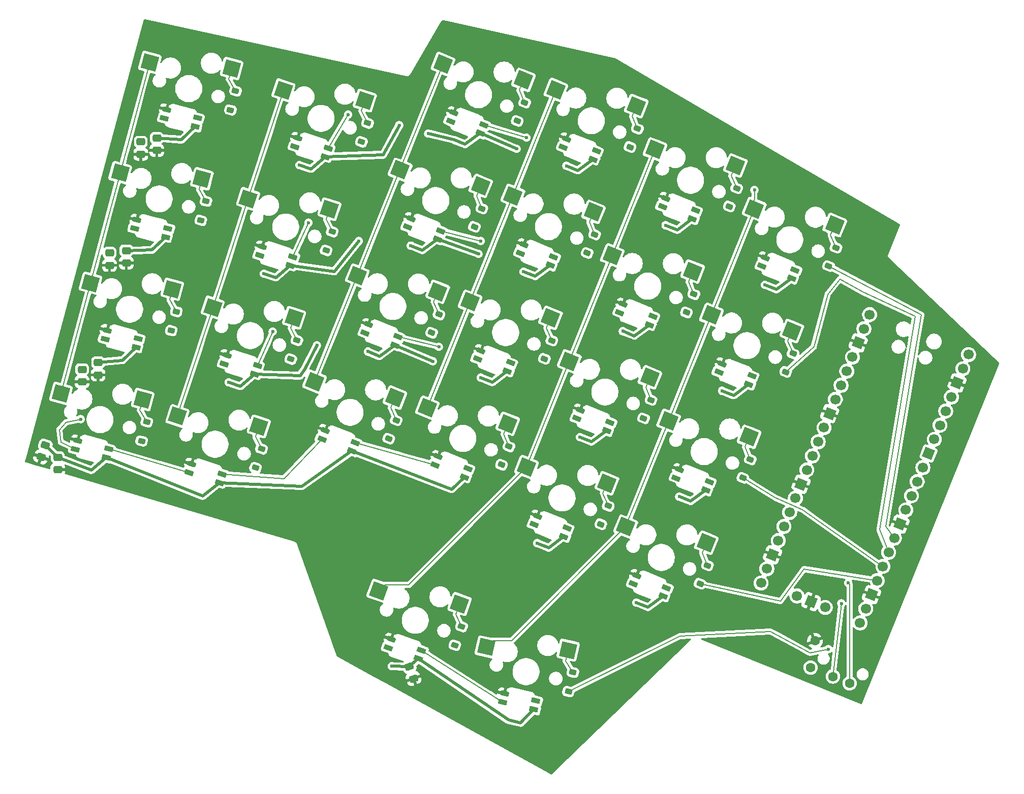
<source format=gbr>
%TF.GenerationSoftware,KiCad,Pcbnew,9.0.5*%
%TF.CreationDate,2025-10-09T16:25:36-06:00*%
%TF.ProjectId,ergo-kola (left),6572676f-2d6b-46f6-9c61-20286c656674,rev?*%
%TF.SameCoordinates,Original*%
%TF.FileFunction,Copper,L2,Bot*%
%TF.FilePolarity,Positive*%
%FSLAX46Y46*%
G04 Gerber Fmt 4.6, Leading zero omitted, Abs format (unit mm)*
G04 Created by KiCad (PCBNEW 9.0.5) date 2025-10-09 16:25:36*
%MOMM*%
%LPD*%
G01*
G04 APERTURE LIST*
G04 Aperture macros list*
%AMRoundRect*
0 Rectangle with rounded corners*
0 $1 Rounding radius*
0 $2 $3 $4 $5 $6 $7 $8 $9 X,Y pos of 4 corners*
0 Add a 4 corners polygon primitive as box body*
4,1,4,$2,$3,$4,$5,$6,$7,$8,$9,$2,$3,0*
0 Add four circle primitives for the rounded corners*
1,1,$1+$1,$2,$3*
1,1,$1+$1,$4,$5*
1,1,$1+$1,$6,$7*
1,1,$1+$1,$8,$9*
0 Add four rect primitives between the rounded corners*
20,1,$1+$1,$2,$3,$4,$5,0*
20,1,$1+$1,$4,$5,$6,$7,0*
20,1,$1+$1,$6,$7,$8,$9,0*
20,1,$1+$1,$8,$9,$2,$3,0*%
%AMHorizOval*
0 Thick line with rounded ends*
0 $1 width*
0 $2 $3 position (X,Y) of the first rounded end (center of the circle)*
0 $4 $5 position (X,Y) of the second rounded end (center of the circle)*
0 Add line between two ends*
20,1,$1,$2,$3,$4,$5,0*
0 Add two circle primitives to create the rounded ends*
1,1,$1,$2,$3*
1,1,$1,$4,$5*%
%AMRotRect*
0 Rectangle, with rotation*
0 The origin of the aperture is its center*
0 $1 length*
0 $2 width*
0 $3 Rotation angle, in degrees counterclockwise*
0 Add horizontal line*
21,1,$1,$2,0,0,$3*%
G04 Aperture macros list end*
%TA.AperFunction,SMDPad,CuDef*%
%ADD10RotRect,2.550000X2.500000X347.000000*%
%TD*%
%TA.AperFunction,SMDPad,CuDef*%
%ADD11RotRect,2.550000X2.500000X338.000000*%
%TD*%
%TA.AperFunction,ComponentPad*%
%ADD12C,1.600000*%
%TD*%
%TA.AperFunction,SMDPad,CuDef*%
%ADD13RotRect,2.550000X2.500000X342.000000*%
%TD*%
%TA.AperFunction,SMDPad,CuDef*%
%ADD14RotRect,2.550000X2.500000X345.000000*%
%TD*%
%TA.AperFunction,ComponentPad*%
%ADD15HorizOval,1.700000X0.000000X0.000000X0.000000X0.000000X0*%
%TD*%
%TA.AperFunction,ComponentPad*%
%ADD16RotRect,1.700000X1.700000X338.000000*%
%TD*%
%TA.AperFunction,SMDPad,CuDef*%
%ADD17RotRect,2.550000X2.500000X340.000000*%
%TD*%
%TA.AperFunction,SMDPad,CuDef*%
%ADD18RotRect,1.450000X0.820000X162.000000*%
%TD*%
%TA.AperFunction,SMDPad,CuDef*%
%ADD19RoundRect,0.205000X0.557898X0.034278X-0.431201X0.355655X-0.557898X-0.034278X0.431201X-0.355655X0*%
%TD*%
%TA.AperFunction,SMDPad,CuDef*%
%ADD20RoundRect,0.225000X0.263407X-0.349094X0.431980X0.068139X-0.263407X0.349094X-0.431980X-0.068139X0*%
%TD*%
%TA.AperFunction,SMDPad,CuDef*%
%ADD21RoundRect,0.225000X0.287117X-0.329869X0.426175X0.098106X-0.287117X0.329869X-0.426175X-0.098106X0*%
%TD*%
%TA.AperFunction,SMDPad,CuDef*%
%ADD22RoundRect,0.250000X0.475000X-0.337500X0.475000X0.337500X-0.475000X0.337500X-0.475000X-0.337500X0*%
%TD*%
%TA.AperFunction,SMDPad,CuDef*%
%ADD23RotRect,1.450000X0.820000X165.000000*%
%TD*%
%TA.AperFunction,SMDPad,CuDef*%
%ADD24RoundRect,0.205000X0.555339X0.063429X-0.449224X0.332601X-0.555339X-0.063429X0.449224X-0.332601X0*%
%TD*%
%TA.AperFunction,SMDPad,CuDef*%
%ADD25RotRect,1.450000X0.820000X158.000000*%
%TD*%
%TA.AperFunction,SMDPad,CuDef*%
%ADD26RoundRect,0.205000X0.558930X-0.004723X-0.405341X0.384868X-0.558930X0.004723X0.405341X-0.384868X0*%
%TD*%
%TA.AperFunction,SMDPad,CuDef*%
%ADD27RotRect,1.450000X0.820000X160.000000*%
%TD*%
%TA.AperFunction,SMDPad,CuDef*%
%ADD28RoundRect,0.205000X0.558754X0.014787X-0.418526X0.370487X-0.558754X-0.014787X0.418526X-0.370487X0*%
%TD*%
%TA.AperFunction,SMDPad,CuDef*%
%ADD29RoundRect,0.225000X0.303988X-0.314390X0.420456X0.120276X-0.303988X0.314390X-0.420456X-0.120276X0*%
%TD*%
%TA.AperFunction,SMDPad,CuDef*%
%ADD30RotRect,1.450000X0.820000X167.000000*%
%TD*%
%TA.AperFunction,SMDPad,CuDef*%
%ADD31RoundRect,0.205000X0.552787X0.082771X-0.460557X0.316720X-0.552787X-0.082771X0.460557X-0.316720X0*%
%TD*%
%TA.AperFunction,SMDPad,CuDef*%
%ADD32RoundRect,0.250000X0.561786X-0.154687X0.330922X0.479606X-0.561786X0.154687X-0.330922X-0.479606X0*%
%TD*%
%TA.AperFunction,SMDPad,CuDef*%
%ADD33RoundRect,0.225000X0.275430X-0.339688X0.429339X0.083173X-0.275430X0.339688X-0.429339X-0.083173X0*%
%TD*%
%TA.AperFunction,SMDPad,CuDef*%
%ADD34RoundRect,0.225000X0.314775X-0.303590X0.416003X0.134877X-0.314775X0.303590X-0.416003X-0.134877X0*%
%TD*%
%TA.AperFunction,SMDPad,CuDef*%
%ADD35RoundRect,0.250000X0.330922X-0.479606X0.561786X0.154687X-0.330922X0.479606X-0.561786X-0.154687X0*%
%TD*%
%TA.AperFunction,ViaPad*%
%ADD36C,0.600000*%
%TD*%
%TA.AperFunction,Conductor*%
%ADD37C,0.200000*%
%TD*%
%TA.AperFunction,Conductor*%
%ADD38C,0.500000*%
%TD*%
G04 APERTURE END LIST*
D10*
%TO.P,SW51,1*%
%TO.N,L_C5*%
X106693211Y-131201033D03*
%TO.P,SW51,2*%
%TO.N,Net-(D51-A)*%
X120345505Y-131746101D03*
%TD*%
D11*
%TO.P,SW27,1*%
%TO.N,L_C3*%
X104022351Y-73650850D03*
%TO.P,SW27,2*%
%TO.N,Net-(D27-A)*%
X117421295Y-76324897D03*
%TD*%
D12*
%TO.P,J1,1,S*%
%TO.N,GND*%
X161470388Y-130199542D03*
%TO.P,J1,2,T*%
%TO.N,L_VBUS*%
X160749303Y-134653758D03*
%TO.P,J1,3,R1*%
%TO.N,L_RX*%
X164458039Y-136152184D03*
%TO.P,J1,4,R2*%
%TO.N,L_TX*%
X167239590Y-137276004D03*
%TD*%
D11*
%TO.P,SW15,1*%
%TO.N,L_C3*%
X111158596Y-55987995D03*
%TO.P,SW15,2*%
%TO.N,Net-(D15-A)*%
X124557540Y-58662042D03*
%TD*%
%TO.P,SW9,1*%
%TO.N,L_C4*%
X134830945Y-48250266D03*
%TO.P,SW9,2*%
%TO.N,Net-(D9-A)*%
X148229889Y-50924313D03*
%TD*%
%TO.P,SW43,1*%
%TO.N,L_C5*%
X137094504Y-93501103D03*
%TO.P,SW43,2*%
%TO.N,Net-(D43-A)*%
X150493448Y-96175149D03*
%TD*%
%TO.P,SW33,1*%
%TO.N,L_C4*%
X120558418Y-83575976D03*
%TO.P,SW33,2*%
%TO.N,Net-(D33-A)*%
X133957362Y-86250023D03*
%TD*%
%TO.P,SW39,1*%
%TO.N,L_C3*%
X96886088Y-91313705D03*
%TO.P,SW39,2*%
%TO.N,Net-(D39-A)*%
X110285032Y-93987752D03*
%TD*%
%TO.P,SW45,1*%
%TO.N,L_C4*%
X113422174Y-101238831D03*
%TO.P,SW45,2*%
%TO.N,Net-(D45-A)*%
X126821118Y-103912878D03*
%TD*%
%TO.P,SW13,1*%
%TO.N,L_C2*%
X92368971Y-51640613D03*
%TO.P,SW13,2*%
%TO.N,Net-(D13-A)*%
X105767915Y-54314661D03*
%TD*%
D13*
%TO.P,SW29,1*%
%TO.N,L_C1*%
X61146532Y-74590659D03*
%TO.P,SW29,2*%
%TO.N,Net-(D29-A)*%
X74699369Y-76323528D03*
%TD*%
D14*
%TO.P,SW37,1*%
%TO.N,L_C0*%
X35858384Y-88931370D03*
%TO.P,SW37,2*%
%TO.N,Net-(D37-A)*%
X49483339Y-89952564D03*
%TD*%
D15*
%TO.P,U1,1,GPIO0*%
%TO.N,L_RGB*%
X170576514Y-75801267D03*
%TO.P,U1,2,GPIO1*%
%TO.N,unconnected-(U1-GPIO1-Pad2)_1*%
X169625013Y-78156314D03*
D16*
%TO.P,U1,3,GND*%
%TO.N,GND*%
X168673512Y-80511361D03*
D15*
%TO.P,U1,4,GPIO2*%
%TO.N,unconnected-(U1-GPIO2-Pad4)_1*%
X167722011Y-82866408D03*
%TO.P,U1,5,GPIO3*%
%TO.N,unconnected-(U1-GPIO3-Pad5)_1*%
X166770511Y-85221455D03*
%TO.P,U1,6,GPIO4_(TX)*%
%TO.N,L_TX*%
X165819010Y-87576502D03*
%TO.P,U1,7,GPIO5_(RX)*%
%TO.N,L_RX*%
X164867509Y-89931549D03*
D16*
%TO.P,U1,8,GND*%
%TO.N,GND*%
X163916008Y-92286596D03*
D15*
%TO.P,U1,9,GPIO6*%
%TO.N,unconnected-(U1-GPIO6-Pad9)_1*%
X162964508Y-94641643D03*
%TO.P,U1,10,GPIO7*%
%TO.N,L_C0*%
X162013007Y-96996690D03*
%TO.P,U1,11,GPIO8*%
%TO.N,L_C1*%
X161061506Y-99351737D03*
%TO.P,U1,12,GPIO9*%
%TO.N,L_C2*%
X160110005Y-101706784D03*
D16*
%TO.P,U1,13,GND*%
%TO.N,GND*%
X159158505Y-104061831D03*
D15*
%TO.P,U1,14,GPIO10*%
%TO.N,L_C3*%
X158207004Y-106416878D03*
%TO.P,U1,15,GPIO11*%
%TO.N,L_C4*%
X157255503Y-108771925D03*
%TO.P,U1,16,GPIO12*%
%TO.N,L_C5*%
X156304002Y-111126972D03*
%TO.P,U1,17,GPIO13*%
%TO.N,unconnected-(U1-GPIO13-Pad17)_1*%
X155352502Y-113482019D03*
D16*
%TO.P,U1,18,GND*%
%TO.N,GND*%
X154401001Y-115837066D03*
D15*
%TO.P,U1,19,GPIO14*%
%TO.N,unconnected-(U1-GPIO14-Pad19)_1*%
X153449500Y-118192113D03*
%TO.P,U1,20,GPIO15*%
%TO.N,unconnected-(U1-GPIO15-Pad20)*%
X152497999Y-120547160D03*
%TO.P,U1,21,GPIO16*%
%TO.N,unconnected-(U1-GPIO16-Pad21)_1*%
X168983328Y-127207665D03*
%TO.P,U1,22,GPIO17*%
%TO.N,L_R4*%
X169934829Y-124852618D03*
D16*
%TO.P,U1,23,GND*%
%TO.N,GND*%
X170886330Y-122497571D03*
D15*
%TO.P,U1,24,GPIO18*%
%TO.N,L_R3*%
X171837831Y-120142524D03*
%TO.P,U1,25,GPIO19*%
%TO.N,L_R2*%
X172789331Y-117787477D03*
%TO.P,U1,26,GPIO20*%
%TO.N,L_R1*%
X173740832Y-115432430D03*
%TO.P,U1,27,GPIO21*%
%TO.N,L_R0*%
X174692333Y-113077383D03*
D16*
%TO.P,U1,28,GND*%
%TO.N,GND*%
X175643834Y-110722336D03*
D15*
%TO.P,U1,29,GPIO22*%
%TO.N,unconnected-(U1-GPIO22-Pad29)*%
X176595334Y-108367289D03*
%TO.P,U1,30,RUN*%
%TO.N,unconnected-(U1-RUN-Pad30)_1*%
X177546835Y-106012242D03*
%TO.P,U1,31,GPIO26_ADC0*%
%TO.N,unconnected-(U1-GPIO26_ADC0-Pad31)_1*%
X178498336Y-103657195D03*
%TO.P,U1,32,GPIO27_ADC1*%
%TO.N,unconnected-(U1-GPIO27_ADC1-Pad32)_1*%
X179449837Y-101302148D03*
D16*
%TO.P,U1,33,AGND*%
%TO.N,unconnected-(U1-AGND-Pad33)*%
X180401337Y-98947101D03*
D15*
%TO.P,U1,34,GPIO28_ADC2*%
%TO.N,unconnected-(U1-GPIO28_ADC2-Pad34)_1*%
X181352838Y-96592054D03*
%TO.P,U1,35,ADC_VREF*%
%TO.N,unconnected-(U1-ADC_VREF-Pad35)*%
X182304339Y-94237007D03*
%TO.P,U1,36,3V3*%
%TO.N,unconnected-(U1-3V3-Pad36)_1*%
X183255840Y-91881960D03*
%TO.P,U1,37,3V3_EN*%
%TO.N,unconnected-(U1-3V3_EN-Pad37)*%
X184207340Y-89526913D03*
D16*
%TO.P,U1,38,GND*%
%TO.N,GND*%
X185158841Y-87171866D03*
D15*
%TO.P,U1,39,VSYS*%
%TO.N,unconnected-(U1-VSYS-Pad39)_1*%
X186110342Y-84816819D03*
%TO.P,U1,40,VBUS*%
%TO.N,L_VBUS*%
X187061843Y-82461772D03*
%TO.P,U1,41,SWCLK*%
%TO.N,unconnected-(U1-SWCLK-Pad41)_1*%
X158471775Y-122712659D03*
D16*
%TO.P,U1,42,GND*%
%TO.N,GND*%
X160826823Y-123664160D03*
D15*
%TO.P,U1,43,SWDIO*%
%TO.N,unconnected-(U1-SWDIO-Pad43)*%
X163181870Y-124615661D03*
%TD*%
D11*
%TO.P,SW23,1*%
%TO.N,L_C2*%
X85232727Y-69303468D03*
%TO.P,SW23,2*%
%TO.N,Net-(D23-A)*%
X98631671Y-71977515D03*
%TD*%
D14*
%TO.P,SW25,1*%
%TO.N,L_C0*%
X40788885Y-70530479D03*
%TO.P,SW25,2*%
%TO.N,Net-(D25-A)*%
X54413841Y-71551673D03*
%TD*%
D11*
%TO.P,SW35,1*%
%TO.N,L_C2*%
X78096463Y-86966324D03*
%TO.P,SW35,2*%
%TO.N,Net-(D35-A)*%
X91495407Y-89640371D03*
%TD*%
D13*
%TO.P,SW5,1*%
%TO.N,L_C1*%
X72920080Y-38355406D03*
%TO.P,SW5,2*%
%TO.N,Net-(D5-A)*%
X86472917Y-40088275D03*
%TD*%
D11*
%TO.P,SW21,1*%
%TO.N,L_C4*%
X127694681Y-65913121D03*
%TO.P,SW21,2*%
%TO.N,Net-(D21-A)*%
X141093625Y-68587168D03*
%TD*%
D13*
%TO.P,SW41,1*%
%TO.N,L_C1*%
X55259758Y-92708276D03*
%TO.P,SW41,2*%
%TO.N,Net-(D41-A)*%
X68812595Y-94441145D03*
%TD*%
D14*
%TO.P,SW1,1*%
%TO.N,L_C0*%
X50649890Y-33728700D03*
%TO.P,SW1,2*%
%TO.N,Net-(D1-A)*%
X64274844Y-34749893D03*
%TD*%
D11*
%TO.P,SW7,1*%
%TO.N,L_C3*%
X118294859Y-38325140D03*
%TO.P,SW7,2*%
%TO.N,Net-(D7-A)*%
X131693803Y-40999188D03*
%TD*%
%TO.P,SW3,1*%
%TO.N,L_C2*%
X99505235Y-33977759D03*
%TO.P,SW3,2*%
%TO.N,Net-(D3-A)*%
X112904178Y-36651805D03*
%TD*%
D13*
%TO.P,SW17,1*%
%TO.N,L_C1*%
X67033306Y-56473023D03*
%TO.P,SW17,2*%
%TO.N,Net-(D17-A)*%
X80586143Y-58205892D03*
%TD*%
D11*
%TO.P,SW47,1*%
%TO.N,L_C5*%
X129958241Y-111163959D03*
%TO.P,SW47,2*%
%TO.N,Net-(D47-A)*%
X143357185Y-113838005D03*
%TD*%
D14*
%TO.P,SW11,1*%
%TO.N,L_C0*%
X45719388Y-52129589D03*
%TO.P,SW11,2*%
%TO.N,Net-(D11-A)*%
X59344343Y-53150782D03*
%TD*%
D17*
%TO.P,SW49,1*%
%TO.N,L_C4*%
X88785770Y-121844103D03*
%TO.P,SW49,2*%
%TO.N,Net-(D49-A)*%
X102269876Y-124048904D03*
%TD*%
D11*
%TO.P,SW31,1*%
%TO.N,L_C5*%
X144230748Y-75838248D03*
%TO.P,SW31,2*%
%TO.N,Net-(D31-A)*%
X157629692Y-78512294D03*
%TD*%
%TO.P,SW19,1*%
%TO.N,L_C5*%
X151367012Y-58175393D03*
%TO.P,SW19,2*%
%TO.N,Net-(D19-A)*%
X164765956Y-60849439D03*
%TD*%
D18*
%TO.P,L41,1,VDD*%
%TO.N,L_VBUS*%
X62258511Y-103804076D03*
%TO.P,L41,2,DOUT*%
%TO.N,Net-(L35-DIN)*%
X62722037Y-102377491D03*
D19*
%TO.P,L41,3,VSS*%
%TO.N,GND*%
X57633885Y-100724250D03*
D18*
%TO.P,L41,4,DIN*%
%TO.N,Net-(L37-DOUT)*%
X57170359Y-102150835D03*
%TD*%
D20*
%TO.P,D43,1,K*%
%TO.N,L_R2*%
X149460475Y-103016339D03*
%TO.P,D43,2,A*%
%TO.N,Net-(D43-A)*%
X150696677Y-99956633D03*
%TD*%
D21*
%TO.P,D5,1,K*%
%TO.N,L_R0*%
X85919678Y-46984857D03*
%TO.P,D5,2,A*%
%TO.N,Net-(D5-A)*%
X86939434Y-43846371D03*
%TD*%
D22*
%TO.P,C1,1*%
%TO.N,GND*%
X49149000Y-49043500D03*
%TO.P,C1,2*%
%TO.N,L_VBUS*%
X49149000Y-46968500D03*
%TD*%
D21*
%TO.P,D41,1,K*%
%TO.N,L_R3*%
X68259356Y-101337727D03*
%TO.P,D41,2,A*%
%TO.N,Net-(D41-A)*%
X69279112Y-98199241D03*
%TD*%
D20*
%TO.P,D13,1,K*%
%TO.N,L_R1*%
X104734942Y-61155850D03*
%TO.P,D13,2,A*%
%TO.N,Net-(D13-A)*%
X105971144Y-58096144D03*
%TD*%
%TO.P,D39,1,K*%
%TO.N,L_R3*%
X109252059Y-100828942D03*
%TO.P,D39,2,A*%
%TO.N,Net-(D39-A)*%
X110488261Y-97769236D03*
%TD*%
D23*
%TO.P,L37,1,VDD*%
%TO.N,L_VBUS*%
X43428254Y-99645677D03*
%TO.P,L37,2,DOUT*%
%TO.N,Net-(L37-DOUT)*%
X43816483Y-98196789D03*
D24*
%TO.P,L37,3,VSS*%
%TO.N,GND*%
X38648780Y-96812107D03*
D23*
%TO.P,L37,4,DIN*%
%TO.N,Net-(L37-DIN)*%
X38260551Y-98260995D03*
%TD*%
D20*
%TO.P,D23,1,K*%
%TO.N,L_R2*%
X97598698Y-78818705D03*
%TO.P,D23,2,A*%
%TO.N,Net-(D23-A)*%
X98834900Y-75758999D03*
%TD*%
D25*
%TO.P,L21,1,VDD*%
%TO.N,L_VBUS*%
X133902382Y-77470101D03*
%TO.P,L21,2,DOUT*%
%TO.N,Net-(L21-DOUT)*%
X134464292Y-76079325D03*
D26*
%TO.P,L21,3,VSS*%
%TO.N,GND*%
X129503858Y-74075179D03*
D25*
%TO.P,L21,4,DIN*%
%TO.N,Net-(L15-DOUT)*%
X128941948Y-75465955D03*
%TD*%
D18*
%TO.P,L29,1,VDD*%
%TO.N,L_VBUS*%
X68145285Y-85686459D03*
%TO.P,L29,2,DOUT*%
%TO.N,Net-(L23-DIN)*%
X68608811Y-84259874D03*
D19*
%TO.P,L29,3,VSS*%
%TO.N,GND*%
X63520659Y-82606633D03*
D18*
%TO.P,L29,4,DIN*%
%TO.N,Net-(L25-DOUT)*%
X63057133Y-84033218D03*
%TD*%
D27*
%TO.P,L49,1,VDD*%
%TO.N,L_VBUS*%
X95393024Y-133177396D03*
%TO.P,L49,2,DOUT*%
%TO.N,Net-(L49-DOUT)*%
X95906054Y-131767857D03*
D28*
%TO.P,L49,3,VSS*%
%TO.N,GND*%
X90878698Y-129938050D03*
D27*
%TO.P,L49,4,DIN*%
%TO.N,Net-(L47-DOUT)*%
X90365668Y-131347589D03*
%TD*%
D25*
%TO.P,L23,1,VDD*%
%TO.N,L_VBUS*%
X91440428Y-80860448D03*
%TO.P,L23,2,DOUT*%
%TO.N,Net-(L23-DOUT)*%
X92002338Y-79469672D03*
D26*
%TO.P,L23,3,VSS*%
%TO.N,GND*%
X87041904Y-77465526D03*
D25*
%TO.P,L23,4,DIN*%
%TO.N,Net-(L23-DIN)*%
X86479994Y-78856302D03*
%TD*%
%TO.P,L35,1,VDD*%
%TO.N,L_VBUS*%
X84304164Y-98523304D03*
%TO.P,L35,2,DOUT*%
%TO.N,Net-(L35-DOUT)*%
X84866074Y-97132528D03*
D26*
%TO.P,L35,3,VSS*%
%TO.N,GND*%
X79905640Y-95128382D03*
D25*
%TO.P,L35,4,DIN*%
%TO.N,Net-(L35-DIN)*%
X79343730Y-96519158D03*
%TD*%
D23*
%TO.P,L11,1,VDD*%
%TO.N,L_VBUS*%
X53289258Y-62843896D03*
%TO.P,L11,2,DOUT*%
%TO.N,Net-(L11-DOUT)*%
X53677487Y-61395008D03*
D24*
%TO.P,L11,3,VSS*%
%TO.N,GND*%
X48509784Y-60010326D03*
D23*
%TO.P,L11,4,DIN*%
%TO.N,Net-(L11-DIN)*%
X48121555Y-61459214D03*
%TD*%
D25*
%TO.P,L15,1,VDD*%
%TO.N,L_VBUS*%
X117366297Y-67544975D03*
%TO.P,L15,2,DOUT*%
%TO.N,Net-(L15-DOUT)*%
X117928207Y-66154199D03*
D26*
%TO.P,L15,3,VSS*%
%TO.N,GND*%
X112967773Y-64150053D03*
D25*
%TO.P,L15,4,DIN*%
%TO.N,Net-(L13-DOUT)*%
X112405863Y-65540829D03*
%TD*%
D20*
%TO.P,D3,1,K*%
%TO.N,L_R0*%
X111871205Y-43492995D03*
%TO.P,D3,2,A*%
%TO.N,Net-(D3-A)*%
X113107407Y-40433289D03*
%TD*%
D25*
%TO.P,L13,1,VDD*%
%TO.N,L_VBUS*%
X98576672Y-63197593D03*
%TO.P,L13,2,DOUT*%
%TO.N,Net-(L13-DOUT)*%
X99138582Y-61806817D03*
D26*
%TO.P,L13,3,VSS*%
%TO.N,GND*%
X94178148Y-59802671D03*
D25*
%TO.P,L13,4,DIN*%
%TO.N,Net-(L13-DIN)*%
X93616238Y-61193447D03*
%TD*%
D29*
%TO.P,D11,1,K*%
%TO.N,L_R1*%
X59152802Y-60066869D03*
%TO.P,D11,2,A*%
%TO.N,Net-(D11-A)*%
X60006902Y-56879313D03*
%TD*%
D20*
%TO.P,D7,1,K*%
%TO.N,L_R0*%
X130660830Y-47840377D03*
%TO.P,D7,2,A*%
%TO.N,Net-(D7-A)*%
X131897032Y-44780671D03*
%TD*%
D21*
%TO.P,D17,1,K*%
%TO.N,L_R1*%
X80032904Y-65102474D03*
%TO.P,D17,2,A*%
%TO.N,Net-(D17-A)*%
X81052660Y-61963988D03*
%TD*%
D25*
%TO.P,L9,1,VDD*%
%TO.N,L_VBUS*%
X141038646Y-59807246D03*
%TO.P,L9,2,DOUT*%
%TO.N,Net-(L19-DIN)*%
X141600556Y-58416470D03*
D26*
%TO.P,L9,3,VSS*%
%TO.N,GND*%
X136640122Y-56412324D03*
D25*
%TO.P,L9,4,DIN*%
%TO.N,Net-(L7-DOUT)*%
X136078212Y-57803100D03*
%TD*%
%TO.P,L43,1,VDD*%
%TO.N,L_VBUS*%
X143302205Y-105058082D03*
%TO.P,L43,2,DOUT*%
%TO.N,Net-(L37-DIN)*%
X143864115Y-103667306D03*
D26*
%TO.P,L43,3,VSS*%
%TO.N,GND*%
X138903681Y-101663160D03*
D25*
%TO.P,L43,4,DIN*%
%TO.N,Net-(L33-DOUT)*%
X138341771Y-103053936D03*
%TD*%
D20*
%TO.P,D9,1,K*%
%TO.N,L_R0*%
X147196916Y-57765503D03*
%TO.P,D9,2,A*%
%TO.N,Net-(D9-A)*%
X148433118Y-54705797D03*
%TD*%
D25*
%TO.P,L19,1,VDD*%
%TO.N,L_VBUS*%
X157574713Y-69732372D03*
%TO.P,L19,2,DOUT*%
%TO.N,Net-(L11-DIN)*%
X158136623Y-68341596D03*
D26*
%TO.P,L19,3,VSS*%
%TO.N,GND*%
X153176189Y-66337450D03*
D25*
%TO.P,L19,4,DIN*%
%TO.N,Net-(L19-DIN)*%
X152614279Y-67728226D03*
%TD*%
D22*
%TO.P,C6,1*%
%TO.N,GND*%
X42037000Y-85852000D03*
%TO.P,C6,2*%
%TO.N,L_VBUS*%
X42037000Y-83777000D03*
%TD*%
D20*
%TO.P,D21,1,K*%
%TO.N,L_R1*%
X140060652Y-75428358D03*
%TO.P,D21,2,A*%
%TO.N,Net-(D21-A)*%
X141296854Y-72368652D03*
%TD*%
D23*
%TO.P,L1,1,VDD*%
%TO.N,L_VBUS*%
X58219760Y-44443006D03*
%TO.P,L1,2,DOUT*%
%TO.N,Net-(L1-DOUT)*%
X58607989Y-42994118D03*
D24*
%TO.P,L1,3,VSS*%
%TO.N,GND*%
X53440286Y-41609436D03*
D23*
%TO.P,L1,4,DIN*%
%TO.N,L_RGB*%
X53052057Y-43058324D03*
%TD*%
D20*
%TO.P,D27,1,K*%
%TO.N,L_R2*%
X116388322Y-83166087D03*
%TO.P,D27,2,A*%
%TO.N,Net-(D27-A)*%
X117624524Y-80106381D03*
%TD*%
D25*
%TO.P,L47,1,VDD*%
%TO.N,L_VBUS*%
X136165942Y-122720938D03*
%TO.P,L47,2,DOUT*%
%TO.N,Net-(L47-DOUT)*%
X136727852Y-121330162D03*
D26*
%TO.P,L47,3,VSS*%
%TO.N,GND*%
X131767418Y-119326016D03*
D25*
%TO.P,L47,4,DIN*%
%TO.N,Net-(L45-DOUT)*%
X131205508Y-120716792D03*
%TD*%
D29*
%TO.P,D1,1,K*%
%TO.N,L_R0*%
X64083304Y-41665979D03*
%TO.P,D1,2,A*%
%TO.N,Net-(D1-A)*%
X64937404Y-38478423D03*
%TD*%
D20*
%TO.P,D19,1,K*%
%TO.N,L_R0*%
X163732983Y-67690629D03*
%TO.P,D19,2,A*%
%TO.N,Net-(D19-A)*%
X164969185Y-64630923D03*
%TD*%
D18*
%TO.P,L17,1,VDD*%
%TO.N,L_VBUS*%
X74032059Y-67568823D03*
%TO.P,L17,2,DOUT*%
%TO.N,Net-(L13-DIN)*%
X74495585Y-66142238D03*
D19*
%TO.P,L17,3,VSS*%
%TO.N,GND*%
X69407433Y-64488997D03*
D18*
%TO.P,L17,4,DIN*%
%TO.N,Net-(L11-DOUT)*%
X68943907Y-65915582D03*
%TD*%
D23*
%TO.P,L25,1,VDD*%
%TO.N,L_VBUS*%
X48358756Y-81244786D03*
%TO.P,L25,2,DOUT*%
%TO.N,Net-(L25-DOUT)*%
X48746985Y-79795898D03*
D24*
%TO.P,L25,3,VSS*%
%TO.N,GND*%
X43579282Y-78411216D03*
D23*
%TO.P,L25,4,DIN*%
%TO.N,Net-(L25-DIN)*%
X43191053Y-79860104D03*
%TD*%
D30*
%TO.P,L51,1,VDD*%
%TO.N,L_VBUS*%
X114632395Y-141644629D03*
%TO.P,L51,2,DOUT*%
%TO.N,unconnected-(L51-DOUT-Pad2)*%
X114969821Y-140183074D03*
D31*
%TO.P,L51,3,VSS*%
%TO.N,GND*%
X109756941Y-138979585D03*
D30*
%TO.P,L51,4,DIN*%
%TO.N,Net-(L49-DOUT)*%
X109419515Y-140441140D03*
%TD*%
D22*
%TO.P,C5,1*%
%TO.N,GND*%
X39370000Y-86995000D03*
%TO.P,C5,2*%
%TO.N,L_VBUS*%
X39370000Y-84920000D03*
%TD*%
D20*
%TO.P,D31,1,K*%
%TO.N,L_R1*%
X156596719Y-85353484D03*
%TO.P,D31,2,A*%
%TO.N,Net-(D31-A)*%
X157832921Y-82293778D03*
%TD*%
%TO.P,D47,1,K*%
%TO.N,L_R3*%
X142324212Y-120679195D03*
%TO.P,D47,2,A*%
%TO.N,Net-(D47-A)*%
X143560414Y-117619489D03*
%TD*%
%TO.P,D45,1,K*%
%TO.N,L_R3*%
X125788145Y-110754068D03*
%TO.P,D45,2,A*%
%TO.N,Net-(D45-A)*%
X127024347Y-107694362D03*
%TD*%
D22*
%TO.P,C4,1*%
%TO.N,GND*%
X46736000Y-67183000D03*
%TO.P,C4,2*%
%TO.N,L_VBUS*%
X46736000Y-65108000D03*
%TD*%
D25*
%TO.P,L3,1,VDD*%
%TO.N,L_VBUS*%
X105712935Y-45534738D03*
%TO.P,L3,2,DOUT*%
%TO.N,Net-(L3-DOUT)*%
X106274845Y-44143962D03*
D26*
%TO.P,L3,3,VSS*%
%TO.N,GND*%
X101314411Y-42139816D03*
D25*
%TO.P,L3,4,DIN*%
%TO.N,Net-(L3-DIN)*%
X100752501Y-43530592D03*
%TD*%
D18*
%TO.P,L5,1,VDD*%
%TO.N,L_VBUS*%
X79918833Y-49451206D03*
%TO.P,L5,2,DOUT*%
%TO.N,Net-(L3-DIN)*%
X80382359Y-48024621D03*
D19*
%TO.P,L5,3,VSS*%
%TO.N,GND*%
X75294207Y-46371380D03*
D18*
%TO.P,L5,4,DIN*%
%TO.N,Net-(L1-DOUT)*%
X74830681Y-47797965D03*
%TD*%
D25*
%TO.P,L31,1,VDD*%
%TO.N,L_VBUS*%
X150438449Y-87395227D03*
%TO.P,L31,2,DOUT*%
%TO.N,Net-(L25-DIN)*%
X151000359Y-86004451D03*
D26*
%TO.P,L31,3,VSS*%
%TO.N,GND*%
X146039925Y-84000305D03*
D25*
%TO.P,L31,4,DIN*%
%TO.N,Net-(L21-DOUT)*%
X145478015Y-85391081D03*
%TD*%
D20*
%TO.P,D33,1,K*%
%TO.N,L_R2*%
X132924389Y-93091213D03*
%TO.P,D33,2,A*%
%TO.N,Net-(D33-A)*%
X134160591Y-90031507D03*
%TD*%
D29*
%TO.P,D25,1,K*%
%TO.N,L_R2*%
X54222300Y-78467759D03*
%TO.P,D25,2,A*%
%TO.N,Net-(D25-A)*%
X55076400Y-75280203D03*
%TD*%
D25*
%TO.P,L33,1,VDD*%
%TO.N,L_VBUS*%
X126766119Y-95132956D03*
%TO.P,L33,2,DOUT*%
%TO.N,Net-(L33-DOUT)*%
X127328029Y-93742180D03*
D26*
%TO.P,L33,3,VSS*%
%TO.N,GND*%
X122367595Y-91738034D03*
D25*
%TO.P,L33,4,DIN*%
%TO.N,Net-(L27-DOUT)*%
X121805685Y-93128810D03*
%TD*%
D20*
%TO.P,D35,1,K*%
%TO.N,L_R3*%
X90462434Y-96481561D03*
%TO.P,D35,2,A*%
%TO.N,Net-(D35-A)*%
X91698636Y-93421855D03*
%TD*%
D22*
%TO.P,C3,1*%
%TO.N,GND*%
X43942000Y-67564000D03*
%TO.P,C3,2*%
%TO.N,L_VBUS*%
X43942000Y-65489000D03*
%TD*%
D32*
%TO.P,C9,1*%
%TO.N,GND*%
X94588846Y-136483931D03*
%TO.P,C9,2*%
%TO.N,L_VBUS*%
X93879154Y-134534069D03*
%TD*%
D22*
%TO.P,C2,1*%
%TO.N,GND*%
X51816000Y-48408500D03*
%TO.P,C2,2*%
%TO.N,L_VBUS*%
X51816000Y-46333500D03*
%TD*%
%TO.P,C8,1*%
%TO.N,GND*%
X35306000Y-101643000D03*
%TO.P,C8,2*%
%TO.N,L_VBUS*%
X35306000Y-99568000D03*
%TD*%
D25*
%TO.P,L45,1,VDD*%
%TO.N,L_VBUS*%
X119629875Y-112795811D03*
%TO.P,L45,2,DOUT*%
%TO.N,Net-(L45-DOUT)*%
X120191785Y-111405035D03*
D26*
%TO.P,L45,3,VSS*%
%TO.N,GND*%
X115231351Y-109400889D03*
D25*
%TO.P,L45,4,DIN*%
%TO.N,Net-(L39-DOUT)*%
X114669441Y-110791665D03*
%TD*%
%TO.P,L7,1,VDD*%
%TO.N,L_VBUS*%
X124502560Y-49882120D03*
%TO.P,L7,2,DOUT*%
%TO.N,Net-(L7-DOUT)*%
X125064470Y-48491344D03*
D26*
%TO.P,L7,3,VSS*%
%TO.N,GND*%
X120104036Y-46487198D03*
D25*
%TO.P,L7,4,DIN*%
%TO.N,Net-(L3-DOUT)*%
X119542126Y-47877974D03*
%TD*%
D20*
%TO.P,D15,1,K*%
%TO.N,L_R1*%
X123524567Y-65503232D03*
%TO.P,D15,2,A*%
%TO.N,Net-(D15-A)*%
X124760769Y-62443526D03*
%TD*%
D25*
%TO.P,L27,1,VDD*%
%TO.N,L_VBUS*%
X110230052Y-85207830D03*
%TO.P,L27,2,DOUT*%
%TO.N,Net-(L27-DOUT)*%
X110791962Y-83817054D03*
D26*
%TO.P,L27,3,VSS*%
%TO.N,GND*%
X105831528Y-81812908D03*
D25*
%TO.P,L27,4,DIN*%
%TO.N,Net-(L23-DOUT)*%
X105269618Y-83203684D03*
%TD*%
D33*
%TO.P,D49,1,K*%
%TO.N,L_R4*%
X101476287Y-130921977D03*
%TO.P,D49,2,A*%
%TO.N,Net-(D49-A)*%
X102604953Y-127820991D03*
%TD*%
D34*
%TO.P,D51,1,K*%
%TO.N,L_R4*%
X120395448Y-138664658D03*
%TO.P,D51,2,A*%
%TO.N,Net-(D51-A)*%
X121137786Y-135449236D03*
%TD*%
D25*
%TO.P,L39,1,VDD*%
%TO.N,L_VBUS*%
X103093789Y-102870685D03*
%TO.P,L39,2,DOUT*%
%TO.N,Net-(L39-DOUT)*%
X103655699Y-101479909D03*
D26*
%TO.P,L39,3,VSS*%
%TO.N,GND*%
X98695265Y-99475763D03*
D25*
%TO.P,L39,4,DIN*%
%TO.N,Net-(L35-DOUT)*%
X98133355Y-100866539D03*
%TD*%
D35*
%TO.P,C7,1*%
%TO.N,GND*%
X32538154Y-99526931D03*
%TO.P,C7,2*%
%TO.N,L_VBUS*%
X33247846Y-97577069D03*
%TD*%
D29*
%TO.P,D37,1,K*%
%TO.N,L_R3*%
X49291798Y-96868650D03*
%TO.P,D37,2,A*%
%TO.N,Net-(D37-A)*%
X50145898Y-93681094D03*
%TD*%
D21*
%TO.P,D29,1,K*%
%TO.N,L_R2*%
X74146130Y-83220110D03*
%TO.P,D29,2,A*%
%TO.N,Net-(D29-A)*%
X75165886Y-80081624D03*
%TD*%
D36*
%TO.N,L_RGB*%
X53052057Y-43058324D03*
%TO.N,L_RX*%
X165862000Y-123952000D03*
%TO.N,L_TX*%
X167005000Y-120523000D03*
%TO.N,L_C0*%
X50649890Y-33728700D03*
%TO.N,L_C1*%
X72920080Y-38355406D03*
%TO.N,L_C2*%
X99505224Y-33977763D03*
%TO.N,L_C3*%
X118294850Y-38325143D03*
%TO.N,L_C4*%
X134830945Y-48250266D03*
%TO.N,L_C5*%
X151384000Y-54991000D03*
%TO.N,L_R2*%
X132924389Y-93091213D03*
X149460475Y-103016339D03*
X74146130Y-83220110D03*
X116388322Y-83166087D03*
X54222300Y-78467759D03*
X97598698Y-78818705D03*
%TO.N,L_R0*%
X111871205Y-43492995D03*
X147196916Y-57765503D03*
X85919678Y-46984857D03*
X163732983Y-67690629D03*
X64083304Y-41665979D03*
X130660830Y-47840377D03*
%TO.N,L_R1*%
X140060652Y-75428358D03*
X104734942Y-61155850D03*
X59152802Y-60066869D03*
X80032904Y-65102474D03*
X123524567Y-65503232D03*
X156596719Y-85353484D03*
%TO.N,L_R3*%
X125788145Y-110754068D03*
X142324212Y-120679195D03*
X49291798Y-96868650D03*
X90462434Y-96481561D03*
X109252059Y-100828942D03*
X68259356Y-101337727D03*
%TO.N,L_R4*%
X120395448Y-138664658D03*
X163703000Y-131572000D03*
X101476287Y-130921977D03*
%TO.N,Net-(L37-DIN)*%
X39116000Y-93218000D03*
X143864115Y-103667306D03*
%TO.N,GND*%
X169291000Y-68199000D03*
X170561000Y-111506000D03*
X168910000Y-122174000D03*
X167259000Y-72136000D03*
X176022000Y-120523000D03*
X154940000Y-102108000D03*
X170053000Y-117856000D03*
%TO.N,L_VBUS*%
X46736000Y-65108000D03*
X78486000Y-80899000D03*
X117366297Y-67544975D03*
X63787868Y-87083309D03*
X126766119Y-95132956D03*
X103093789Y-102870685D03*
X97028000Y-45593000D03*
X136594403Y-60896736D03*
X35306000Y-99568000D03*
X58219760Y-44443006D03*
X86996185Y-81949938D03*
X153130470Y-70821862D03*
X94132429Y-64287083D03*
X115185632Y-113885301D03*
X110230052Y-85207830D03*
X69674642Y-68965673D03*
X105410000Y-65659000D03*
X122321876Y-96222446D03*
X90989511Y-134421324D03*
X112922054Y-68634465D03*
X75561416Y-50848056D03*
X93879154Y-134534069D03*
X43942000Y-65489000D03*
X42037000Y-83777000D03*
X97790000Y-83566000D03*
X105785809Y-86297320D03*
X49149000Y-46968500D03*
X129458139Y-78559591D03*
X120058317Y-50971610D03*
X111760000Y-48133000D03*
X133902382Y-77470101D03*
X124502560Y-49882120D03*
X141038646Y-59807246D03*
X51816000Y-46333500D03*
X92202000Y-44196000D03*
X119629875Y-112795811D03*
X145994206Y-88484717D03*
X53289258Y-62843896D03*
X131721699Y-123810428D03*
X48358756Y-81244786D03*
X138857962Y-106147572D03*
X85471000Y-63500000D03*
X33247846Y-97577069D03*
X39370000Y-84920000D03*
%TO.N,Net-(L27-DOUT)*%
X121805685Y-93128810D03*
X110791962Y-83817054D03*
%TO.N,Net-(L3-DIN)*%
X83693000Y-42418000D03*
X100752501Y-43530592D03*
%TO.N,Net-(L19-DIN)*%
X152614279Y-67728226D03*
X141600556Y-58416470D03*
%TO.N,Net-(L1-DOUT)*%
X58607989Y-42994118D03*
X74830681Y-47797965D03*
%TO.N,Net-(L3-DOUT)*%
X119542126Y-47877974D03*
X113411000Y-46273176D03*
%TO.N,Net-(L11-DIN)*%
X158136623Y-68341596D03*
X48133000Y-61468000D03*
%TO.N,Net-(L7-DOUT)*%
X136078212Y-57803100D03*
X125064470Y-48491344D03*
%TO.N,Net-(L11-DOUT)*%
X53677487Y-61395008D03*
X68943907Y-65915582D03*
%TO.N,Net-(L13-DOUT)*%
X105791000Y-63500000D03*
X112405863Y-65540829D03*
%TO.N,Net-(L15-DOUT)*%
X128941948Y-75465955D03*
X117928207Y-66154199D03*
%TO.N,Net-(L13-DIN)*%
X77089000Y-60452000D03*
X93616238Y-61193447D03*
%TO.N,Net-(L21-DOUT)*%
X134464292Y-76079325D03*
X145478015Y-85391081D03*
%TO.N,Net-(L23-DIN)*%
X71120000Y-78613000D03*
X86479994Y-78856302D03*
%TO.N,Net-(L23-DOUT)*%
X98806000Y-81153000D03*
X105269618Y-83203684D03*
%TO.N,Net-(L25-DOUT)*%
X63057133Y-84033218D03*
X48746985Y-79795898D03*
%TO.N,Net-(L25-DIN)*%
X43191053Y-79860104D03*
X151000359Y-86004451D03*
%TO.N,Net-(L33-DOUT)*%
X127328029Y-93742180D03*
X138341771Y-103053936D03*
%TO.N,Net-(L39-DOUT)*%
X103655699Y-101479909D03*
X114669441Y-110791665D03*
%TO.N,Net-(L45-DOUT)*%
X131205508Y-120716792D03*
X120191785Y-111405035D03*
%TO.N,Net-(L47-DOUT)*%
X136727852Y-121330162D03*
X90365668Y-131347589D03*
%TD*%
D37*
%TO.N,L_RX*%
X164458039Y-136152184D02*
X165862000Y-123952000D01*
%TO.N,L_TX*%
X167239590Y-120757590D02*
X167239590Y-137276004D01*
X167005000Y-120523000D02*
X167239590Y-120757590D01*
%TO.N,L_C0*%
X45719386Y-52129585D02*
X45719388Y-52129589D01*
X45719388Y-52129589D02*
X40788884Y-70530477D01*
X35858381Y-88931365D02*
X35858384Y-88931370D01*
X40788886Y-70530481D02*
X40788885Y-70530479D01*
X45719388Y-52129589D02*
X50649890Y-33728702D01*
X45719388Y-52129589D02*
X40788884Y-70530477D01*
X45719386Y-52129585D02*
X45719388Y-52129589D01*
X35858381Y-88931365D02*
X35858384Y-88931370D01*
X40788885Y-70530479D02*
X45719388Y-52129588D01*
X45719388Y-52129589D02*
X40788884Y-70530477D01*
X35858381Y-88931365D02*
X35858384Y-88931370D01*
X35858384Y-88931370D02*
X40788886Y-70530481D01*
X40788884Y-70530477D02*
X40788885Y-70530479D01*
X40788885Y-70530479D02*
X35858381Y-88931365D01*
X40788885Y-70530479D02*
X35858381Y-88931365D01*
X50649890Y-33728700D02*
X45719386Y-52129585D01*
X50649890Y-33728700D02*
X45719386Y-52129585D01*
X40788884Y-70530477D02*
X40788885Y-70530479D01*
X50649890Y-33728700D02*
X45719386Y-52129585D01*
X45719386Y-52129585D02*
X45719388Y-52129589D01*
X40788885Y-70530479D02*
X35858381Y-88931365D01*
X45719388Y-52129588D02*
X45719388Y-52129589D01*
X40788884Y-70530477D02*
X40788885Y-70530479D01*
X50649890Y-33728702D02*
X50649890Y-33728700D01*
%TO.N,Net-(D9-A)*%
X148229889Y-50924313D02*
X147546230Y-52616425D01*
X148229889Y-50924313D02*
X147546230Y-52616425D01*
X148229889Y-50924313D02*
X147546230Y-52616425D01*
X147546230Y-52616425D02*
X148433118Y-54705797D01*
X148229889Y-50924313D02*
X147546230Y-52616425D01*
X148229889Y-50924313D02*
X147546230Y-52616425D01*
X148229889Y-50924313D02*
X147546230Y-52616425D01*
X148229889Y-50924313D02*
X147546230Y-52616425D01*
X148229889Y-50924313D02*
X147546230Y-52616425D01*
X147546230Y-52616425D02*
X148433118Y-54705797D01*
X147546230Y-52616425D02*
X148433118Y-54705797D01*
X147546230Y-52616425D02*
X148433118Y-54705797D01*
X147546230Y-52616425D02*
X148433118Y-54705797D01*
X147546230Y-52616425D02*
X148433118Y-54705797D01*
X147546230Y-52616425D02*
X148433118Y-54705797D01*
X147546230Y-52616425D02*
X148433118Y-54705797D01*
X147546230Y-52616425D02*
X148433118Y-54705797D01*
X148229889Y-50924313D02*
X147546230Y-52616425D01*
X147546230Y-52616425D02*
X148433118Y-54705797D01*
X148229889Y-50924313D02*
X147546230Y-52616425D01*
X147546230Y-52616425D02*
X148433118Y-54705797D01*
X147546230Y-52616425D02*
X148433118Y-54705797D01*
X148229889Y-50924313D02*
X147546230Y-52616425D01*
X148229889Y-50924313D02*
X147546230Y-52616425D01*
%TO.N,L_C1*%
X61146527Y-74590659D02*
X61146532Y-74590659D01*
X67033307Y-56473024D02*
X67033306Y-56473023D01*
X67033306Y-56473023D02*
X61146530Y-74590655D01*
X72920075Y-38355406D02*
X72920080Y-38355406D01*
X61146530Y-74590655D02*
X61146532Y-74590659D01*
X67033309Y-56473020D02*
X67033306Y-56473023D01*
X61146532Y-74590659D02*
X55259761Y-92708273D01*
X61146532Y-74590659D02*
X55259761Y-92708273D01*
X55259761Y-92708273D02*
X55259758Y-92708276D01*
X72920080Y-38355406D02*
X67033309Y-56473020D01*
X61146532Y-74590659D02*
X55259761Y-92708273D01*
X55259761Y-92708273D02*
X55259758Y-92708276D01*
X61146530Y-74590655D02*
X61146532Y-74590659D01*
X55259758Y-92708276D02*
X61146527Y-74590659D01*
X67033309Y-56473020D02*
X67033306Y-56473023D01*
X67033306Y-56473023D02*
X61146530Y-74590655D01*
X72920080Y-38355406D02*
X67033309Y-56473020D01*
X67033306Y-56473023D02*
X72920075Y-38355406D01*
X61146530Y-74590655D02*
X61146532Y-74590659D01*
X61146532Y-74590659D02*
X67033307Y-56473024D01*
X55259761Y-92708273D02*
X55259758Y-92708276D01*
X67033306Y-56473023D02*
X61146530Y-74590655D01*
X67033309Y-56473020D02*
X67033306Y-56473023D01*
X72920080Y-38355406D02*
X67033309Y-56473020D01*
%TO.N,L_C2*%
X85232720Y-69303452D02*
X85232727Y-69303468D01*
X92368971Y-51640613D02*
X99505224Y-33977763D01*
X85232727Y-69303468D02*
X92368977Y-51640628D01*
X85232727Y-69303468D02*
X78096471Y-86966319D01*
X78096463Y-86966324D02*
X85232717Y-69303471D01*
X85232727Y-69303468D02*
X78096471Y-86966319D01*
X78096471Y-86966319D02*
X78096463Y-86966324D01*
X92368971Y-51640613D02*
X85232720Y-69303452D01*
X92368971Y-51640613D02*
X85232720Y-69303452D01*
X85232720Y-69303452D02*
X85232727Y-69303468D01*
X92368971Y-51640613D02*
X99505224Y-33977763D01*
X92368971Y-51640613D02*
X85232720Y-69303452D01*
X85232717Y-69303471D02*
X85232727Y-69303468D01*
X99505224Y-33977763D02*
X99505235Y-33977759D01*
X85232720Y-69303452D02*
X85232727Y-69303468D01*
X92368971Y-51640613D02*
X99505224Y-33977763D01*
X92368977Y-51640628D02*
X92368971Y-51640613D01*
X78096471Y-86966319D02*
X78096463Y-86966324D01*
X99505224Y-33977763D02*
X99505235Y-33977759D01*
X99505224Y-33977763D02*
X99505235Y-33977759D01*
X92368971Y-51640613D02*
X99505224Y-33977763D01*
X85232727Y-69303468D02*
X78096471Y-86966319D01*
X78096471Y-86966319D02*
X78096463Y-86966324D01*
X99505224Y-33977763D02*
X99505235Y-33977759D01*
%TO.N,Net-(D11-A)*%
X59344343Y-53150782D02*
X58871996Y-54913600D01*
X58871996Y-54913600D02*
X60006902Y-56879313D01*
X59344343Y-53150782D02*
X58871996Y-54913600D01*
X59344343Y-53150782D02*
X58871996Y-54913600D01*
X58871996Y-54913600D02*
X60006902Y-56879313D01*
X58871996Y-54913600D02*
X60006902Y-56879313D01*
X58871996Y-54913600D02*
X60006902Y-56879313D01*
X59344343Y-53150782D02*
X58871996Y-54913600D01*
X59344343Y-53150782D02*
X58871996Y-54913600D01*
X59344343Y-53150782D02*
X58871996Y-54913600D01*
X58871996Y-54913600D02*
X60006902Y-56879313D01*
X58871996Y-54913600D02*
X60006902Y-56879313D01*
X59344343Y-53150782D02*
X58871996Y-54913600D01*
X58871996Y-54913600D02*
X60006902Y-56879313D01*
X59344343Y-53150782D02*
X58871996Y-54913600D01*
X59344343Y-53150782D02*
X58871996Y-54913600D01*
X59344343Y-53150782D02*
X58871996Y-54913600D01*
X58871996Y-54913600D02*
X60006902Y-56879313D01*
X58871996Y-54913600D02*
X60006902Y-56879313D01*
X59344343Y-53150782D02*
X58871996Y-54913600D01*
X58871996Y-54913600D02*
X60006902Y-56879313D01*
X58871996Y-54913600D02*
X60006902Y-56879313D01*
X59344343Y-53150782D02*
X58871996Y-54913600D01*
X58871996Y-54913600D02*
X60006902Y-56879313D01*
%TO.N,L_C3*%
X96886095Y-91313700D02*
X96886088Y-91313705D01*
X111158596Y-55987995D02*
X118294850Y-38325143D01*
X111158596Y-55987995D02*
X118294850Y-38325143D01*
X111158596Y-55987995D02*
X104022344Y-73650835D01*
X118294850Y-38325143D02*
X118294859Y-38325140D01*
X111158601Y-55988009D02*
X111158596Y-55987995D01*
X104022343Y-73650852D02*
X104022351Y-73650850D01*
X111158596Y-55987995D02*
X118294850Y-38325143D01*
X111158596Y-55987995D02*
X118294850Y-38325143D01*
X96886095Y-91313700D02*
X96886088Y-91313705D01*
X111158596Y-55987995D02*
X104022344Y-73650835D01*
X104022351Y-73650850D02*
X111158601Y-55988009D01*
X118294850Y-38325143D02*
X118294859Y-38325140D01*
X104022344Y-73650835D02*
X104022351Y-73650850D01*
X104022351Y-73650850D02*
X96886095Y-91313700D01*
X111158596Y-55987995D02*
X104022344Y-73650835D01*
X104022351Y-73650850D02*
X96886095Y-91313700D01*
X118294850Y-38325143D02*
X118294859Y-38325140D01*
X104022344Y-73650835D02*
X104022351Y-73650850D01*
X96886095Y-91313700D02*
X96886088Y-91313705D01*
X96886088Y-91313705D02*
X104022343Y-73650852D01*
X104022351Y-73650850D02*
X96886095Y-91313700D01*
X118294850Y-38325143D02*
X118294859Y-38325140D01*
X104022344Y-73650835D02*
X104022351Y-73650850D01*
%TO.N,L_C4*%
X120558424Y-83575991D02*
X120558418Y-83575976D01*
X134830935Y-48250270D02*
X134830945Y-48250266D01*
X127694673Y-65913124D02*
X127694681Y-65913121D01*
X127694681Y-65913121D02*
X134830935Y-48250270D01*
X120558424Y-83575991D02*
X120558418Y-83575976D01*
X134830935Y-48250270D02*
X134830945Y-48250266D01*
X113422174Y-101238831D02*
X120558424Y-83575991D01*
X127694681Y-65913121D02*
X134830935Y-48250270D01*
X127694681Y-65913121D02*
X134830935Y-48250270D01*
X127694673Y-65913124D02*
X127694681Y-65913121D01*
X113422174Y-101238831D02*
X120558424Y-83575991D01*
X127694673Y-65913124D02*
X127694681Y-65913121D01*
X120558418Y-83575976D02*
X127694673Y-65913124D01*
X120558418Y-83575976D02*
X127694673Y-65913124D01*
X127694673Y-65913124D02*
X127694681Y-65913121D01*
X134830935Y-48250270D02*
X134830945Y-48250266D01*
X120558418Y-83575976D02*
X127694673Y-65913124D01*
X89761027Y-120868846D02*
X93792159Y-120868846D01*
X120558424Y-83575991D02*
X120558418Y-83575976D01*
X120558424Y-83575991D02*
X120558418Y-83575976D01*
X93792159Y-120868846D02*
X113422174Y-101238831D01*
X127694681Y-65913121D02*
X134830935Y-48250270D01*
X120558418Y-83575976D02*
X127694673Y-65913124D01*
X113422174Y-101238831D02*
X120558424Y-83575991D01*
X88785770Y-121844103D02*
X89761027Y-120868846D01*
X113422174Y-101238831D02*
X120558424Y-83575991D01*
X134830935Y-48250270D02*
X134830945Y-48250266D01*
%TO.N,L_C5*%
X144230754Y-75838262D02*
X144230748Y-75838248D01*
X151367002Y-58175397D02*
X151367012Y-58175393D01*
X129958241Y-111163959D02*
X137094496Y-93501105D01*
X106693211Y-131201033D02*
X107735467Y-130158777D01*
X137094496Y-93501105D02*
X137094504Y-93501103D01*
X144230754Y-75838262D02*
X144230748Y-75838248D01*
X144230748Y-75838248D02*
X151367002Y-58175397D01*
X137094496Y-93501105D02*
X137094504Y-93501103D01*
X107735467Y-130158777D02*
X110963423Y-130158777D01*
X137094504Y-93501103D02*
X144230754Y-75838262D01*
X151367002Y-58175397D02*
X151367012Y-58175393D01*
X129958241Y-111163959D02*
X137094496Y-93501105D01*
X151367012Y-58175393D02*
X151384000Y-54991000D01*
X144230748Y-75838248D02*
X151367002Y-58175397D01*
X110963423Y-130158777D02*
X129958241Y-111163959D01*
X137094504Y-93501103D02*
X144230754Y-75838262D01*
%TO.N,Net-(D13-A)*%
X105767915Y-54314661D02*
X105084257Y-56006771D01*
X105767915Y-54314661D02*
X105084257Y-56006771D01*
X105084257Y-56006771D02*
X105971144Y-58096144D01*
X105084257Y-56006771D02*
X105971144Y-58096144D01*
X105084257Y-56006771D02*
X105971144Y-58096144D01*
X105767915Y-54314661D02*
X105084257Y-56006771D01*
X105084257Y-56006771D02*
X105971144Y-58096144D01*
X105767915Y-54314661D02*
X105084257Y-56006771D01*
X105084257Y-56006771D02*
X105971144Y-58096144D01*
X105084257Y-56006771D02*
X105971144Y-58096144D01*
X105084257Y-56006771D02*
X105971144Y-58096144D01*
X105084257Y-56006771D02*
X105971144Y-58096144D01*
X105767915Y-54314661D02*
X105084257Y-56006771D01*
X105084257Y-56006771D02*
X105971144Y-58096144D01*
X105767915Y-54314661D02*
X105084257Y-56006771D01*
X105767915Y-54314661D02*
X105084257Y-56006771D01*
X105767915Y-54314661D02*
X105084257Y-56006771D01*
X105767915Y-54314661D02*
X105084257Y-56006771D01*
X105084257Y-56006771D02*
X105971144Y-58096144D01*
X105767915Y-54314661D02*
X105084257Y-56006771D01*
X105084257Y-56006771D02*
X105971144Y-58096144D01*
X105767915Y-54314661D02*
X105084257Y-56006771D01*
X105767915Y-54314661D02*
X105084257Y-56006771D01*
X105084257Y-56006771D02*
X105971144Y-58096144D01*
%TO.N,Net-(D1-A)*%
X63802498Y-36512708D02*
X64937404Y-38478423D01*
X64274844Y-34749893D02*
X63802498Y-36512708D01*
X63802498Y-36512708D02*
X64937404Y-38478423D01*
X63802498Y-36512708D02*
X64937404Y-38478423D01*
X63802498Y-36512708D02*
X64937404Y-38478423D01*
X63802498Y-36512708D02*
X64937404Y-38478423D01*
X64274844Y-34749893D02*
X63802498Y-36512708D01*
X64274844Y-34749893D02*
X63802498Y-36512708D01*
X64274844Y-34749893D02*
X63802498Y-36512708D01*
X64274844Y-34749893D02*
X63802498Y-36512708D01*
X64274844Y-34749893D02*
X63802498Y-36512708D01*
X63802498Y-36512708D02*
X64937404Y-38478423D01*
X64274844Y-34749893D02*
X63802498Y-36512708D01*
X63802498Y-36512708D02*
X64937404Y-38478423D01*
X64274844Y-34749893D02*
X63802498Y-36512708D01*
X63802498Y-36512708D02*
X64937404Y-38478423D01*
X63802498Y-36512708D02*
X64937404Y-38478423D01*
X64274844Y-34749893D02*
X63802498Y-36512708D01*
X64274844Y-34749893D02*
X63802498Y-36512708D01*
X63802498Y-36512708D02*
X64937404Y-38478423D01*
X63802498Y-36512708D02*
X64937404Y-38478423D01*
X63802498Y-36512708D02*
X64937404Y-38478423D01*
X64274844Y-34749893D02*
X63802498Y-36512708D01*
X64274844Y-34749893D02*
X63802498Y-36512708D01*
%TO.N,Net-(D3-A)*%
X112904178Y-36651805D02*
X112220520Y-38343915D01*
X112220520Y-38343915D02*
X113107407Y-40433289D01*
X112904178Y-36651805D02*
X112220520Y-38343915D01*
X112904178Y-36651805D02*
X112220520Y-38343915D01*
X112904178Y-36651805D02*
X112220520Y-38343915D01*
X112220520Y-38343915D02*
X113107407Y-40433289D01*
X112904178Y-36651805D02*
X112220520Y-38343915D01*
X112904178Y-36651805D02*
X112220520Y-38343915D01*
X112904178Y-36651805D02*
X112220520Y-38343915D01*
X112904178Y-36651805D02*
X112220520Y-38343915D01*
X112904178Y-36651805D02*
X112220520Y-38343915D01*
X112220520Y-38343915D02*
X113107407Y-40433289D01*
X112904178Y-36651805D02*
X112220520Y-38343915D01*
X112220520Y-38343915D02*
X113107407Y-40433289D01*
X112904178Y-36651805D02*
X112220520Y-38343915D01*
X112220520Y-38343915D02*
X113107407Y-40433289D01*
X112220520Y-38343915D02*
X113107407Y-40433289D01*
X112220520Y-38343915D02*
X113107407Y-40433289D01*
X112220520Y-38343915D02*
X113107407Y-40433289D01*
X112220520Y-38343915D02*
X113107407Y-40433289D01*
X112220520Y-38343915D02*
X113107407Y-40433289D01*
X112220520Y-38343915D02*
X113107407Y-40433289D01*
X112904178Y-36651805D02*
X112220520Y-38343915D01*
X112220520Y-38343915D02*
X113107407Y-40433289D01*
%TO.N,Net-(D5-A)*%
X86472917Y-40088275D02*
X85908960Y-41823952D01*
X86472917Y-40088275D02*
X85908960Y-41823952D01*
X85908960Y-41823952D02*
X86939434Y-43846371D01*
X85908960Y-41823952D02*
X86939434Y-43846371D01*
X86472917Y-40088275D02*
X85908960Y-41823952D01*
X86472917Y-40088275D02*
X85908960Y-41823952D01*
X85908960Y-41823952D02*
X86939434Y-43846371D01*
X86472917Y-40088275D02*
X85908960Y-41823952D01*
X85908960Y-41823952D02*
X86939434Y-43846371D01*
X86472917Y-40088275D02*
X85908960Y-41823952D01*
X85908960Y-41823952D02*
X86939434Y-43846371D01*
X86472917Y-40088275D02*
X85908960Y-41823952D01*
X85908960Y-41823952D02*
X86939434Y-43846371D01*
X86472917Y-40088275D02*
X85908960Y-41823952D01*
X85908960Y-41823952D02*
X86939434Y-43846371D01*
X86472917Y-40088275D02*
X85908960Y-41823952D01*
X86472917Y-40088275D02*
X85908960Y-41823952D01*
X86472917Y-40088275D02*
X85908960Y-41823952D01*
X86472917Y-40088275D02*
X85908960Y-41823952D01*
X85908960Y-41823952D02*
X86939434Y-43846371D01*
X85908960Y-41823952D02*
X86939434Y-43846371D01*
X85908960Y-41823952D02*
X86939434Y-43846371D01*
X85908960Y-41823952D02*
X86939434Y-43846371D01*
X85908960Y-41823952D02*
X86939434Y-43846371D01*
%TO.N,Net-(D7-A)*%
X131693803Y-40999188D02*
X131010145Y-42691299D01*
X131010145Y-42691299D02*
X131897032Y-44780671D01*
X131693803Y-40999188D02*
X131010145Y-42691299D01*
X131010145Y-42691299D02*
X131897032Y-44780671D01*
X131010145Y-42691299D02*
X131897032Y-44780671D01*
X131693803Y-40999188D02*
X131010145Y-42691299D01*
X131010145Y-42691299D02*
X131897032Y-44780671D01*
X131010145Y-42691299D02*
X131897032Y-44780671D01*
X131693803Y-40999188D02*
X131010145Y-42691299D01*
X131693803Y-40999188D02*
X131010145Y-42691299D01*
X131693803Y-40999188D02*
X131010145Y-42691299D01*
X131010145Y-42691299D02*
X131897032Y-44780671D01*
X131010145Y-42691299D02*
X131897032Y-44780671D01*
X131693803Y-40999188D02*
X131010145Y-42691299D01*
X131010145Y-42691299D02*
X131897032Y-44780671D01*
X131693803Y-40999188D02*
X131010145Y-42691299D01*
X131010145Y-42691299D02*
X131897032Y-44780671D01*
X131693803Y-40999188D02*
X131010145Y-42691299D01*
X131693803Y-40999188D02*
X131010145Y-42691299D01*
X131693803Y-40999188D02*
X131010145Y-42691299D01*
X131010145Y-42691299D02*
X131897032Y-44780671D01*
X131010145Y-42691299D02*
X131897032Y-44780671D01*
X131010145Y-42691299D02*
X131897032Y-44780671D01*
X131693803Y-40999188D02*
X131010145Y-42691299D01*
%TO.N,Net-(D15-A)*%
X124557540Y-58662042D02*
X123873882Y-60354151D01*
X123873882Y-60354151D02*
X124760769Y-62443526D01*
X123873882Y-60354151D02*
X124760769Y-62443526D01*
X123873882Y-60354151D02*
X124760769Y-62443526D01*
X124557540Y-58662042D02*
X123873882Y-60354151D01*
X123873882Y-60354151D02*
X124760769Y-62443526D01*
X124557540Y-58662042D02*
X123873882Y-60354151D01*
X123873882Y-60354151D02*
X124760769Y-62443526D01*
X123873882Y-60354151D02*
X124760769Y-62443526D01*
X124557540Y-58662042D02*
X123873882Y-60354151D01*
X123873882Y-60354151D02*
X124760769Y-62443526D01*
X124557540Y-58662042D02*
X123873882Y-60354151D01*
X123873882Y-60354151D02*
X124760769Y-62443526D01*
X123873882Y-60354151D02*
X124760769Y-62443526D01*
X124557540Y-58662042D02*
X123873882Y-60354151D01*
X124557540Y-58662042D02*
X123873882Y-60354151D01*
X124557540Y-58662042D02*
X123873882Y-60354151D01*
X124557540Y-58662042D02*
X123873882Y-60354151D01*
X124557540Y-58662042D02*
X123873882Y-60354151D01*
X124557540Y-58662042D02*
X123873882Y-60354151D01*
X123873882Y-60354151D02*
X124760769Y-62443526D01*
X123873882Y-60354151D02*
X124760769Y-62443526D01*
X123873882Y-60354151D02*
X124760769Y-62443526D01*
X124557540Y-58662042D02*
X123873882Y-60354151D01*
%TO.N,Net-(D17-A)*%
X80586143Y-58205892D02*
X80022186Y-59941570D01*
X80022186Y-59941570D02*
X81052660Y-61963988D01*
X80022186Y-59941570D02*
X81052660Y-61963988D01*
X80586143Y-58205892D02*
X80022186Y-59941570D01*
X80586143Y-58205892D02*
X80022186Y-59941570D01*
X80586143Y-58205892D02*
X80022186Y-59941570D01*
X80022186Y-59941570D02*
X81052660Y-61963988D01*
X80022186Y-59941570D02*
X81052660Y-61963988D01*
X80022186Y-59941570D02*
X81052660Y-61963988D01*
X80022186Y-59941570D02*
X81052660Y-61963988D01*
X80586143Y-58205892D02*
X80022186Y-59941570D01*
X80022186Y-59941570D02*
X81052660Y-61963988D01*
X80022186Y-59941570D02*
X81052660Y-61963988D01*
X80586143Y-58205892D02*
X80022186Y-59941570D01*
X80586143Y-58205892D02*
X80022186Y-59941570D01*
X80022186Y-59941570D02*
X81052660Y-61963988D01*
X80586143Y-58205892D02*
X80022186Y-59941570D01*
X80022186Y-59941570D02*
X81052660Y-61963988D01*
X80586143Y-58205892D02*
X80022186Y-59941570D01*
X80022186Y-59941570D02*
X81052660Y-61963988D01*
X80586143Y-58205892D02*
X80022186Y-59941570D01*
X80586143Y-58205892D02*
X80022186Y-59941570D01*
X80586143Y-58205892D02*
X80022186Y-59941570D01*
X80022186Y-59941570D02*
X81052660Y-61963988D01*
%TO.N,Net-(D19-A)*%
X164082298Y-62541550D02*
X164969185Y-64630923D01*
X164765956Y-60849439D02*
X164082298Y-62541550D01*
X164082298Y-62541550D02*
X164969185Y-64630923D01*
X164765956Y-60849439D02*
X164082298Y-62541550D01*
%TO.N,Net-(D21-A)*%
X141093625Y-68587168D02*
X140409967Y-70279278D01*
X141093625Y-68587168D02*
X140409967Y-70279278D01*
X141093625Y-68587168D02*
X140409967Y-70279278D01*
X141093625Y-68587168D02*
X140409967Y-70279278D01*
X141093625Y-68587168D02*
X140409967Y-70279278D01*
X140409967Y-70279278D02*
X141296854Y-72368652D01*
X141093625Y-68587168D02*
X140409967Y-70279278D01*
X140409967Y-70279278D02*
X141296854Y-72368652D01*
X140409967Y-70279278D02*
X141296854Y-72368652D01*
X140409967Y-70279278D02*
X141296854Y-72368652D01*
X140409967Y-70279278D02*
X141296854Y-72368652D01*
X140409967Y-70279278D02*
X141296854Y-72368652D01*
X140409967Y-70279278D02*
X141296854Y-72368652D01*
X140409967Y-70279278D02*
X141296854Y-72368652D01*
X140409967Y-70279278D02*
X141296854Y-72368652D01*
X141093625Y-68587168D02*
X140409967Y-70279278D01*
X141093625Y-68587168D02*
X140409967Y-70279278D01*
X140409967Y-70279278D02*
X141296854Y-72368652D01*
X141093625Y-68587168D02*
X140409967Y-70279278D01*
X140409967Y-70279278D02*
X141296854Y-72368652D01*
X140409967Y-70279278D02*
X141296854Y-72368652D01*
X141093625Y-68587168D02*
X140409967Y-70279278D01*
X141093625Y-68587168D02*
X140409967Y-70279278D01*
X141093625Y-68587168D02*
X140409967Y-70279278D01*
%TO.N,L_R2*%
X172789331Y-117787477D02*
X159385000Y-108331000D01*
X159385000Y-108331000D02*
X154813000Y-106299000D01*
X154813000Y-106299000D02*
X149460475Y-103016339D01*
%TO.N,L_R0*%
X179197000Y-75819000D02*
X173228000Y-111125000D01*
X173228000Y-111125000D02*
X174692333Y-113077383D01*
X163732983Y-67690629D02*
X179197000Y-75819000D01*
%TO.N,L_R1*%
X172212000Y-111633000D02*
X178152951Y-76101049D01*
X165608000Y-69850000D02*
X169418000Y-72009000D01*
X161290000Y-81153000D02*
X163576000Y-72390000D01*
X156596719Y-85353484D02*
X161290000Y-81153000D01*
X163576000Y-72390000D02*
X165608000Y-69850000D01*
X169418000Y-72009000D02*
X178152951Y-76101049D01*
X172212000Y-111633000D02*
X173740832Y-115432430D01*
%TO.N,L_R3*%
X155702000Y-123571000D02*
X159639000Y-118237000D01*
X159639000Y-118237000D02*
X171837831Y-120142524D01*
X142324212Y-120679195D02*
X155702000Y-123571000D01*
%TO.N,L_R4*%
X120395448Y-138664658D02*
X138938000Y-129413000D01*
X138938000Y-129413000D02*
X154051000Y-128651000D01*
X154051000Y-128651000D02*
X160655000Y-132207000D01*
X160655000Y-132207000D02*
X163703000Y-131572000D01*
%TO.N,Net-(D23-A)*%
X98631671Y-71977515D02*
X97948013Y-73669624D01*
X97948013Y-73669624D02*
X98834900Y-75758999D01*
X98631671Y-71977515D02*
X97948013Y-73669624D01*
X97948013Y-73669624D02*
X98834900Y-75758999D01*
X98631671Y-71977515D02*
X97948013Y-73669624D01*
X97948013Y-73669624D02*
X98834900Y-75758999D01*
X97948013Y-73669624D02*
X98834900Y-75758999D01*
X97948013Y-73669624D02*
X98834900Y-75758999D01*
X97948013Y-73669624D02*
X98834900Y-75758999D01*
X98631671Y-71977515D02*
X97948013Y-73669624D01*
X97948013Y-73669624D02*
X98834900Y-75758999D01*
X98631671Y-71977515D02*
X97948013Y-73669624D01*
X98631671Y-71977515D02*
X97948013Y-73669624D01*
X97948013Y-73669624D02*
X98834900Y-75758999D01*
X98631671Y-71977515D02*
X97948013Y-73669624D01*
X98631671Y-71977515D02*
X97948013Y-73669624D01*
X98631671Y-71977515D02*
X97948013Y-73669624D01*
X97948013Y-73669624D02*
X98834900Y-75758999D01*
X97948013Y-73669624D02*
X98834900Y-75758999D01*
X98631671Y-71977515D02*
X97948013Y-73669624D01*
X98631671Y-71977515D02*
X97948013Y-73669624D01*
X97948013Y-73669624D02*
X98834900Y-75758999D01*
X97948013Y-73669624D02*
X98834900Y-75758999D01*
X98631671Y-71977515D02*
X97948013Y-73669624D01*
%TO.N,Net-(D29-A)*%
X74135412Y-78059205D02*
X75165886Y-80081624D01*
X74699369Y-76323528D02*
X74135412Y-78059205D01*
X74699369Y-76323528D02*
X74135412Y-78059205D01*
X74699369Y-76323528D02*
X74135412Y-78059205D01*
X74135412Y-78059205D02*
X75165886Y-80081624D01*
X74135412Y-78059205D02*
X75165886Y-80081624D01*
X74135412Y-78059205D02*
X75165886Y-80081624D01*
X74135412Y-78059205D02*
X75165886Y-80081624D01*
X74699369Y-76323528D02*
X74135412Y-78059205D01*
X74699369Y-76323528D02*
X74135412Y-78059205D01*
X74135412Y-78059205D02*
X75165886Y-80081624D01*
X74135412Y-78059205D02*
X75165886Y-80081624D01*
X74699369Y-76323528D02*
X74135412Y-78059205D01*
X74699369Y-76323528D02*
X74135412Y-78059205D01*
X74699369Y-76323528D02*
X74135412Y-78059205D01*
X74699369Y-76323528D02*
X74135412Y-78059205D01*
X74699369Y-76323528D02*
X74135412Y-78059205D01*
X74699369Y-76323528D02*
X74135412Y-78059205D01*
X74135412Y-78059205D02*
X75165886Y-80081624D01*
X74135412Y-78059205D02*
X75165886Y-80081624D01*
X74135412Y-78059205D02*
X75165886Y-80081624D01*
X74135412Y-78059205D02*
X75165886Y-80081624D01*
X74135412Y-78059205D02*
X75165886Y-80081624D01*
X74699369Y-76323528D02*
X74135412Y-78059205D01*
%TO.N,Net-(D25-A)*%
X54413841Y-71551673D02*
X53941495Y-73314491D01*
X54413841Y-71551673D02*
X53941495Y-73314491D01*
X54413841Y-71551673D02*
X53941495Y-73314491D01*
X54413841Y-71551673D02*
X53941495Y-73314491D01*
X53941495Y-73314491D02*
X55076400Y-75280203D01*
X54413841Y-71551673D02*
X53941495Y-73314491D01*
X54413841Y-71551673D02*
X53941495Y-73314491D01*
X53941495Y-73314491D02*
X55076400Y-75280203D01*
X53941495Y-73314491D02*
X55076400Y-75280203D01*
X53941495Y-73314491D02*
X55076400Y-75280203D01*
X53941495Y-73314491D02*
X55076400Y-75280203D01*
X54413841Y-71551673D02*
X53941495Y-73314491D01*
X54413841Y-71551673D02*
X53941495Y-73314491D01*
X53941495Y-73314491D02*
X55076400Y-75280203D01*
X53941495Y-73314491D02*
X55076400Y-75280203D01*
X53941495Y-73314491D02*
X55076400Y-75280203D01*
X53941495Y-73314491D02*
X55076400Y-75280203D01*
X54413841Y-71551673D02*
X53941495Y-73314491D01*
X53941495Y-73314491D02*
X55076400Y-75280203D01*
X54413841Y-71551673D02*
X53941495Y-73314491D01*
X53941495Y-73314491D02*
X55076400Y-75280203D01*
X53941495Y-73314491D02*
X55076400Y-75280203D01*
X54413841Y-71551673D02*
X53941495Y-73314491D01*
X54413841Y-71551673D02*
X53941495Y-73314491D01*
%TO.N,Net-(L37-DIN)*%
X36703000Y-93726000D02*
X35560000Y-94996000D01*
X39116000Y-93218000D02*
X36703000Y-93726000D01*
X35560000Y-94996000D02*
X35814000Y-97028000D01*
X35814000Y-97028000D02*
X38260551Y-98260995D01*
D38*
%TO.N,L_VBUS*%
X150438449Y-87395227D02*
X147918112Y-89262025D01*
X81407000Y-68580000D02*
X74032059Y-67568823D01*
X96056335Y-65064391D02*
X98576672Y-63197593D01*
X76454000Y-84836000D02*
X78486000Y-80899000D01*
X63787868Y-87083309D02*
X65761310Y-87724519D01*
X91440428Y-80860448D02*
X97790000Y-83566000D01*
X75692000Y-85979000D02*
X76454000Y-84836000D01*
X107709715Y-87074628D02*
X110230052Y-85207830D01*
X42037000Y-83777000D02*
X46084712Y-83404822D01*
X138857962Y-106147572D02*
X140781868Y-106924880D01*
X110413302Y-143415937D02*
X95393024Y-133177396D01*
X84304164Y-98523304D02*
X100965000Y-104902000D01*
X71648084Y-69606883D02*
X74032059Y-67568823D01*
X129458139Y-78559591D02*
X131382045Y-79336899D01*
X112435120Y-143882711D02*
X114632395Y-141644629D01*
X115185632Y-113885301D02*
X117094000Y-114681000D01*
X114845960Y-69411773D02*
X117366297Y-67544975D01*
X97028000Y-45593000D02*
X101268692Y-46624228D01*
X95393024Y-133177396D02*
X93879154Y-134534069D01*
X59436000Y-106045000D02*
X62258511Y-103804076D01*
X124245782Y-96999754D02*
X126766119Y-95132956D01*
X131721699Y-123810428D02*
X133645605Y-124587736D01*
X155054376Y-71599170D02*
X157574713Y-69732372D01*
X122321876Y-96222446D02*
X124245782Y-96999754D01*
X55945716Y-46603042D02*
X58219760Y-44443006D01*
X40894000Y-101727000D02*
X43428254Y-99645677D01*
X46084712Y-83404822D02*
X48358756Y-81244786D01*
X100965000Y-104902000D02*
X103093789Y-102870685D01*
X51015214Y-65003932D02*
X53289258Y-62843896D01*
X145994206Y-88484717D02*
X147918112Y-89262025D01*
X120058317Y-50971610D02*
X121982223Y-51748918D01*
X75946000Y-104394000D02*
X84304164Y-98523304D01*
X75561416Y-50848056D02*
X77534858Y-51489266D01*
X43428254Y-99645677D02*
X59436000Y-106045000D01*
X136594403Y-60896736D02*
X138518309Y-61674044D01*
X89535000Y-49149000D02*
X92202000Y-44196000D01*
X131382045Y-79336899D02*
X133902382Y-77470101D01*
X62258511Y-103804076D02*
X75946000Y-104394000D01*
X46736000Y-65108000D02*
X51015214Y-65003932D01*
X94132429Y-64287083D02*
X96056335Y-65064391D01*
X33247846Y-97577069D02*
X35306000Y-99568000D01*
X133645605Y-124587736D02*
X136165942Y-122720938D01*
X68145285Y-85686459D02*
X65761310Y-87724519D01*
X153130470Y-70821862D02*
X155054376Y-71599170D01*
X103192598Y-47401536D02*
X105712935Y-45534738D01*
X117094000Y-114681000D02*
X119629875Y-112795811D01*
X121982223Y-51748918D02*
X124502560Y-49882120D01*
X140781868Y-106924880D02*
X143302205Y-105058082D01*
X79918833Y-49451206D02*
X89535000Y-49149000D01*
X93879154Y-134534069D02*
X90989511Y-134421324D01*
X51816000Y-46333500D02*
X55945716Y-46603042D01*
X77534858Y-51489266D02*
X79918833Y-49451206D01*
X88920091Y-82727246D02*
X91440428Y-80860448D01*
X101268692Y-46624228D02*
X103192598Y-47401536D01*
X85471000Y-63500000D02*
X81407000Y-68580000D01*
X75692000Y-85979000D02*
X68145285Y-85686459D01*
X105785809Y-86297320D02*
X107709715Y-87074628D01*
X112922054Y-68634465D02*
X114845960Y-69411773D01*
X105712935Y-45534738D02*
X111760000Y-48133000D01*
X138518309Y-61674044D02*
X141038646Y-59807246D01*
X35306000Y-99568000D02*
X40894000Y-101727000D01*
X86996185Y-81949938D02*
X88920091Y-82727246D01*
X98576672Y-63197593D02*
X105410000Y-65659000D01*
X110413302Y-143415937D02*
X112435120Y-143882711D01*
X69674642Y-68965673D02*
X71648084Y-69606883D01*
D37*
%TO.N,Net-(D31-A)*%
X157629692Y-78512294D02*
X156946034Y-80204404D01*
X156946034Y-80204404D02*
X157832921Y-82293778D01*
X156946034Y-80204404D02*
X157832921Y-82293778D01*
X157629692Y-78512294D02*
X156946034Y-80204404D01*
%TO.N,Net-(D33-A)*%
X133273704Y-87942132D02*
X134160591Y-90031507D01*
X133957362Y-86250023D02*
X133273704Y-87942132D01*
X133957362Y-86250023D02*
X133273704Y-87942132D01*
X133957362Y-86250023D02*
X133273704Y-87942132D01*
X133273704Y-87942132D02*
X134160591Y-90031507D01*
X133273704Y-87942132D02*
X134160591Y-90031507D01*
X133273704Y-87942132D02*
X134160591Y-90031507D01*
X133957362Y-86250023D02*
X133273704Y-87942132D01*
X133957362Y-86250023D02*
X133273704Y-87942132D01*
X133957362Y-86250023D02*
X133273704Y-87942132D01*
X133273704Y-87942132D02*
X134160591Y-90031507D01*
X133273704Y-87942132D02*
X134160591Y-90031507D01*
X133273704Y-87942132D02*
X134160591Y-90031507D01*
X133957362Y-86250023D02*
X133273704Y-87942132D01*
X133273704Y-87942132D02*
X134160591Y-90031507D01*
X133957362Y-86250023D02*
X133273704Y-87942132D01*
X133273704Y-87942132D02*
X134160591Y-90031507D01*
X133957362Y-86250023D02*
X133273704Y-87942132D01*
X133273704Y-87942132D02*
X134160591Y-90031507D01*
X133957362Y-86250023D02*
X133273704Y-87942132D01*
X133957362Y-86250023D02*
X133273704Y-87942132D01*
X133273704Y-87942132D02*
X134160591Y-90031507D01*
X133957362Y-86250023D02*
X133273704Y-87942132D01*
X133273704Y-87942132D02*
X134160591Y-90031507D01*
%TO.N,Net-(D35-A)*%
X90811749Y-91332481D02*
X91698636Y-93421855D01*
X91495407Y-89640371D02*
X90811749Y-91332481D01*
X90811749Y-91332481D02*
X91698636Y-93421855D01*
X90811749Y-91332481D02*
X91698636Y-93421855D01*
X91495407Y-89640371D02*
X90811749Y-91332481D01*
X90811749Y-91332481D02*
X91698636Y-93421855D01*
X91495407Y-89640371D02*
X90811749Y-91332481D01*
X90811749Y-91332481D02*
X91698636Y-93421855D01*
X91495407Y-89640371D02*
X90811749Y-91332481D01*
X91495407Y-89640371D02*
X90811749Y-91332481D01*
X91495407Y-89640371D02*
X90811749Y-91332481D01*
X90811749Y-91332481D02*
X91698636Y-93421855D01*
X90811749Y-91332481D02*
X91698636Y-93421855D01*
X90811749Y-91332481D02*
X91698636Y-93421855D01*
X91495407Y-89640371D02*
X90811749Y-91332481D01*
X90811749Y-91332481D02*
X91698636Y-93421855D01*
X90811749Y-91332481D02*
X91698636Y-93421855D01*
X90811749Y-91332481D02*
X91698636Y-93421855D01*
X91495407Y-89640371D02*
X90811749Y-91332481D01*
X90811749Y-91332481D02*
X91698636Y-93421855D01*
X91495407Y-89640371D02*
X90811749Y-91332481D01*
X91495407Y-89640371D02*
X90811749Y-91332481D01*
X91495407Y-89640371D02*
X90811749Y-91332481D01*
X91495407Y-89640371D02*
X90811749Y-91332481D01*
%TO.N,Net-(D39-A)*%
X110285032Y-93987752D02*
X109601374Y-95679862D01*
X110285032Y-93987752D02*
X109601374Y-95679862D01*
X110285032Y-93987752D02*
X109601374Y-95679862D01*
X109601374Y-95679862D02*
X110488261Y-97769236D01*
X109601374Y-95679862D02*
X110488261Y-97769236D01*
X109601374Y-95679862D02*
X110488261Y-97769236D01*
X110285032Y-93987752D02*
X109601374Y-95679862D01*
X110285032Y-93987752D02*
X109601374Y-95679862D01*
X110285032Y-93987752D02*
X109601374Y-95679862D01*
X110285032Y-93987752D02*
X109601374Y-95679862D01*
X109601374Y-95679862D02*
X110488261Y-97769236D01*
X109601374Y-95679862D02*
X110488261Y-97769236D01*
X109601374Y-95679862D02*
X110488261Y-97769236D01*
X110285032Y-93987752D02*
X109601374Y-95679862D01*
X110285032Y-93987752D02*
X109601374Y-95679862D01*
X110285032Y-93987752D02*
X109601374Y-95679862D01*
X109601374Y-95679862D02*
X110488261Y-97769236D01*
X109601374Y-95679862D02*
X110488261Y-97769236D01*
X110285032Y-93987752D02*
X109601374Y-95679862D01*
X109601374Y-95679862D02*
X110488261Y-97769236D01*
X109601374Y-95679862D02*
X110488261Y-97769236D01*
X109601374Y-95679862D02*
X110488261Y-97769236D01*
X110285032Y-93987752D02*
X109601374Y-95679862D01*
X109601374Y-95679862D02*
X110488261Y-97769236D01*
%TO.N,Net-(D41-A)*%
X68812595Y-94441145D02*
X68248638Y-96176822D01*
X68248638Y-96176822D02*
X69279112Y-98199241D01*
X68248638Y-96176822D02*
X69279112Y-98199241D01*
X68248638Y-96176822D02*
X69279112Y-98199241D01*
X68812595Y-94441145D02*
X68248638Y-96176822D01*
X68812595Y-94441145D02*
X68248638Y-96176822D01*
X68248638Y-96176822D02*
X69279112Y-98199241D01*
X68248638Y-96176822D02*
X69279112Y-98199241D01*
X68248638Y-96176822D02*
X69279112Y-98199241D01*
X68812595Y-94441145D02*
X68248638Y-96176822D01*
X68248638Y-96176822D02*
X69279112Y-98199241D01*
X68248638Y-96176822D02*
X69279112Y-98199241D01*
X68812595Y-94441145D02*
X68248638Y-96176822D01*
X68812595Y-94441145D02*
X68248638Y-96176822D01*
X68812595Y-94441145D02*
X68248638Y-96176822D01*
X68812595Y-94441145D02*
X68248638Y-96176822D01*
X68812595Y-94441145D02*
X68248638Y-96176822D01*
X68248638Y-96176822D02*
X69279112Y-98199241D01*
X68248638Y-96176822D02*
X69279112Y-98199241D01*
X68248638Y-96176822D02*
X69279112Y-98199241D01*
X68248638Y-96176822D02*
X69279112Y-98199241D01*
X68812595Y-94441145D02*
X68248638Y-96176822D01*
X68812595Y-94441145D02*
X68248638Y-96176822D01*
X68812595Y-94441145D02*
X68248638Y-96176822D01*
%TO.N,Net-(D45-A)*%
X126137460Y-105604988D02*
X127024347Y-107694362D01*
X126137460Y-105604988D02*
X127024347Y-107694362D01*
X126821118Y-103912878D02*
X126137460Y-105604988D01*
X126137460Y-105604988D02*
X127024347Y-107694362D01*
X126137460Y-105604988D02*
X127024347Y-107694362D01*
X126137460Y-105604988D02*
X127024347Y-107694362D01*
X126821118Y-103912878D02*
X126137460Y-105604988D01*
X126137460Y-105604988D02*
X127024347Y-107694362D01*
X126137460Y-105604988D02*
X127024347Y-107694362D01*
X126137460Y-105604988D02*
X127024347Y-107694362D01*
X126821118Y-103912878D02*
X126137460Y-105604988D01*
X126821118Y-103912878D02*
X126137460Y-105604988D01*
X126137460Y-105604988D02*
X127024347Y-107694362D01*
X126821118Y-103912878D02*
X126137460Y-105604988D01*
X126137460Y-105604988D02*
X127024347Y-107694362D01*
X126821118Y-103912878D02*
X126137460Y-105604988D01*
X126821118Y-103912878D02*
X126137460Y-105604988D01*
X126137460Y-105604988D02*
X127024347Y-107694362D01*
X126821118Y-103912878D02*
X126137460Y-105604988D01*
X126821118Y-103912878D02*
X126137460Y-105604988D01*
X126821118Y-103912878D02*
X126137460Y-105604988D01*
X126821118Y-103912878D02*
X126137460Y-105604988D01*
X126821118Y-103912878D02*
X126137460Y-105604988D01*
X126137460Y-105604988D02*
X127024347Y-107694362D01*
%TO.N,Net-(D47-A)*%
X142673527Y-115530114D02*
X143560414Y-117619489D01*
X142673527Y-115530114D02*
X143560414Y-117619489D01*
X143357185Y-113838005D02*
X142673527Y-115530114D01*
X143357185Y-113838005D02*
X142673527Y-115530114D01*
%TO.N,Net-(D49-A)*%
X102269876Y-124048904D02*
X101645688Y-125763842D01*
X102269876Y-124048904D02*
X101645688Y-125763842D01*
X101645688Y-125763842D02*
X102604953Y-127820991D01*
X101645688Y-125763842D02*
X102604953Y-127820991D01*
%TO.N,Net-(D51-A)*%
X119934968Y-133524326D02*
X121137786Y-135449236D01*
X120345505Y-131746101D02*
X119934968Y-133524326D01*
X119934968Y-133524326D02*
X121137786Y-135449236D01*
X120345505Y-131746101D02*
X119934968Y-133524326D01*
%TO.N,Net-(L3-DIN)*%
X80382359Y-48024621D02*
X83693000Y-42418000D01*
%TO.N,Net-(D37-A)*%
X49483339Y-89952564D02*
X49010992Y-91715380D01*
X49010992Y-91715380D02*
X50145898Y-93681094D01*
X49010992Y-91715380D02*
X50145898Y-93681094D01*
X49483339Y-89952564D02*
X49010992Y-91715380D01*
X49483339Y-89952564D02*
X49010992Y-91715380D01*
X49010992Y-91715380D02*
X50145898Y-93681094D01*
X49483339Y-89952564D02*
X49010992Y-91715380D01*
X49010992Y-91715380D02*
X50145898Y-93681094D01*
X49483339Y-89952564D02*
X49010992Y-91715380D01*
X49483339Y-89952564D02*
X49010992Y-91715380D01*
X49483339Y-89952564D02*
X49010992Y-91715380D01*
X49483339Y-89952564D02*
X49010992Y-91715380D01*
X49010992Y-91715380D02*
X50145898Y-93681094D01*
X49483339Y-89952564D02*
X49010992Y-91715380D01*
X49483339Y-89952564D02*
X49010992Y-91715380D01*
X49010992Y-91715380D02*
X50145898Y-93681094D01*
X49010992Y-91715380D02*
X50145898Y-93681094D01*
X49010992Y-91715380D02*
X50145898Y-93681094D01*
X49010992Y-91715380D02*
X50145898Y-93681094D01*
X49483339Y-89952564D02*
X49010992Y-91715380D01*
X49010992Y-91715380D02*
X50145898Y-93681094D01*
X49483339Y-89952564D02*
X49010992Y-91715380D01*
X49010992Y-91715380D02*
X50145898Y-93681094D01*
X49010992Y-91715380D02*
X50145898Y-93681094D01*
%TO.N,Net-(D27-A)*%
X117421295Y-76324897D02*
X116737637Y-78017006D01*
X116737637Y-78017006D02*
X117624524Y-80106381D01*
X117421295Y-76324897D02*
X116737637Y-78017006D01*
X117421295Y-76324897D02*
X116737637Y-78017006D01*
X117421295Y-76324897D02*
X116737637Y-78017006D01*
X117421295Y-76324897D02*
X116737637Y-78017006D01*
X117421295Y-76324897D02*
X116737637Y-78017006D01*
X116737637Y-78017006D02*
X117624524Y-80106381D01*
X116737637Y-78017006D02*
X117624524Y-80106381D01*
X116737637Y-78017006D02*
X117624524Y-80106381D01*
X116737637Y-78017006D02*
X117624524Y-80106381D01*
X117421295Y-76324897D02*
X116737637Y-78017006D01*
X117421295Y-76324897D02*
X116737637Y-78017006D01*
X116737637Y-78017006D02*
X117624524Y-80106381D01*
X117421295Y-76324897D02*
X116737637Y-78017006D01*
X116737637Y-78017006D02*
X117624524Y-80106381D01*
X116737637Y-78017006D02*
X117624524Y-80106381D01*
X117421295Y-76324897D02*
X116737637Y-78017006D01*
X116737637Y-78017006D02*
X117624524Y-80106381D01*
X117421295Y-76324897D02*
X116737637Y-78017006D01*
X116737637Y-78017006D02*
X117624524Y-80106381D01*
X116737637Y-78017006D02*
X117624524Y-80106381D01*
X117421295Y-76324897D02*
X116737637Y-78017006D01*
X116737637Y-78017006D02*
X117624524Y-80106381D01*
%TO.N,Net-(D43-A)*%
X150493448Y-96175149D02*
X149809790Y-97867259D01*
X149809790Y-97867259D02*
X150696677Y-99956633D01*
X150493448Y-96175149D02*
X149809790Y-97867259D01*
X149809790Y-97867259D02*
X150696677Y-99956633D01*
%TO.N,Net-(L3-DOUT)*%
X106274845Y-44143962D02*
X113411000Y-46273176D01*
%TO.N,Net-(L13-DOUT)*%
X99138582Y-61806817D02*
X105791000Y-63500000D01*
%TO.N,Net-(L13-DIN)*%
X74495585Y-66142238D02*
X77089000Y-60452000D01*
%TO.N,Net-(L23-DIN)*%
X68608811Y-84259874D02*
X71120000Y-78613000D01*
%TO.N,Net-(L23-DOUT)*%
X92002338Y-79469672D02*
X98806000Y-81153000D01*
%TO.N,Net-(L35-DOUT)*%
X84866074Y-97132528D02*
X98133355Y-100866539D01*
%TO.N,Net-(L37-DOUT)*%
X43816483Y-98196789D02*
X57170359Y-102150835D01*
%TO.N,Net-(L35-DIN)*%
X62722037Y-102377491D02*
X73025000Y-103124000D01*
X73025000Y-103124000D02*
X79343730Y-96519158D01*
%TO.N,Net-(L49-DOUT)*%
X95906054Y-131767857D02*
X109419515Y-140441140D01*
%TD*%
%TA.AperFunction,Conductor*%
%TO.N,GND*%
G36*
X49803966Y-26558370D02*
G01*
X49867157Y-26572034D01*
X49889328Y-26576828D01*
X49889350Y-26576834D01*
X91493208Y-35572272D01*
X93417377Y-35988309D01*
X93436710Y-35992489D01*
X93440322Y-35993270D01*
X93489452Y-36006994D01*
X93504530Y-36007152D01*
X93514910Y-36009397D01*
X93519274Y-36010341D01*
X93570225Y-36007849D01*
X93621228Y-36008390D01*
X93635834Y-36004641D01*
X93648410Y-36004026D01*
X93648412Y-36004027D01*
X93648416Y-36004026D01*
X93650901Y-36003905D01*
X93699477Y-35988309D01*
X93748877Y-35975632D01*
X93762016Y-35968230D01*
X93776377Y-35963620D01*
X93816155Y-35937984D01*
X93822434Y-35934196D01*
X93863697Y-35910954D01*
X93863901Y-35910754D01*
X93865478Y-35909211D01*
X93865484Y-35909204D01*
X93874478Y-35900398D01*
X93887151Y-35892232D01*
X93921412Y-35854448D01*
X93957864Y-35818760D01*
X93959130Y-35816619D01*
X93974000Y-35796453D01*
X93975671Y-35794610D01*
X93975670Y-35794610D01*
X93975674Y-35794607D01*
X93997310Y-35752506D01*
X94000869Y-35746061D01*
X99222812Y-26918726D01*
X99222816Y-26918723D01*
X99258564Y-26858289D01*
X99289908Y-26805306D01*
X99289908Y-26805302D01*
X99295227Y-26796313D01*
X99295231Y-26796303D01*
X99318818Y-26756430D01*
X99369889Y-26708756D01*
X99438632Y-26696260D01*
X99452306Y-26698491D01*
X99636438Y-26739221D01*
X99636438Y-26739220D01*
X99694489Y-26752061D01*
X99694493Y-26752061D01*
X128281757Y-33075511D01*
X128305129Y-33080684D01*
X128305132Y-33080686D01*
X128340876Y-33094686D01*
X128366193Y-33109478D01*
X128366203Y-33109488D01*
X128366205Y-33109486D01*
X128399346Y-33128855D01*
X128420676Y-33141322D01*
X128420677Y-33141322D01*
X128428022Y-33145615D01*
X128428157Y-33145681D01*
X156035932Y-49276114D01*
X175395583Y-60587404D01*
X175395582Y-60587404D01*
X175402846Y-60591648D01*
X175402883Y-60591686D01*
X175458858Y-60624374D01*
X175510746Y-60654691D01*
X175523828Y-60662334D01*
X175524047Y-60662442D01*
X175585607Y-60698392D01*
X175633571Y-60749197D01*
X175646454Y-60817869D01*
X175638190Y-60851562D01*
X175611532Y-60918141D01*
X175611347Y-60918530D01*
X175584814Y-60984869D01*
X175584797Y-60984912D01*
X175556780Y-61054882D01*
X175556637Y-61055318D01*
X173681035Y-65744837D01*
X173681036Y-65744838D01*
X173678320Y-65751626D01*
X173660928Y-65783607D01*
X173653959Y-65812537D01*
X173650636Y-65820848D01*
X173650636Y-65820851D01*
X173642906Y-65840178D01*
X173642905Y-65840184D01*
X173639458Y-65869079D01*
X173639459Y-65869080D01*
X173638595Y-65876329D01*
X173630070Y-65911728D01*
X173630826Y-65941480D01*
X173629767Y-65950370D01*
X173627304Y-65971029D01*
X173627304Y-65971035D01*
X173631455Y-65999842D01*
X173632682Y-66014366D01*
X173633423Y-66043469D01*
X173639319Y-66063427D01*
X173641856Y-66072015D01*
X173646102Y-66101472D01*
X173660442Y-66134930D01*
X173662511Y-66141933D01*
X173662513Y-66141938D01*
X173670759Y-66169852D01*
X173670762Y-66169858D01*
X173681622Y-66187609D01*
X173681623Y-66187609D01*
X173686294Y-66195244D01*
X173698019Y-66222600D01*
X173720534Y-66251210D01*
X173721740Y-66253182D01*
X173739536Y-66282269D01*
X173754624Y-66296608D01*
X173766638Y-66309798D01*
X173779516Y-66326162D01*
X173802824Y-66343597D01*
X173813964Y-66353001D01*
X191217440Y-82892420D01*
X192050403Y-83684028D01*
X192050402Y-83684028D01*
X192050424Y-83684048D01*
X192133820Y-83763381D01*
X192168825Y-83823848D01*
X192165581Y-83893642D01*
X192163389Y-83899513D01*
X192120349Y-84006469D01*
X192120333Y-84006509D01*
X169367743Y-140491139D01*
X169367737Y-140491154D01*
X169302852Y-140652174D01*
X169297187Y-140659343D01*
X169295002Y-140668214D01*
X169275872Y-140686323D01*
X169259538Y-140706998D01*
X169250895Y-140709967D01*
X169244262Y-140716247D01*
X169218379Y-140721138D01*
X169193459Y-140729701D01*
X169182764Y-140727870D01*
X169175608Y-140729223D01*
X169141339Y-140720779D01*
X168984465Y-140657320D01*
X168984463Y-140657319D01*
X168984455Y-140657312D01*
X168984440Y-140657310D01*
X168134809Y-140313410D01*
X153918779Y-134559271D01*
X159548803Y-134559271D01*
X159548803Y-134748244D01*
X159578362Y-134934876D01*
X159636757Y-135114594D01*
X159702241Y-135243112D01*
X159722543Y-135282957D01*
X159833613Y-135435831D01*
X159967230Y-135569448D01*
X160120104Y-135680518D01*
X160199650Y-135721048D01*
X160288466Y-135766303D01*
X160288468Y-135766303D01*
X160288471Y-135766305D01*
X160384800Y-135797604D01*
X160468184Y-135824698D01*
X160654817Y-135854258D01*
X160654822Y-135854258D01*
X160843789Y-135854258D01*
X161030421Y-135824698D01*
X161088053Y-135805972D01*
X161210135Y-135766305D01*
X161378502Y-135680518D01*
X161531376Y-135569448D01*
X161664993Y-135435831D01*
X161776063Y-135282957D01*
X161861850Y-135114590D01*
X161920243Y-134934876D01*
X161925319Y-134902827D01*
X161949803Y-134748244D01*
X161949803Y-134559271D01*
X161920243Y-134372639D01*
X161861848Y-134192921D01*
X161796181Y-134064043D01*
X161776063Y-134024559D01*
X161664993Y-133871685D01*
X161531376Y-133738068D01*
X161378502Y-133626998D01*
X161345491Y-133610178D01*
X161210139Y-133541212D01*
X161030421Y-133482817D01*
X160843789Y-133453258D01*
X160843784Y-133453258D01*
X160654822Y-133453258D01*
X160654817Y-133453258D01*
X160468184Y-133482817D01*
X160288466Y-133541212D01*
X160120103Y-133626998D01*
X160032882Y-133690368D01*
X159967230Y-133738068D01*
X159967228Y-133738070D01*
X159967227Y-133738070D01*
X159833615Y-133871682D01*
X159833615Y-133871683D01*
X159833613Y-133871685D01*
X159788143Y-133934269D01*
X159722543Y-134024558D01*
X159636757Y-134192921D01*
X159578362Y-134372639D01*
X159548803Y-134559271D01*
X153918779Y-134559271D01*
X142574545Y-129967532D01*
X142519789Y-129924134D01*
X142497189Y-129858021D01*
X142513920Y-129790184D01*
X142564670Y-129742161D01*
X142614824Y-129728749D01*
X153902140Y-129159640D01*
X153967168Y-129174304D01*
X158732562Y-131740286D01*
X160179389Y-132519347D01*
X160398733Y-132637455D01*
X160435829Y-132661760D01*
X160456538Y-132668581D01*
X160466156Y-132673760D01*
X160466157Y-132673761D01*
X160475725Y-132678913D01*
X160475729Y-132678915D01*
X160513677Y-132687885D01*
X160523942Y-132690784D01*
X160560995Y-132702990D01*
X160568077Y-132703389D01*
X160582764Y-132704219D01*
X160603978Y-132709234D01*
X160648297Y-132707919D01*
X160692572Y-132710419D01*
X160703217Y-132708201D01*
X160703218Y-132708201D01*
X160713916Y-132705971D01*
X160735704Y-132705326D01*
X160778171Y-132692585D01*
X161929728Y-132452677D01*
X161999373Y-132458275D01*
X162054936Y-132500637D01*
X162078775Y-132566314D01*
X162063323Y-132634454D01*
X162058120Y-132642961D01*
X162031228Y-132683207D01*
X162031218Y-132683225D01*
X161955804Y-132865293D01*
X161955801Y-132865303D01*
X161917354Y-133058589D01*
X161917354Y-133058592D01*
X161917354Y-133255674D01*
X161917354Y-133255676D01*
X161917353Y-133255676D01*
X161955801Y-133448962D01*
X161955804Y-133448972D01*
X162031218Y-133631040D01*
X162031225Y-133631053D01*
X162140714Y-133794914D01*
X162140717Y-133794918D01*
X162280068Y-133934269D01*
X162280072Y-133934272D01*
X162443933Y-134043761D01*
X162443946Y-134043768D01*
X162607444Y-134111490D01*
X162626019Y-134119184D01*
X162626023Y-134119184D01*
X162626024Y-134119185D01*
X162819310Y-134157633D01*
X162819313Y-134157633D01*
X163016397Y-134157633D01*
X163174709Y-134126142D01*
X163209689Y-134119184D01*
X163391768Y-134043765D01*
X163555636Y-133934272D01*
X163694993Y-133794915D01*
X163804486Y-133631047D01*
X163807350Y-133624134D01*
X163827942Y-133574418D01*
X163879905Y-133448968D01*
X163900772Y-133344063D01*
X163918354Y-133255676D01*
X163918354Y-133058589D01*
X163879906Y-132865303D01*
X163879905Y-132865302D01*
X163879905Y-132865298D01*
X163868161Y-132836946D01*
X163804489Y-132683225D01*
X163804482Y-132683212D01*
X163694993Y-132519351D01*
X163694990Y-132519347D01*
X163659824Y-132484181D01*
X163626339Y-132422858D01*
X163631323Y-132353166D01*
X163673195Y-132297233D01*
X163738659Y-132272816D01*
X163747505Y-132272500D01*
X163771995Y-132272500D01*
X163863041Y-132254389D01*
X163907328Y-132245580D01*
X164005924Y-132204740D01*
X164034804Y-132192778D01*
X164034804Y-132192777D01*
X164034811Y-132192775D01*
X164149542Y-132116114D01*
X164202158Y-132063498D01*
X164263481Y-132030012D01*
X164333173Y-132034996D01*
X164389106Y-132076867D01*
X164413524Y-132142331D01*
X164413027Y-132165354D01*
X164094673Y-134931788D01*
X164067453Y-134996138D01*
X164009810Y-135035541D01*
X163997212Y-135039635D01*
X163997204Y-135039638D01*
X163828839Y-135125424D01*
X163741618Y-135188794D01*
X163675966Y-135236494D01*
X163675964Y-135236496D01*
X163675963Y-135236496D01*
X163542351Y-135370108D01*
X163542351Y-135370109D01*
X163542349Y-135370111D01*
X163494649Y-135435763D01*
X163431279Y-135522984D01*
X163345493Y-135691347D01*
X163287098Y-135871065D01*
X163257539Y-136057697D01*
X163257539Y-136246670D01*
X163287098Y-136433302D01*
X163345493Y-136613020D01*
X163414843Y-136749126D01*
X163431279Y-136781383D01*
X163542349Y-136934257D01*
X163675966Y-137067874D01*
X163828840Y-137178944D01*
X163833902Y-137181523D01*
X163997202Y-137264729D01*
X163997204Y-137264729D01*
X163997207Y-137264731D01*
X164048192Y-137281297D01*
X164176920Y-137323124D01*
X164363553Y-137352684D01*
X164363558Y-137352684D01*
X164552525Y-137352684D01*
X164739157Y-137323124D01*
X164918871Y-137264731D01*
X165087238Y-137178944D01*
X165240112Y-137067874D01*
X165373729Y-136934257D01*
X165484799Y-136781383D01*
X165570586Y-136613016D01*
X165628979Y-136433302D01*
X165631535Y-136417164D01*
X165658539Y-136246670D01*
X165658539Y-136057697D01*
X165628979Y-135871065D01*
X165570584Y-135691347D01*
X165484798Y-135522984D01*
X165373729Y-135370111D01*
X165240112Y-135236494D01*
X165139134Y-135163128D01*
X165096470Y-135107800D01*
X165088834Y-135048636D01*
X165089586Y-135042102D01*
X166297549Y-124545103D01*
X166324768Y-124480757D01*
X166333044Y-124471611D01*
X166406114Y-124398542D01*
X166482775Y-124283811D01*
X166493893Y-124256970D01*
X166500529Y-124240950D01*
X166544370Y-124186546D01*
X166610664Y-124164481D01*
X166678363Y-124181760D01*
X166725974Y-124232897D01*
X166739090Y-124288402D01*
X166739090Y-136107680D01*
X166719405Y-136174719D01*
X166671386Y-136218164D01*
X166610393Y-136249242D01*
X166590867Y-136263429D01*
X166457517Y-136360314D01*
X166457515Y-136360316D01*
X166457514Y-136360316D01*
X166323902Y-136493928D01*
X166323902Y-136493929D01*
X166323900Y-136493931D01*
X166278430Y-136556515D01*
X166212830Y-136646804D01*
X166127044Y-136815167D01*
X166068649Y-136994885D01*
X166039090Y-137181517D01*
X166039090Y-137370490D01*
X166068649Y-137557122D01*
X166127044Y-137736840D01*
X166195445Y-137871083D01*
X166212830Y-137905203D01*
X166323900Y-138058077D01*
X166457517Y-138191694D01*
X166610391Y-138302764D01*
X166689937Y-138343294D01*
X166778753Y-138388549D01*
X166778755Y-138388549D01*
X166778758Y-138388551D01*
X166875087Y-138419850D01*
X166958471Y-138446944D01*
X167145104Y-138476504D01*
X167145109Y-138476504D01*
X167334076Y-138476504D01*
X167520708Y-138446944D01*
X167547496Y-138438240D01*
X167700422Y-138388551D01*
X167868789Y-138302764D01*
X168021663Y-138191694D01*
X168155280Y-138058077D01*
X168266350Y-137905203D01*
X168352137Y-137736836D01*
X168410530Y-137557122D01*
X168415045Y-137528613D01*
X168440090Y-137370490D01*
X168440090Y-137181517D01*
X168410530Y-136994885D01*
X168371944Y-136876132D01*
X168352137Y-136815172D01*
X168352135Y-136815169D01*
X168352135Y-136815167D01*
X168295712Y-136704432D01*
X168266350Y-136646805D01*
X168155280Y-136493931D01*
X168021663Y-136360314D01*
X167868789Y-136249244D01*
X167868788Y-136249243D01*
X167868786Y-136249242D01*
X167807794Y-136218164D01*
X167756998Y-136170189D01*
X167740090Y-136107680D01*
X167740090Y-135877922D01*
X168407640Y-135877922D01*
X168446088Y-136071208D01*
X168446091Y-136071218D01*
X168521505Y-136253286D01*
X168521512Y-136253299D01*
X168631001Y-136417160D01*
X168631004Y-136417164D01*
X168770355Y-136556515D01*
X168770359Y-136556518D01*
X168934220Y-136666007D01*
X168934233Y-136666014D01*
X169026984Y-136704432D01*
X169116306Y-136741430D01*
X169116310Y-136741430D01*
X169116311Y-136741431D01*
X169309597Y-136779879D01*
X169309600Y-136779879D01*
X169506684Y-136779879D01*
X169661286Y-136749126D01*
X169699976Y-136741430D01*
X169882055Y-136666011D01*
X170045923Y-136556518D01*
X170185280Y-136417161D01*
X170294773Y-136253293D01*
X170370192Y-136071214D01*
X170393292Y-135955083D01*
X170408641Y-135877922D01*
X170408641Y-135680835D01*
X170370193Y-135487549D01*
X170370192Y-135487548D01*
X170370192Y-135487544D01*
X170360512Y-135464175D01*
X170294776Y-135305471D01*
X170294769Y-135305458D01*
X170185280Y-135141597D01*
X170185277Y-135141593D01*
X170045926Y-135002242D01*
X170045922Y-135002239D01*
X169882061Y-134892750D01*
X169882048Y-134892743D01*
X169699980Y-134817329D01*
X169699970Y-134817326D01*
X169506684Y-134778879D01*
X169506682Y-134778879D01*
X169309600Y-134778879D01*
X169309598Y-134778879D01*
X169116311Y-134817326D01*
X169116301Y-134817329D01*
X168934233Y-134892743D01*
X168934220Y-134892750D01*
X168770359Y-135002239D01*
X168770355Y-135002242D01*
X168631004Y-135141593D01*
X168631001Y-135141597D01*
X168521512Y-135305458D01*
X168521505Y-135305471D01*
X168446091Y-135487539D01*
X168446088Y-135487549D01*
X168407641Y-135680835D01*
X168407641Y-135680838D01*
X168407641Y-135877920D01*
X168407641Y-135877922D01*
X168407640Y-135877922D01*
X167740090Y-135877922D01*
X167740090Y-128005605D01*
X167759775Y-127938566D01*
X167812579Y-127892811D01*
X167881737Y-127882867D01*
X167945293Y-127911892D01*
X167964404Y-127932715D01*
X168029500Y-128022311D01*
X168168682Y-128161493D01*
X168327923Y-128277189D01*
X168410783Y-128319408D01*
X168503298Y-128366547D01*
X168503300Y-128366547D01*
X168503303Y-128366549D01*
X168603645Y-128399152D01*
X168690501Y-128427374D01*
X168884906Y-128458165D01*
X168884911Y-128458165D01*
X169081750Y-128458165D01*
X169276154Y-128427374D01*
X169316779Y-128414174D01*
X169463353Y-128366549D01*
X169638733Y-128277189D01*
X169797974Y-128161493D01*
X169937156Y-128022311D01*
X170052852Y-127863070D01*
X170142212Y-127687690D01*
X170203037Y-127500491D01*
X170209496Y-127459709D01*
X170233828Y-127306087D01*
X170233828Y-127109242D01*
X170203037Y-126914838D01*
X170142210Y-126727635D01*
X170052851Y-126552259D01*
X170013900Y-126498648D01*
X169937156Y-126393019D01*
X169858936Y-126314799D01*
X169825451Y-126253476D01*
X169830435Y-126183784D01*
X169872307Y-126127851D01*
X169937771Y-126103434D01*
X169946617Y-126103118D01*
X170033251Y-126103118D01*
X170227655Y-126072327D01*
X170250697Y-126064840D01*
X170414854Y-126011502D01*
X170590234Y-125922142D01*
X170749475Y-125806446D01*
X170888657Y-125667264D01*
X171004353Y-125508023D01*
X171093713Y-125332643D01*
X171154538Y-125145444D01*
X171166543Y-125069649D01*
X171185329Y-124951040D01*
X171185329Y-124754195D01*
X171154538Y-124559791D01*
X171120238Y-124454229D01*
X171093713Y-124372593D01*
X171093711Y-124372590D01*
X171093711Y-124372588D01*
X171029206Y-124245990D01*
X171016310Y-124177320D01*
X171042587Y-124112580D01*
X171099693Y-124072323D01*
X171169499Y-124069331D01*
X171186144Y-124074725D01*
X171213053Y-124085597D01*
X171270673Y-124101973D01*
X171414398Y-124105850D01*
X171553393Y-124069078D01*
X171553397Y-124069076D01*
X171676399Y-123994638D01*
X171773454Y-123888552D01*
X171801694Y-123835745D01*
X171801696Y-123835741D01*
X172044376Y-123235086D01*
X172044375Y-123235085D01*
X171207987Y-122897162D01*
X171294432Y-122810718D01*
X171361575Y-122694424D01*
X171396330Y-122564714D01*
X171396330Y-122433990D01*
X172231678Y-122771493D01*
X172231679Y-122771492D01*
X172474357Y-122170846D01*
X172490732Y-122113227D01*
X172494609Y-121969502D01*
X172457837Y-121830507D01*
X172457835Y-121830503D01*
X172383397Y-121707501D01*
X172277311Y-121610446D01*
X172224505Y-121582207D01*
X172196782Y-121571006D01*
X172141998Y-121527641D01*
X172119356Y-121461541D01*
X172136044Y-121393694D01*
X172186765Y-121345639D01*
X172204908Y-121338106D01*
X172317856Y-121301408D01*
X172493236Y-121212048D01*
X172652477Y-121096352D01*
X172791659Y-120957170D01*
X172907355Y-120797929D01*
X172996715Y-120622549D01*
X173057540Y-120435350D01*
X173063074Y-120400408D01*
X173088331Y-120240946D01*
X173088331Y-120044101D01*
X173057540Y-119849697D01*
X173017506Y-119726488D01*
X172996715Y-119662499D01*
X172996713Y-119662496D01*
X172996713Y-119662494D01*
X172925779Y-119523279D01*
X172907355Y-119487119D01*
X172791659Y-119327878D01*
X172713439Y-119249658D01*
X172679954Y-119188335D01*
X172684938Y-119118643D01*
X172726810Y-119062710D01*
X172792274Y-119038293D01*
X172801120Y-119037977D01*
X172887753Y-119037977D01*
X173082157Y-119007186D01*
X173102528Y-119000567D01*
X173269356Y-118946361D01*
X173444736Y-118857001D01*
X173603977Y-118741305D01*
X173743159Y-118602123D01*
X173858855Y-118442882D01*
X173948215Y-118267502D01*
X174009040Y-118080303D01*
X174020806Y-118006014D01*
X174039831Y-117885899D01*
X174039831Y-117689054D01*
X174009040Y-117494650D01*
X173970963Y-117377464D01*
X173948215Y-117307452D01*
X173948213Y-117307449D01*
X173948213Y-117307447D01*
X173858854Y-117132071D01*
X173835593Y-117100055D01*
X173743159Y-116972831D01*
X173664939Y-116894611D01*
X173631454Y-116833288D01*
X173636438Y-116763596D01*
X173678310Y-116707663D01*
X173743774Y-116683246D01*
X173752620Y-116682930D01*
X173839254Y-116682930D01*
X174033658Y-116652139D01*
X174106115Y-116628596D01*
X174220857Y-116591314D01*
X174396237Y-116501954D01*
X174555478Y-116386258D01*
X174694660Y-116247076D01*
X174810356Y-116087835D01*
X174899716Y-115912455D01*
X174960541Y-115725256D01*
X174971849Y-115653861D01*
X174991332Y-115530852D01*
X174991332Y-115334007D01*
X174960541Y-115139603D01*
X174899714Y-114952400D01*
X174834230Y-114823881D01*
X174810356Y-114777025D01*
X174694660Y-114617784D01*
X174616440Y-114539564D01*
X174582955Y-114478241D01*
X174587939Y-114408549D01*
X174629811Y-114352616D01*
X174695275Y-114328199D01*
X174704121Y-114327883D01*
X174790755Y-114327883D01*
X174985159Y-114297092D01*
X175016997Y-114286747D01*
X175172358Y-114236267D01*
X175347738Y-114146907D01*
X175506979Y-114031211D01*
X175646161Y-113892029D01*
X175761857Y-113732788D01*
X175851217Y-113557408D01*
X175912042Y-113370209D01*
X175924994Y-113288432D01*
X175942833Y-113175805D01*
X175942833Y-112978960D01*
X175912042Y-112784556D01*
X175871590Y-112660059D01*
X175851217Y-112597358D01*
X175851215Y-112597354D01*
X175851215Y-112597353D01*
X175786710Y-112470755D01*
X175773814Y-112402085D01*
X175800091Y-112337345D01*
X175857197Y-112297088D01*
X175927003Y-112294096D01*
X175943648Y-112299490D01*
X175970557Y-112310362D01*
X176028177Y-112326738D01*
X176171902Y-112330615D01*
X176310897Y-112293843D01*
X176310901Y-112293841D01*
X176433903Y-112219403D01*
X176530958Y-112113317D01*
X176559198Y-112060510D01*
X176559200Y-112060506D01*
X176801880Y-111459851D01*
X176801879Y-111459850D01*
X175965491Y-111121927D01*
X176051936Y-111035483D01*
X176119079Y-110919189D01*
X176153834Y-110789479D01*
X176153834Y-110658755D01*
X176989182Y-110996258D01*
X176989183Y-110996257D01*
X177231861Y-110395611D01*
X177248236Y-110337992D01*
X177252113Y-110194267D01*
X177215341Y-110055272D01*
X177215339Y-110055268D01*
X177140901Y-109932266D01*
X177034815Y-109835211D01*
X176982009Y-109806972D01*
X176954286Y-109795771D01*
X176899502Y-109752406D01*
X176876860Y-109686306D01*
X176893548Y-109618459D01*
X176944269Y-109570404D01*
X176962416Y-109562870D01*
X177075359Y-109526173D01*
X177250739Y-109436813D01*
X177409980Y-109321117D01*
X177549162Y-109181935D01*
X177664858Y-109022694D01*
X177754218Y-108847314D01*
X177815043Y-108660115D01*
X177819118Y-108634386D01*
X177845834Y-108465711D01*
X177845834Y-108268866D01*
X177815043Y-108074462D01*
X177758486Y-107900399D01*
X177754218Y-107887264D01*
X177754216Y-107887261D01*
X177754216Y-107887259D01*
X177664857Y-107711883D01*
X177657968Y-107702401D01*
X177549162Y-107552643D01*
X177470942Y-107474423D01*
X177437457Y-107413100D01*
X177442441Y-107343408D01*
X177484313Y-107287475D01*
X177549777Y-107263058D01*
X177558623Y-107262742D01*
X177645257Y-107262742D01*
X177839661Y-107231951D01*
X177846681Y-107229670D01*
X178026860Y-107171126D01*
X178202240Y-107081766D01*
X178361481Y-106966070D01*
X178500663Y-106826888D01*
X178616359Y-106667647D01*
X178705719Y-106492267D01*
X178766544Y-106305068D01*
X178780561Y-106216567D01*
X178797335Y-106110664D01*
X178797335Y-105913819D01*
X178766544Y-105719415D01*
X178712739Y-105553822D01*
X178705719Y-105532217D01*
X178705717Y-105532214D01*
X178705717Y-105532212D01*
X178624193Y-105372212D01*
X178616359Y-105356837D01*
X178500663Y-105197596D01*
X178422443Y-105119376D01*
X178388958Y-105058053D01*
X178393942Y-104988361D01*
X178435814Y-104932428D01*
X178501278Y-104908011D01*
X178510124Y-104907695D01*
X178596758Y-104907695D01*
X178791162Y-104876904D01*
X178978361Y-104816079D01*
X179153741Y-104726719D01*
X179312982Y-104611023D01*
X179452164Y-104471841D01*
X179567860Y-104312600D01*
X179657220Y-104137220D01*
X179718045Y-103950021D01*
X179721703Y-103926924D01*
X179748836Y-103755617D01*
X179748836Y-103558772D01*
X179718045Y-103364368D01*
X179684324Y-103260587D01*
X179657220Y-103177170D01*
X179657218Y-103177167D01*
X179657218Y-103177165D01*
X179597985Y-103060915D01*
X179567860Y-103001790D01*
X179452164Y-102842549D01*
X179373944Y-102764329D01*
X179340459Y-102703006D01*
X179345443Y-102633314D01*
X179387315Y-102577381D01*
X179452779Y-102552964D01*
X179461625Y-102552648D01*
X179548259Y-102552648D01*
X179742663Y-102521857D01*
X179743977Y-102521430D01*
X179929862Y-102461032D01*
X180105242Y-102371672D01*
X180264483Y-102255976D01*
X180403665Y-102116794D01*
X180519361Y-101957553D01*
X180608721Y-101782173D01*
X180669546Y-101594974D01*
X180672844Y-101574154D01*
X180700337Y-101400570D01*
X180700337Y-101203725D01*
X180674813Y-101042580D01*
X180669546Y-101009322D01*
X180669544Y-101009317D01*
X180669544Y-101009314D01*
X180629624Y-100886455D01*
X180608721Y-100822123D01*
X180608719Y-100822120D01*
X180608719Y-100822118D01*
X180528283Y-100664254D01*
X180519361Y-100646743D01*
X180461669Y-100567338D01*
X180438190Y-100501533D01*
X180454015Y-100433479D01*
X180504121Y-100384784D01*
X180572599Y-100370908D01*
X180608436Y-100379481D01*
X180750221Y-100436766D01*
X180842742Y-100458127D01*
X180842744Y-100458126D01*
X180842745Y-100458127D01*
X180905933Y-100452598D01*
X180969125Y-100447070D01*
X181085906Y-100397499D01*
X181181653Y-100314268D01*
X181230558Y-100232877D01*
X181891002Y-98598217D01*
X181912363Y-98505696D01*
X181911042Y-98490602D01*
X181903522Y-98404645D01*
X181901306Y-98379313D01*
X181851735Y-98262532D01*
X181851733Y-98262530D01*
X181851733Y-98262529D01*
X181768505Y-98166786D01*
X181768504Y-98166785D01*
X181687117Y-98117882D01*
X181687110Y-98117878D01*
X181545717Y-98060752D01*
X181490933Y-98017387D01*
X181468290Y-97951288D01*
X181484978Y-97883440D01*
X181535698Y-97835386D01*
X181572771Y-97823308D01*
X181645664Y-97811763D01*
X181661098Y-97806748D01*
X181832863Y-97750938D01*
X182008243Y-97661578D01*
X182167484Y-97545882D01*
X182306666Y-97406700D01*
X182422362Y-97247459D01*
X182509831Y-97075790D01*
X182511720Y-97072083D01*
X182511720Y-97072082D01*
X182511722Y-97072079D01*
X182572547Y-96884880D01*
X182578188Y-96849262D01*
X182603338Y-96690476D01*
X182603338Y-96493631D01*
X182572547Y-96299227D01*
X182532202Y-96175060D01*
X182511722Y-96112029D01*
X182511720Y-96112026D01*
X182511720Y-96112024D01*
X182457875Y-96006347D01*
X182422362Y-95936649D01*
X182306666Y-95777408D01*
X182228446Y-95699188D01*
X182194961Y-95637865D01*
X182199945Y-95568173D01*
X182241817Y-95512240D01*
X182307281Y-95487823D01*
X182316127Y-95487507D01*
X182402761Y-95487507D01*
X182597165Y-95456716D01*
X182626821Y-95447080D01*
X182784364Y-95395891D01*
X182959744Y-95306531D01*
X183118985Y-95190835D01*
X183258167Y-95051653D01*
X183373863Y-94892412D01*
X183463223Y-94717032D01*
X183524048Y-94529833D01*
X183529142Y-94497672D01*
X183554839Y-94335429D01*
X183554839Y-94138584D01*
X183524048Y-93944180D01*
X183485316Y-93824976D01*
X183463223Y-93756982D01*
X183463221Y-93756979D01*
X183463221Y-93756977D01*
X183414117Y-93660606D01*
X183373863Y-93581602D01*
X183258167Y-93422361D01*
X183179947Y-93344141D01*
X183146462Y-93282818D01*
X183151446Y-93213126D01*
X183193318Y-93157193D01*
X183258782Y-93132776D01*
X183267628Y-93132460D01*
X183354262Y-93132460D01*
X183548666Y-93101669D01*
X183579910Y-93091517D01*
X183735865Y-93040844D01*
X183911245Y-92951484D01*
X184070486Y-92835788D01*
X184209668Y-92696606D01*
X184325364Y-92537365D01*
X184414724Y-92361985D01*
X184475549Y-92174786D01*
X184482990Y-92127806D01*
X184506340Y-91980382D01*
X184506340Y-91783537D01*
X184475549Y-91589133D01*
X184433589Y-91459995D01*
X184414724Y-91401935D01*
X184414722Y-91401932D01*
X184414722Y-91401930D01*
X184358705Y-91291991D01*
X184325364Y-91226555D01*
X184209668Y-91067314D01*
X184131448Y-90989094D01*
X184097963Y-90927771D01*
X184102947Y-90858079D01*
X184144819Y-90802146D01*
X184210283Y-90777729D01*
X184219129Y-90777413D01*
X184305762Y-90777413D01*
X184500166Y-90746622D01*
X184536482Y-90734822D01*
X184687365Y-90685797D01*
X184862745Y-90596437D01*
X185021986Y-90480741D01*
X185161168Y-90341559D01*
X185276864Y-90182318D01*
X185366224Y-90006938D01*
X185427049Y-89819739D01*
X185431489Y-89791704D01*
X185457840Y-89625335D01*
X185457840Y-89428490D01*
X185427049Y-89234086D01*
X185388972Y-89116900D01*
X185366224Y-89046888D01*
X185366222Y-89046885D01*
X185366222Y-89046883D01*
X185301717Y-88920285D01*
X185288821Y-88851615D01*
X185315098Y-88786875D01*
X185372204Y-88746618D01*
X185442010Y-88743626D01*
X185458655Y-88749020D01*
X185485564Y-88759892D01*
X185543184Y-88776268D01*
X185686909Y-88780145D01*
X185825904Y-88743373D01*
X185825908Y-88743371D01*
X185948910Y-88668933D01*
X186045965Y-88562847D01*
X186074205Y-88510040D01*
X186074207Y-88510036D01*
X186316887Y-87909381D01*
X186316886Y-87909380D01*
X185480498Y-87571457D01*
X185566943Y-87485013D01*
X185634086Y-87368719D01*
X185668841Y-87239009D01*
X185668841Y-87108285D01*
X186504189Y-87445788D01*
X186504190Y-87445787D01*
X186746868Y-86845141D01*
X186763243Y-86787522D01*
X186767120Y-86643797D01*
X186730348Y-86504802D01*
X186730346Y-86504798D01*
X186655908Y-86381796D01*
X186549822Y-86284741D01*
X186497016Y-86256502D01*
X186469293Y-86245301D01*
X186414509Y-86201936D01*
X186391867Y-86135836D01*
X186408555Y-86067989D01*
X186459276Y-86019934D01*
X186477419Y-86012401D01*
X186590367Y-85975703D01*
X186765747Y-85886343D01*
X186924988Y-85770647D01*
X187064170Y-85631465D01*
X187179866Y-85472224D01*
X187269226Y-85296844D01*
X187330051Y-85109645D01*
X187338851Y-85054085D01*
X187360842Y-84915241D01*
X187360842Y-84718396D01*
X187330051Y-84523992D01*
X187284687Y-84384377D01*
X187269226Y-84336794D01*
X187269224Y-84336791D01*
X187269224Y-84336789D01*
X187214327Y-84229048D01*
X187179866Y-84161414D01*
X187064170Y-84002173D01*
X186985950Y-83923953D01*
X186952465Y-83862630D01*
X186957449Y-83792938D01*
X186999321Y-83737005D01*
X187064785Y-83712588D01*
X187073631Y-83712272D01*
X187160265Y-83712272D01*
X187354669Y-83681481D01*
X187375055Y-83674857D01*
X187541868Y-83620656D01*
X187717248Y-83531296D01*
X187876489Y-83415600D01*
X188015671Y-83276418D01*
X188131367Y-83117177D01*
X188220727Y-82941797D01*
X188281552Y-82754598D01*
X188285195Y-82731597D01*
X188312343Y-82560194D01*
X188312343Y-82363349D01*
X188281552Y-82168945D01*
X188240778Y-82043457D01*
X188220727Y-81981747D01*
X188220725Y-81981744D01*
X188220725Y-81981742D01*
X188167595Y-81877469D01*
X188131367Y-81806367D01*
X188015671Y-81647126D01*
X187876489Y-81507944D01*
X187717248Y-81392248D01*
X187703298Y-81385140D01*
X187541872Y-81302889D01*
X187354669Y-81242062D01*
X187160265Y-81211272D01*
X187160260Y-81211272D01*
X186963426Y-81211272D01*
X186963421Y-81211272D01*
X186769016Y-81242062D01*
X186581813Y-81302889D01*
X186406437Y-81392248D01*
X186349679Y-81433486D01*
X186247197Y-81507944D01*
X186247195Y-81507946D01*
X186247194Y-81507946D01*
X186108017Y-81647123D01*
X186108017Y-81647124D01*
X186108015Y-81647126D01*
X186071574Y-81697282D01*
X185992319Y-81806366D01*
X185902960Y-81981742D01*
X185842133Y-82168945D01*
X185811343Y-82363349D01*
X185811343Y-82560194D01*
X185842133Y-82754598D01*
X185902960Y-82941801D01*
X185984889Y-83102595D01*
X185992319Y-83117177D01*
X186108015Y-83276418D01*
X186108017Y-83276420D01*
X186186235Y-83354638D01*
X186219720Y-83415961D01*
X186214736Y-83485653D01*
X186172864Y-83541586D01*
X186107400Y-83566003D01*
X186098554Y-83566319D01*
X186011920Y-83566319D01*
X185817515Y-83597109D01*
X185630312Y-83657936D01*
X185454936Y-83747295D01*
X185393951Y-83791604D01*
X185295696Y-83862991D01*
X185295694Y-83862993D01*
X185295693Y-83862993D01*
X185156516Y-84002170D01*
X185156516Y-84002171D01*
X185156514Y-84002173D01*
X185106827Y-84070560D01*
X185040818Y-84161413D01*
X184951459Y-84336789D01*
X184890632Y-84523992D01*
X184859842Y-84718396D01*
X184859842Y-84915241D01*
X184890632Y-85109645D01*
X184951460Y-85296851D01*
X185015964Y-85423447D01*
X185028860Y-85492116D01*
X185002583Y-85556856D01*
X184945477Y-85597113D01*
X184875671Y-85600105D01*
X184859029Y-85594712D01*
X184832116Y-85583838D01*
X184774497Y-85567463D01*
X184630772Y-85563586D01*
X184491777Y-85600358D01*
X184491773Y-85600360D01*
X184368771Y-85674798D01*
X184271716Y-85780884D01*
X184243476Y-85833691D01*
X184243471Y-85833702D01*
X184000793Y-86434349D01*
X184000794Y-86434350D01*
X184837183Y-86772274D01*
X184750739Y-86858719D01*
X184683596Y-86975013D01*
X184648841Y-87104723D01*
X184648841Y-87235446D01*
X183813491Y-86897942D01*
X183813491Y-86897943D01*
X183570812Y-87498594D01*
X183554438Y-87556209D01*
X183550561Y-87699934D01*
X183587333Y-87838929D01*
X183587335Y-87838933D01*
X183661773Y-87961935D01*
X183767859Y-88058990D01*
X183820666Y-88087230D01*
X183820675Y-88087234D01*
X183848386Y-88098430D01*
X183903170Y-88141794D01*
X183925814Y-88207893D01*
X183909127Y-88275740D01*
X183858407Y-88323796D01*
X183840255Y-88331332D01*
X183727310Y-88368030D01*
X183551934Y-88457389D01*
X183462528Y-88522347D01*
X183392694Y-88573085D01*
X183392692Y-88573087D01*
X183392691Y-88573087D01*
X183253514Y-88712264D01*
X183253514Y-88712265D01*
X183253512Y-88712267D01*
X183226809Y-88749020D01*
X183137816Y-88871507D01*
X183048457Y-89046883D01*
X182987630Y-89234086D01*
X182956840Y-89428490D01*
X182956840Y-89625335D01*
X182987630Y-89819739D01*
X183048457Y-90006942D01*
X183115808Y-90139125D01*
X183137816Y-90182318D01*
X183253512Y-90341559D01*
X183253514Y-90341561D01*
X183331732Y-90419779D01*
X183365217Y-90481102D01*
X183360233Y-90550794D01*
X183318361Y-90606727D01*
X183252897Y-90631144D01*
X183244051Y-90631460D01*
X183157418Y-90631460D01*
X182963013Y-90662250D01*
X182775810Y-90723077D01*
X182600434Y-90812436D01*
X182537613Y-90858079D01*
X182441194Y-90928132D01*
X182441192Y-90928134D01*
X182441191Y-90928134D01*
X182302014Y-91067311D01*
X182302014Y-91067312D01*
X182302012Y-91067314D01*
X182269078Y-91112644D01*
X182186316Y-91226554D01*
X182096957Y-91401930D01*
X182036130Y-91589133D01*
X182005340Y-91783537D01*
X182005340Y-91980382D01*
X182036130Y-92174786D01*
X182096957Y-92361989D01*
X182183865Y-92532555D01*
X182186316Y-92537365D01*
X182302012Y-92696606D01*
X182302014Y-92696608D01*
X182380232Y-92774826D01*
X182413717Y-92836149D01*
X182408733Y-92905841D01*
X182366861Y-92961774D01*
X182301397Y-92986191D01*
X182292551Y-92986507D01*
X182205917Y-92986507D01*
X182011512Y-93017297D01*
X181824309Y-93078124D01*
X181648933Y-93167483D01*
X181586112Y-93213126D01*
X181489693Y-93283179D01*
X181489691Y-93283181D01*
X181489690Y-93283181D01*
X181350513Y-93422358D01*
X181350513Y-93422359D01*
X181350511Y-93422361D01*
X181309726Y-93478496D01*
X181234815Y-93581601D01*
X181145456Y-93756977D01*
X181084629Y-93944180D01*
X181053839Y-94138584D01*
X181053839Y-94335429D01*
X181084629Y-94529833D01*
X181145456Y-94717036D01*
X181217631Y-94858687D01*
X181234815Y-94892412D01*
X181350511Y-95051653D01*
X181350513Y-95051655D01*
X181428731Y-95129873D01*
X181462216Y-95191196D01*
X181457232Y-95260888D01*
X181415360Y-95316821D01*
X181349896Y-95341238D01*
X181341050Y-95341554D01*
X181254416Y-95341554D01*
X181060011Y-95372344D01*
X180872808Y-95433171D01*
X180697432Y-95522530D01*
X180607922Y-95587564D01*
X180538192Y-95638226D01*
X180538190Y-95638228D01*
X180538189Y-95638228D01*
X180399012Y-95777405D01*
X180399012Y-95777406D01*
X180399010Y-95777408D01*
X180361023Y-95829693D01*
X180283314Y-95936648D01*
X180193955Y-96112024D01*
X180133128Y-96299227D01*
X180102338Y-96493631D01*
X180102338Y-96690476D01*
X180133128Y-96884880D01*
X180193955Y-97072083D01*
X180283314Y-97247459D01*
X180341004Y-97326862D01*
X180364484Y-97392669D01*
X180348659Y-97460723D01*
X180298553Y-97509418D01*
X180230075Y-97523293D01*
X180194235Y-97514719D01*
X180052453Y-97457436D01*
X180044280Y-97455549D01*
X179959932Y-97436075D01*
X179959930Y-97436075D01*
X179959928Y-97436074D01*
X179833551Y-97447131D01*
X179833547Y-97447132D01*
X179716765Y-97496704D01*
X179621022Y-97579932D01*
X179621021Y-97579933D01*
X179572118Y-97661320D01*
X179572115Y-97661327D01*
X178911672Y-99295984D01*
X178903311Y-99332200D01*
X178891152Y-99384866D01*
X178890311Y-99388507D01*
X178890310Y-99388509D01*
X178901367Y-99514886D01*
X178901368Y-99514890D01*
X178950940Y-99631672D01*
X179034168Y-99727415D01*
X179034170Y-99727417D01*
X179115561Y-99776322D01*
X179256958Y-99833450D01*
X179311741Y-99876813D01*
X179334384Y-99942912D01*
X179317696Y-100010760D01*
X179266976Y-100058815D01*
X179229905Y-100070893D01*
X179157009Y-100082439D01*
X178969807Y-100143265D01*
X178794431Y-100232624D01*
X178721122Y-100285887D01*
X178635191Y-100348320D01*
X178635189Y-100348322D01*
X178635188Y-100348322D01*
X178496011Y-100487499D01*
X178496011Y-100487500D01*
X178496009Y-100487502D01*
X178452127Y-100547900D01*
X178380313Y-100646742D01*
X178290954Y-100822118D01*
X178230130Y-101009314D01*
X178230128Y-101009320D01*
X178199337Y-101203725D01*
X178199337Y-101400570D01*
X178230127Y-101594974D01*
X178290954Y-101782177D01*
X178380256Y-101957441D01*
X178380313Y-101957553D01*
X178496009Y-102116794D01*
X178496011Y-102116796D01*
X178574229Y-102195014D01*
X178607714Y-102256337D01*
X178602730Y-102326029D01*
X178560858Y-102381962D01*
X178495394Y-102406379D01*
X178486548Y-102406695D01*
X178399914Y-102406695D01*
X178205509Y-102437485D01*
X178018306Y-102498312D01*
X177842930Y-102587671D01*
X177815249Y-102607783D01*
X177683690Y-102703367D01*
X177683688Y-102703369D01*
X177683687Y-102703369D01*
X177544510Y-102842546D01*
X177544510Y-102842547D01*
X177544508Y-102842549D01*
X177523115Y-102871994D01*
X177428812Y-103001789D01*
X177339453Y-103177165D01*
X177278626Y-103364368D01*
X177247836Y-103558772D01*
X177247836Y-103755617D01*
X177278626Y-103950021D01*
X177339453Y-104137224D01*
X177408267Y-104272278D01*
X177428812Y-104312600D01*
X177544508Y-104471841D01*
X177544510Y-104471843D01*
X177622728Y-104550061D01*
X177656213Y-104611384D01*
X177651229Y-104681076D01*
X177609357Y-104737009D01*
X177543893Y-104761426D01*
X177535047Y-104761742D01*
X177448413Y-104761742D01*
X177254008Y-104792532D01*
X177066805Y-104853359D01*
X176891429Y-104942718D01*
X176835714Y-104983198D01*
X176732189Y-105058414D01*
X176732187Y-105058416D01*
X176732186Y-105058416D01*
X176593009Y-105197593D01*
X176593009Y-105197594D01*
X176593007Y-105197596D01*
X176550790Y-105255703D01*
X176477311Y-105356836D01*
X176387952Y-105532212D01*
X176327125Y-105719415D01*
X176296335Y-105913819D01*
X176296335Y-106110664D01*
X176327125Y-106305068D01*
X176387952Y-106492271D01*
X176469776Y-106652858D01*
X176477311Y-106667647D01*
X176593007Y-106826888D01*
X176593009Y-106826890D01*
X176671227Y-106905108D01*
X176704712Y-106966431D01*
X176699728Y-107036123D01*
X176657856Y-107092056D01*
X176592392Y-107116473D01*
X176583546Y-107116789D01*
X176496912Y-107116789D01*
X176302507Y-107147579D01*
X176115304Y-107208406D01*
X175939928Y-107297765D01*
X175922951Y-107310100D01*
X175780688Y-107413461D01*
X175780686Y-107413463D01*
X175780685Y-107413463D01*
X175641508Y-107552640D01*
X175641508Y-107552641D01*
X175641506Y-107552643D01*
X175616731Y-107586743D01*
X175525810Y-107711883D01*
X175436451Y-107887259D01*
X175375624Y-108074462D01*
X175344834Y-108268866D01*
X175344834Y-108465711D01*
X175375624Y-108660115D01*
X175436452Y-108847321D01*
X175500956Y-108973917D01*
X175513852Y-109042586D01*
X175487575Y-109107326D01*
X175430469Y-109147583D01*
X175360663Y-109150575D01*
X175344020Y-109145182D01*
X175317105Y-109134307D01*
X175259490Y-109117933D01*
X175115765Y-109114056D01*
X174976770Y-109150828D01*
X174976766Y-109150830D01*
X174853764Y-109225268D01*
X174756709Y-109331354D01*
X174728469Y-109384161D01*
X174728464Y-109384172D01*
X174485786Y-109984819D01*
X174485787Y-109984820D01*
X175322176Y-110322744D01*
X175235732Y-110409189D01*
X175168589Y-110525483D01*
X175133834Y-110655193D01*
X175133834Y-110785916D01*
X174298484Y-110448412D01*
X174298484Y-110448413D01*
X174055805Y-111049066D01*
X174052982Y-111058999D01*
X174045544Y-111070795D01*
X174042593Y-111084424D01*
X174027280Y-111099764D01*
X174015719Y-111118103D01*
X174003083Y-111124006D01*
X173993233Y-111133875D01*
X173972058Y-111138501D01*
X173952418Y-111147678D01*
X173938597Y-111145813D01*
X173924974Y-111148790D01*
X173904656Y-111141233D01*
X173883175Y-111138335D01*
X173871225Y-111128799D01*
X173859487Y-111124434D01*
X173834508Y-111099500D01*
X173789254Y-111039164D01*
X173764776Y-110973722D01*
X173766186Y-110944098D01*
X178487077Y-83020531D01*
X178517662Y-82957712D01*
X178577354Y-82921400D01*
X178647202Y-82923124D01*
X178705030Y-82962338D01*
X178732478Y-83026590D01*
X178733342Y-83041203D01*
X178733342Y-83060393D01*
X178761671Y-83239252D01*
X178817629Y-83411478D01*
X178817630Y-83411481D01*
X178856738Y-83488233D01*
X178896525Y-83566319D01*
X178899848Y-83572839D01*
X179006283Y-83719336D01*
X179006287Y-83719341D01*
X179134342Y-83847396D01*
X179134347Y-83847400D01*
X179248722Y-83930497D01*
X179280848Y-83953838D01*
X179384220Y-84006509D01*
X179442202Y-84036053D01*
X179442205Y-84036054D01*
X179516155Y-84060081D01*
X179614433Y-84092013D01*
X179697271Y-84105133D01*
X179793291Y-84120342D01*
X179793296Y-84120342D01*
X179974393Y-84120342D01*
X180069183Y-84105328D01*
X180153251Y-84092013D01*
X180325481Y-84036053D01*
X180486836Y-83953838D01*
X180633343Y-83847395D01*
X180761395Y-83719343D01*
X180867838Y-83572836D01*
X180950053Y-83411481D01*
X181006013Y-83239251D01*
X181022416Y-83135685D01*
X181034342Y-83060393D01*
X181034342Y-82879290D01*
X181014592Y-82754598D01*
X181006013Y-82700433D01*
X180967910Y-82583161D01*
X180950054Y-82528205D01*
X180950053Y-82528202D01*
X180913353Y-82456176D01*
X180867838Y-82366848D01*
X180854021Y-82347830D01*
X180761400Y-82220347D01*
X180761396Y-82220342D01*
X180633341Y-82092287D01*
X180633336Y-82092283D01*
X180486839Y-81985848D01*
X180486838Y-81985847D01*
X180486836Y-81985846D01*
X180435142Y-81959506D01*
X180325481Y-81903630D01*
X180325478Y-81903629D01*
X180153252Y-81847671D01*
X179974393Y-81819342D01*
X179974388Y-81819342D01*
X179793296Y-81819342D01*
X179793291Y-81819342D01*
X179614431Y-81847671D01*
X179442205Y-81903629D01*
X179442202Y-81903630D01*
X179280844Y-81985848D01*
X179134347Y-82092283D01*
X179134342Y-82092287D01*
X179006287Y-82220342D01*
X179006283Y-82220347D01*
X178899848Y-82366844D01*
X178815419Y-82532544D01*
X178813362Y-82531496D01*
X178775445Y-82578476D01*
X178709135Y-82600491D01*
X178641448Y-82583161D01*
X178593876Y-82531988D01*
X178581522Y-82463219D01*
X178582537Y-82455896D01*
X178592582Y-82396479D01*
X178968916Y-80170504D01*
X179996555Y-80170504D01*
X179996555Y-80375208D01*
X179999420Y-80393295D01*
X180028577Y-80577390D01*
X180091836Y-80772079D01*
X180144542Y-80875518D01*
X180181818Y-80948677D01*
X180184770Y-80954469D01*
X180305083Y-81120069D01*
X180449841Y-81264827D01*
X180604804Y-81377412D01*
X180615445Y-81385143D01*
X180731582Y-81444318D01*
X180797831Y-81478074D01*
X180797833Y-81478074D01*
X180797836Y-81478076D01*
X180890391Y-81508149D01*
X180992520Y-81541333D01*
X181030750Y-81547388D01*
X181194703Y-81573356D01*
X181194704Y-81573356D01*
X181399406Y-81573356D01*
X181399407Y-81573356D01*
X181601589Y-81541333D01*
X181796274Y-81478076D01*
X181978665Y-81385143D01*
X182077491Y-81313342D01*
X182144268Y-81264827D01*
X182144270Y-81264824D01*
X182144274Y-81264822D01*
X182289021Y-81120075D01*
X182289023Y-81120071D01*
X182289026Y-81120069D01*
X182362719Y-81018637D01*
X182409342Y-80954466D01*
X182502275Y-80772075D01*
X182565532Y-80577390D01*
X182597555Y-80375208D01*
X182597555Y-80170504D01*
X182587841Y-80109171D01*
X182565532Y-79968321D01*
X182525234Y-79844297D01*
X182502275Y-79773637D01*
X182502273Y-79773634D01*
X182502273Y-79773632D01*
X182444743Y-79660725D01*
X182409342Y-79591246D01*
X182401611Y-79580605D01*
X182289026Y-79425642D01*
X182144268Y-79280884D01*
X181978668Y-79160571D01*
X181978667Y-79160570D01*
X181978665Y-79160569D01*
X181879691Y-79110139D01*
X181796278Y-79067637D01*
X181601589Y-79004378D01*
X181427050Y-78976734D01*
X181399407Y-78972356D01*
X181194703Y-78972356D01*
X181170384Y-78976207D01*
X180992520Y-79004378D01*
X180797831Y-79067637D01*
X180615441Y-79160571D01*
X180449841Y-79280884D01*
X180305083Y-79425642D01*
X180184770Y-79591242D01*
X180091836Y-79773632D01*
X180028577Y-79968321D01*
X180006269Y-80109171D01*
X179996555Y-80170504D01*
X178968916Y-80170504D01*
X179688216Y-75915923D01*
X179699719Y-75864997D01*
X179699169Y-75851137D01*
X179701481Y-75837463D01*
X179696882Y-75788848D01*
X179696431Y-75782140D01*
X179694495Y-75733317D01*
X179690375Y-75720069D01*
X179689070Y-75706264D01*
X179670868Y-75657333D01*
X179668605Y-75650055D01*
X179655366Y-75607474D01*
X179654841Y-75606643D01*
X179654841Y-75606642D01*
X179647958Y-75595744D01*
X179643125Y-75582749D01*
X179612879Y-75540195D01*
X179605623Y-75528705D01*
X179585002Y-75496050D01*
X179584284Y-75495387D01*
X179567345Y-75476132D01*
X179566776Y-75475332D01*
X179529153Y-75444212D01*
X179529152Y-75444211D01*
X179526540Y-75442050D01*
X179488194Y-75406631D01*
X179475917Y-75400177D01*
X179465230Y-75391338D01*
X179465228Y-75391337D01*
X179465227Y-75391336D01*
X179420842Y-75371019D01*
X179414768Y-75368036D01*
X164861627Y-67718450D01*
X164811446Y-67669835D01*
X164795359Y-67611722D01*
X164795245Y-67607095D01*
X164795246Y-67607087D01*
X164771614Y-67450825D01*
X164709864Y-67305350D01*
X164685450Y-67273418D01*
X164613877Y-67179804D01*
X164489678Y-67082069D01*
X164457842Y-67066196D01*
X163645347Y-66737928D01*
X163645337Y-66737925D01*
X163645334Y-66737924D01*
X163645329Y-66737922D01*
X163611401Y-66727223D01*
X163611399Y-66727222D01*
X163611397Y-66727222D01*
X163454178Y-66711252D01*
X163454175Y-66711252D01*
X163454173Y-66711252D01*
X163454172Y-66711252D01*
X163387203Y-66721380D01*
X163297907Y-66734884D01*
X163297906Y-66734885D01*
X163152440Y-66796632D01*
X163152432Y-66796637D01*
X163026888Y-66892622D01*
X162929154Y-67016822D01*
X162929151Y-67016826D01*
X162913281Y-67048656D01*
X162697390Y-67583010D01*
X162697389Y-67583013D01*
X162686691Y-67616939D01*
X162686690Y-67616946D01*
X162670720Y-67774164D01*
X162670720Y-67774167D01*
X162670720Y-67774171D01*
X162694352Y-67930433D01*
X162756102Y-68075908D01*
X162756103Y-68075909D01*
X162756105Y-68075912D01*
X162852088Y-68201453D01*
X162976287Y-68299188D01*
X163008123Y-68315061D01*
X163820618Y-68643329D01*
X163820624Y-68643330D01*
X163820637Y-68643336D01*
X163854565Y-68654035D01*
X164011794Y-68670006D01*
X164168055Y-68646374D01*
X164284059Y-68597132D01*
X164353459Y-68589058D01*
X164390202Y-68601513D01*
X165436278Y-69151364D01*
X165441739Y-69154234D01*
X165491921Y-69202850D01*
X165507854Y-69270879D01*
X165484478Y-69336722D01*
X165435087Y-69377003D01*
X165426343Y-69380952D01*
X165411066Y-69385178D01*
X165391465Y-69396705D01*
X165385389Y-69399450D01*
X165384282Y-69399604D01*
X165379475Y-69401939D01*
X165364491Y-69407793D01*
X165364489Y-69407794D01*
X165337234Y-69427842D01*
X165337235Y-69427843D01*
X165332108Y-69431614D01*
X165297472Y-69451987D01*
X165279258Y-69470494D01*
X165271303Y-69476347D01*
X165271300Y-69476350D01*
X165258334Y-69485889D01*
X165237198Y-69512305D01*
X165237199Y-69512306D01*
X165233219Y-69517280D01*
X165205039Y-69545920D01*
X165192236Y-69568510D01*
X165186059Y-69576233D01*
X165186058Y-69576234D01*
X163205486Y-72051950D01*
X163196918Y-72061586D01*
X163173482Y-72085334D01*
X163173475Y-72085343D01*
X163165298Y-72099723D01*
X163154342Y-72115880D01*
X163144013Y-72128791D01*
X163130614Y-72159372D01*
X163130613Y-72159371D01*
X163128019Y-72165291D01*
X163108340Y-72199904D01*
X163101696Y-72225372D01*
X163097764Y-72234347D01*
X163097761Y-72234358D01*
X163091127Y-72249499D01*
X163091122Y-72249531D01*
X163086101Y-72282495D01*
X163083502Y-72295115D01*
X160853226Y-80844504D01*
X160817256Y-80904404D01*
X160815937Y-80905602D01*
X159087268Y-82452760D01*
X159024186Y-82482801D01*
X158954877Y-82473968D01*
X158901346Y-82429067D01*
X158880588Y-82362352D01*
X158881207Y-82347830D01*
X158895184Y-82210236D01*
X158871552Y-82053974D01*
X158809802Y-81908499D01*
X158772804Y-81860108D01*
X158713815Y-81782953D01*
X158589616Y-81685218D01*
X158557780Y-81669345D01*
X158066851Y-81470998D01*
X158012067Y-81427633D01*
X157999159Y-81404478D01*
X157882446Y-81129520D01*
X157622851Y-80517955D01*
X157614778Y-80448555D01*
X157645506Y-80385805D01*
X157705282Y-80349630D01*
X157775126Y-80351514D01*
X157783446Y-80354535D01*
X157814655Y-80367144D01*
X158222787Y-80532040D01*
X158315307Y-80553402D01*
X158315307Y-80553401D01*
X158315308Y-80553402D01*
X158326366Y-80552434D01*
X158441690Y-80542344D01*
X158558471Y-80492774D01*
X158654218Y-80409543D01*
X158654808Y-80408562D01*
X158686207Y-80356304D01*
X158703123Y-80328151D01*
X159663253Y-77951744D01*
X159684614Y-77859223D01*
X159684602Y-77859091D01*
X159676087Y-77761756D01*
X159673557Y-77732840D01*
X159623986Y-77616059D01*
X159548368Y-77529071D01*
X159540756Y-77520314D01*
X159540755Y-77520313D01*
X159459368Y-77471410D01*
X159459365Y-77471408D01*
X159459364Y-77471408D01*
X158121189Y-76930751D01*
X157036605Y-76492551D01*
X157036594Y-76492547D01*
X156944078Y-76471186D01*
X156944075Y-76471185D01*
X156817692Y-76482244D01*
X156700911Y-76531814D01*
X156605166Y-76615043D01*
X156605163Y-76615047D01*
X156556260Y-76696437D01*
X156392830Y-77100942D01*
X156349465Y-77155726D01*
X156283366Y-77178369D01*
X156215518Y-77161681D01*
X156167464Y-77110961D01*
X156154920Y-77070677D01*
X156154906Y-77070567D01*
X156128276Y-76868298D01*
X156068886Y-76646649D01*
X156008774Y-76501526D01*
X155981077Y-76434659D01*
X155981074Y-76434653D01*
X155981072Y-76434648D01*
X155866339Y-76235924D01*
X155866336Y-76235921D01*
X155866335Y-76235918D01*
X155726646Y-76053874D01*
X155726639Y-76053866D01*
X155564398Y-75891625D01*
X155564389Y-75891617D01*
X155382345Y-75751928D01*
X155350506Y-75733546D01*
X155270480Y-75687343D01*
X155183618Y-75637193D01*
X155183604Y-75637186D01*
X154971615Y-75549378D01*
X154921586Y-75535973D01*
X154749966Y-75489988D01*
X154711943Y-75484982D01*
X154522469Y-75460036D01*
X154522462Y-75460036D01*
X154292994Y-75460036D01*
X154292986Y-75460036D01*
X154076443Y-75488545D01*
X154065490Y-75489988D01*
X153987866Y-75510787D01*
X153843840Y-75549378D01*
X153631851Y-75637186D01*
X153631837Y-75637193D01*
X153433110Y-75751928D01*
X153251066Y-75891617D01*
X153088809Y-76053874D01*
X152949120Y-76235918D01*
X152834385Y-76434645D01*
X152834378Y-76434659D01*
X152746570Y-76646648D01*
X152723035Y-76734483D01*
X152687295Y-76867871D01*
X152687181Y-76868295D01*
X152687179Y-76868306D01*
X152657228Y-77095794D01*
X152657228Y-77325277D01*
X152679068Y-77491156D01*
X152687180Y-77552774D01*
X152736599Y-77737211D01*
X152746570Y-77774423D01*
X152834378Y-77986412D01*
X152834385Y-77986426D01*
X152856838Y-78025315D01*
X152944257Y-78176731D01*
X152949120Y-78185153D01*
X153088809Y-78367197D01*
X153088817Y-78367206D01*
X153251058Y-78529447D01*
X153251066Y-78529454D01*
X153251067Y-78529455D01*
X153285484Y-78555864D01*
X153433110Y-78669143D01*
X153433113Y-78669144D01*
X153433116Y-78669147D01*
X153631840Y-78783880D01*
X153631845Y-78783882D01*
X153631851Y-78783885D01*
X153699049Y-78811719D01*
X153843841Y-78871694D01*
X154065490Y-78931084D01*
X154292994Y-78961036D01*
X154293001Y-78961036D01*
X154522455Y-78961036D01*
X154522462Y-78961036D01*
X154749966Y-78931084D01*
X154971615Y-78871694D01*
X155183616Y-78783880D01*
X155382340Y-78669147D01*
X155564389Y-78529455D01*
X155564389Y-78529454D01*
X155567609Y-78526984D01*
X155568936Y-78528714D01*
X155624148Y-78502711D01*
X155693418Y-78511840D01*
X155746757Y-78556971D01*
X155767229Y-78623774D01*
X155758209Y-78671684D01*
X155596131Y-79072843D01*
X155587520Y-79110139D01*
X155575086Y-79163999D01*
X155574770Y-79165366D01*
X155574769Y-79165368D01*
X155585826Y-79291745D01*
X155585827Y-79291749D01*
X155601930Y-79329684D01*
X155635398Y-79408529D01*
X155665947Y-79443671D01*
X155713018Y-79497821D01*
X155718629Y-79504275D01*
X155800020Y-79553180D01*
X156432378Y-79808668D01*
X156487160Y-79852032D01*
X156509803Y-79918131D01*
X156500896Y-79970088D01*
X156457295Y-80078004D01*
X156445937Y-80170505D01*
X156441234Y-80208809D01*
X156459574Y-80339306D01*
X156459576Y-80339314D01*
X156475090Y-80375863D01*
X156479310Y-80385805D01*
X156500785Y-80436397D01*
X156845662Y-81248876D01*
X156994846Y-81600332D01*
X157002920Y-81669734D01*
X156995674Y-81695234D01*
X156797328Y-82186159D01*
X156797327Y-82186162D01*
X156786629Y-82220088D01*
X156786628Y-82220095D01*
X156770658Y-82377313D01*
X156770658Y-82377316D01*
X156770658Y-82377320D01*
X156794290Y-82533582D01*
X156856040Y-82679057D01*
X156856041Y-82679058D01*
X156856043Y-82679061D01*
X156952026Y-82804602D01*
X157076225Y-82902337D01*
X157108061Y-82918210D01*
X157920556Y-83246478D01*
X157920570Y-83246483D01*
X157920575Y-83246485D01*
X157920579Y-83246486D01*
X157922839Y-83247297D01*
X157922806Y-83247387D01*
X157922831Y-83247397D01*
X157922581Y-83248013D01*
X157922564Y-83248061D01*
X157977910Y-83285209D01*
X158005663Y-83349330D01*
X157994343Y-83418277D01*
X157965294Y-83456926D01*
X156843336Y-84461078D01*
X156780254Y-84491119D01*
X156714189Y-84483651D01*
X156509075Y-84400781D01*
X156509072Y-84400780D01*
X156509073Y-84400780D01*
X156509065Y-84400777D01*
X156475137Y-84390078D01*
X156475135Y-84390077D01*
X156475133Y-84390077D01*
X156317914Y-84374107D01*
X156317911Y-84374107D01*
X156317909Y-84374107D01*
X156317908Y-84374107D01*
X156250939Y-84384235D01*
X156161643Y-84397739D01*
X156161642Y-84397740D01*
X156016176Y-84459487D01*
X156016168Y-84459492D01*
X155890624Y-84555477D01*
X155829949Y-84632583D01*
X155794269Y-84677925D01*
X155792890Y-84679677D01*
X155792887Y-84679681D01*
X155777017Y-84711511D01*
X155561126Y-85245865D01*
X155561125Y-85245868D01*
X155550427Y-85279794D01*
X155550426Y-85279801D01*
X155534456Y-85437019D01*
X155534456Y-85437022D01*
X155534456Y-85437026D01*
X155558088Y-85593288D01*
X155619838Y-85738763D01*
X155619839Y-85738764D01*
X155619841Y-85738767D01*
X155715824Y-85864308D01*
X155840023Y-85962043D01*
X155871858Y-85977915D01*
X156156672Y-86092987D01*
X156684354Y-86306184D01*
X156684360Y-86306185D01*
X156684373Y-86306191D01*
X156718301Y-86316890D01*
X156875530Y-86332861D01*
X157031791Y-86309229D01*
X157031792Y-86309228D01*
X157031794Y-86309228D01*
X157031794Y-86309227D01*
X157177266Y-86247478D01*
X157302814Y-86151490D01*
X157400546Y-86027294D01*
X157416419Y-85995458D01*
X157423811Y-85977163D01*
X157632313Y-85461099D01*
X157640542Y-85435000D01*
X157643011Y-85427171D01*
X157658982Y-85269942D01*
X157642959Y-85163996D01*
X157652398Y-85094771D01*
X157682867Y-85053062D01*
X161586397Y-81559406D01*
X161599958Y-81551457D01*
X161635350Y-81515593D01*
X161672884Y-81482001D01*
X161674675Y-81479260D01*
X161690221Y-81459992D01*
X161692525Y-81457658D01*
X161717427Y-81413858D01*
X161744990Y-81371693D01*
X161749892Y-81356757D01*
X161757660Y-81343095D01*
X161769409Y-81298054D01*
X161771576Y-81290694D01*
X161786087Y-81246485D01*
X161786087Y-81246483D01*
X161786088Y-81246481D01*
X161786269Y-81243203D01*
X161790092Y-81218766D01*
X164026730Y-72644988D01*
X164049882Y-72598836D01*
X165666342Y-70578261D01*
X165723590Y-70538212D01*
X165793405Y-70535469D01*
X165824300Y-70547842D01*
X169130996Y-72421637D01*
X169146007Y-72434278D01*
X169188110Y-72454002D01*
X169228575Y-72476932D01*
X169236477Y-72478981D01*
X169257951Y-72486719D01*
X177511448Y-76353223D01*
X177563804Y-76399487D01*
X177582837Y-76466715D01*
X177581145Y-76485960D01*
X177442748Y-77313696D01*
X177412278Y-77376571D01*
X177352651Y-77412992D01*
X177282800Y-77411394D01*
X177232765Y-77380928D01*
X177091116Y-77239279D01*
X176925516Y-77118966D01*
X176925515Y-77118965D01*
X176925513Y-77118964D01*
X176860994Y-77086090D01*
X176743126Y-77026032D01*
X176548437Y-76962773D01*
X176373898Y-76935129D01*
X176346255Y-76930751D01*
X176141551Y-76930751D01*
X176117232Y-76934602D01*
X175939368Y-76962773D01*
X175744679Y-77026032D01*
X175562289Y-77118966D01*
X175396689Y-77239279D01*
X175251931Y-77384037D01*
X175131618Y-77549637D01*
X175038684Y-77732027D01*
X174975425Y-77926716D01*
X174947479Y-78103166D01*
X174943403Y-78128899D01*
X174943403Y-78333603D01*
X174945598Y-78347464D01*
X174975425Y-78535785D01*
X175038684Y-78730474D01*
X175098562Y-78847989D01*
X175128608Y-78906958D01*
X175131618Y-78912864D01*
X175251931Y-79078464D01*
X175396689Y-79223222D01*
X175515480Y-79309527D01*
X175562293Y-79343538D01*
X175678366Y-79402680D01*
X175744679Y-79436469D01*
X175744681Y-79436469D01*
X175744684Y-79436471D01*
X175819189Y-79460679D01*
X175939368Y-79499728D01*
X176040460Y-79515739D01*
X176141551Y-79531751D01*
X176141552Y-79531751D01*
X176346254Y-79531751D01*
X176346255Y-79531751D01*
X176548437Y-79499728D01*
X176743122Y-79436471D01*
X176900761Y-79356149D01*
X176969428Y-79343254D01*
X177034168Y-79369530D01*
X177074426Y-79426636D01*
X177079356Y-79487084D01*
X176783802Y-81254752D01*
X176753332Y-81317627D01*
X176693705Y-81354048D01*
X176623854Y-81352450D01*
X176565955Y-81313342D01*
X176538391Y-81249139D01*
X176537500Y-81234303D01*
X176537500Y-81062449D01*
X176517189Y-80934215D01*
X176509171Y-80883592D01*
X176474663Y-80777385D01*
X176453212Y-80711364D01*
X176453211Y-80711361D01*
X176403586Y-80613969D01*
X176370996Y-80550007D01*
X176349883Y-80520947D01*
X176264558Y-80403506D01*
X176264554Y-80403501D01*
X176136499Y-80275446D01*
X176136494Y-80275442D01*
X175989997Y-80169007D01*
X175989996Y-80169006D01*
X175989994Y-80169005D01*
X175918834Y-80132747D01*
X175828639Y-80086789D01*
X175828636Y-80086788D01*
X175656410Y-80030830D01*
X175477551Y-80002501D01*
X175477546Y-80002501D01*
X175296454Y-80002501D01*
X175296449Y-80002501D01*
X175117589Y-80030830D01*
X174945363Y-80086788D01*
X174945360Y-80086789D01*
X174784002Y-80169007D01*
X174637505Y-80275442D01*
X174637500Y-80275446D01*
X174509445Y-80403501D01*
X174509441Y-80403506D01*
X174403006Y-80550003D01*
X174320788Y-80711361D01*
X174320787Y-80711364D01*
X174264829Y-80883590D01*
X174236500Y-81062449D01*
X174236500Y-81243552D01*
X174264829Y-81422411D01*
X174320787Y-81594637D01*
X174320788Y-81594640D01*
X174376664Y-81704301D01*
X174398232Y-81746630D01*
X174403006Y-81755998D01*
X174509441Y-81902495D01*
X174509445Y-81902500D01*
X174637500Y-82030555D01*
X174637505Y-82030559D01*
X174732240Y-82099387D01*
X174784006Y-82136997D01*
X174859784Y-82175608D01*
X174945360Y-82219212D01*
X174945363Y-82219213D01*
X174997756Y-82236236D01*
X175117591Y-82275172D01*
X175200429Y-82288292D01*
X175296449Y-82303501D01*
X175296454Y-82303501D01*
X175477551Y-82303501D01*
X175564259Y-82289766D01*
X175656409Y-82275172D01*
X175828639Y-82219212D01*
X175989994Y-82136997D01*
X176136501Y-82030554D01*
X176264553Y-81902502D01*
X176370996Y-81755995D01*
X176453211Y-81594640D01*
X176456682Y-81583956D01*
X176502042Y-81444353D01*
X176541479Y-81386677D01*
X176605837Y-81359478D01*
X176674684Y-81371392D01*
X176726160Y-81418636D01*
X176743922Y-81486210D01*
X176742275Y-81503119D01*
X171730542Y-111477548D01*
X171728184Y-111491650D01*
X171725732Y-111497407D01*
X171717341Y-111556492D01*
X171717096Y-111557964D01*
X171717090Y-111558004D01*
X171707485Y-111615453D01*
X171707269Y-111621660D01*
X171707207Y-111627882D01*
X171714217Y-111685659D01*
X171714547Y-111688690D01*
X171720135Y-111746630D01*
X171721523Y-111752641D01*
X171723083Y-111758706D01*
X171744792Y-111812661D01*
X171745895Y-111815502D01*
X171766304Y-111870061D01*
X171769721Y-111876486D01*
X171775278Y-111888423D01*
X172446854Y-113557412D01*
X172758474Y-114331846D01*
X172818113Y-114480058D01*
X172824877Y-114549600D01*
X172792971Y-114611759D01*
X172790764Y-114614022D01*
X172787008Y-114617778D01*
X172671308Y-114777024D01*
X172581949Y-114952400D01*
X172521122Y-115139603D01*
X172490332Y-115334007D01*
X172490332Y-115530852D01*
X172521122Y-115725256D01*
X172581949Y-115912459D01*
X172654880Y-116055594D01*
X172671308Y-116087835D01*
X172787004Y-116247076D01*
X172787006Y-116247078D01*
X172865224Y-116325296D01*
X172898709Y-116386619D01*
X172893725Y-116456311D01*
X172851853Y-116512244D01*
X172786389Y-116536661D01*
X172777543Y-116536977D01*
X172690909Y-116536977D01*
X172496504Y-116567767D01*
X172309305Y-116628593D01*
X172309298Y-116628596D01*
X172204992Y-116681742D01*
X172136322Y-116694638D01*
X172077218Y-116672580D01*
X161769766Y-109400888D01*
X159690275Y-107933850D01*
X159686948Y-107931503D01*
X159648485Y-107900399D01*
X159633279Y-107893640D01*
X159623313Y-107886610D01*
X159623310Y-107886608D01*
X159619678Y-107884046D01*
X159619676Y-107884045D01*
X159577075Y-107868368D01*
X159569539Y-107865311D01*
X159003628Y-107613795D01*
X158950361Y-107568579D01*
X158929995Y-107501744D01*
X158948997Y-107434507D01*
X158981099Y-107400167D01*
X159021650Y-107370706D01*
X159160832Y-107231524D01*
X159276528Y-107072283D01*
X159365888Y-106896903D01*
X159426713Y-106709704D01*
X159429024Y-106695113D01*
X159457504Y-106515300D01*
X159457504Y-106318455D01*
X159426713Y-106124051D01*
X159376809Y-105970464D01*
X159365888Y-105936853D01*
X159365886Y-105936850D01*
X159365886Y-105936848D01*
X159301381Y-105810250D01*
X159288485Y-105741580D01*
X159314762Y-105676840D01*
X159371868Y-105636583D01*
X159441674Y-105633591D01*
X159458319Y-105638985D01*
X159485228Y-105649857D01*
X159542848Y-105666233D01*
X159686573Y-105670110D01*
X159825568Y-105633338D01*
X159825572Y-105633336D01*
X159948574Y-105558898D01*
X160045629Y-105452812D01*
X160073869Y-105400005D01*
X160073871Y-105400001D01*
X160316551Y-104799346D01*
X160316550Y-104799345D01*
X159480162Y-104461422D01*
X159566607Y-104374978D01*
X159633750Y-104258684D01*
X159668505Y-104128974D01*
X159668505Y-103998250D01*
X160503853Y-104335753D01*
X160503854Y-104335752D01*
X160746532Y-103735106D01*
X160762907Y-103677487D01*
X160766784Y-103533762D01*
X160730012Y-103394767D01*
X160730010Y-103394763D01*
X160655572Y-103271761D01*
X160549486Y-103174706D01*
X160496680Y-103146467D01*
X160468957Y-103135266D01*
X160414173Y-103091901D01*
X160391531Y-103025801D01*
X160408219Y-102957954D01*
X160458940Y-102909899D01*
X160477087Y-102902365D01*
X160590030Y-102865668D01*
X160765410Y-102776308D01*
X160924651Y-102660612D01*
X161063833Y-102521430D01*
X161179529Y-102362189D01*
X161268889Y-102186809D01*
X161329714Y-101999610D01*
X161336966Y-101953824D01*
X161360505Y-101805206D01*
X161360505Y-101608361D01*
X161329714Y-101413957D01*
X161290155Y-101292209D01*
X161268889Y-101226759D01*
X161268887Y-101226756D01*
X161268887Y-101226754D01*
X161209475Y-101110152D01*
X161179529Y-101051379D01*
X161063833Y-100892138D01*
X160985613Y-100813918D01*
X160952128Y-100752595D01*
X160957112Y-100682903D01*
X160998984Y-100626970D01*
X161064448Y-100602553D01*
X161073294Y-100602237D01*
X161159928Y-100602237D01*
X161354332Y-100571446D01*
X161366972Y-100567339D01*
X161541531Y-100510621D01*
X161716911Y-100421261D01*
X161876152Y-100305565D01*
X162015334Y-100166383D01*
X162131030Y-100007142D01*
X162220390Y-99831762D01*
X162281215Y-99644563D01*
X162292649Y-99572371D01*
X162312006Y-99450159D01*
X162312006Y-99253314D01*
X162281215Y-99058910D01*
X162220388Y-98871707D01*
X162168704Y-98770271D01*
X162131030Y-98696332D01*
X162015334Y-98537091D01*
X161937114Y-98458871D01*
X161903629Y-98397548D01*
X161908613Y-98327856D01*
X161950485Y-98271923D01*
X162015949Y-98247506D01*
X162024795Y-98247190D01*
X162111429Y-98247190D01*
X162305833Y-98216399D01*
X162306273Y-98216256D01*
X162493032Y-98155574D01*
X162495109Y-98154516D01*
X162499470Y-98152293D01*
X162668412Y-98066214D01*
X162827653Y-97950518D01*
X162966835Y-97811336D01*
X163082531Y-97652095D01*
X163171891Y-97476715D01*
X163232716Y-97289516D01*
X163234612Y-97277543D01*
X163263507Y-97095112D01*
X163263507Y-96898267D01*
X163232716Y-96703863D01*
X163191555Y-96577184D01*
X163171891Y-96516665D01*
X163171889Y-96516662D01*
X163171889Y-96516660D01*
X163120740Y-96416274D01*
X163082531Y-96341285D01*
X162966835Y-96182044D01*
X162888615Y-96103824D01*
X162855130Y-96042501D01*
X162860114Y-95972809D01*
X162901986Y-95916876D01*
X162967450Y-95892459D01*
X162976296Y-95892143D01*
X163062930Y-95892143D01*
X163257334Y-95861352D01*
X163298402Y-95848008D01*
X163444533Y-95800527D01*
X163619913Y-95711167D01*
X163779154Y-95595471D01*
X163918336Y-95456289D01*
X164034032Y-95297048D01*
X164123392Y-95121668D01*
X164184217Y-94934469D01*
X164188392Y-94908108D01*
X164215008Y-94740065D01*
X164215008Y-94543220D01*
X164184217Y-94348816D01*
X164132936Y-94190992D01*
X164123392Y-94161618D01*
X164123390Y-94161615D01*
X164123390Y-94161613D01*
X164058885Y-94035015D01*
X164045989Y-93966345D01*
X164072266Y-93901605D01*
X164129372Y-93861348D01*
X164199178Y-93858356D01*
X164215823Y-93863750D01*
X164242735Y-93874623D01*
X164300351Y-93890998D01*
X164444076Y-93894875D01*
X164583071Y-93858103D01*
X164583075Y-93858101D01*
X164706077Y-93783663D01*
X164803132Y-93677577D01*
X164831372Y-93624770D01*
X164831374Y-93624766D01*
X165074054Y-93024111D01*
X165074053Y-93024110D01*
X164237665Y-92686187D01*
X164324110Y-92599743D01*
X164391253Y-92483449D01*
X164426008Y-92353739D01*
X164426008Y-92223015D01*
X165261356Y-92560518D01*
X165261357Y-92560517D01*
X165504035Y-91959871D01*
X165520410Y-91902252D01*
X165524287Y-91758527D01*
X165487515Y-91619532D01*
X165487513Y-91619528D01*
X165413075Y-91496526D01*
X165306989Y-91399471D01*
X165254183Y-91371232D01*
X165226460Y-91360031D01*
X165171676Y-91316666D01*
X165149034Y-91250566D01*
X165165722Y-91182719D01*
X165216443Y-91134664D01*
X165234586Y-91127131D01*
X165347534Y-91090433D01*
X165522914Y-91001073D01*
X165682155Y-90885377D01*
X165821337Y-90746195D01*
X165937033Y-90586954D01*
X166026393Y-90411574D01*
X166087218Y-90224375D01*
X166094592Y-90177816D01*
X166118009Y-90029971D01*
X166118009Y-89833126D01*
X166087218Y-89638722D01*
X166048931Y-89520889D01*
X166026393Y-89451524D01*
X166026391Y-89451521D01*
X166026391Y-89451519D01*
X165979252Y-89359004D01*
X165937033Y-89276144D01*
X165821337Y-89116903D01*
X165743117Y-89038683D01*
X165709632Y-88977360D01*
X165714616Y-88907668D01*
X165756488Y-88851735D01*
X165821952Y-88827318D01*
X165830798Y-88827002D01*
X165917432Y-88827002D01*
X166111836Y-88796211D01*
X166299035Y-88735386D01*
X166299642Y-88735077D01*
X166305473Y-88732105D01*
X166474415Y-88646026D01*
X166633656Y-88530330D01*
X166772838Y-88391148D01*
X166888534Y-88231907D01*
X166977894Y-88056527D01*
X167038719Y-87869328D01*
X167047208Y-87815731D01*
X167069510Y-87674924D01*
X167069510Y-87478079D01*
X167038719Y-87283675D01*
X166994067Y-87146253D01*
X166977894Y-87096477D01*
X166977892Y-87096474D01*
X166977892Y-87096472D01*
X166902277Y-86948070D01*
X166888534Y-86921097D01*
X166772838Y-86761856D01*
X166694618Y-86683636D01*
X166661133Y-86622313D01*
X166666117Y-86552621D01*
X166707989Y-86496688D01*
X166773453Y-86472271D01*
X166782299Y-86471955D01*
X166868933Y-86471955D01*
X167063337Y-86441164D01*
X167084311Y-86434349D01*
X167250536Y-86380339D01*
X167425916Y-86290979D01*
X167585157Y-86175283D01*
X167724339Y-86036101D01*
X167840035Y-85876860D01*
X167929395Y-85701480D01*
X167990220Y-85514281D01*
X167997019Y-85471352D01*
X168021011Y-85319877D01*
X168021011Y-85123032D01*
X167990220Y-84928628D01*
X167959318Y-84833523D01*
X167929395Y-84741430D01*
X167929393Y-84741427D01*
X167929393Y-84741425D01*
X167873935Y-84632583D01*
X167840035Y-84566050D01*
X167724339Y-84406809D01*
X167646119Y-84328589D01*
X167612634Y-84267266D01*
X167617618Y-84197574D01*
X167659490Y-84141641D01*
X167724954Y-84117224D01*
X167733800Y-84116908D01*
X167820433Y-84116908D01*
X168014837Y-84086117D01*
X168043490Y-84076807D01*
X168202036Y-84025292D01*
X168377416Y-83935932D01*
X168536657Y-83820236D01*
X168675839Y-83681054D01*
X168791535Y-83521813D01*
X168880895Y-83346433D01*
X168941720Y-83159234D01*
X168948020Y-83119458D01*
X168972511Y-82964830D01*
X168972511Y-82767985D01*
X168941720Y-82573581D01*
X168909135Y-82473297D01*
X168880895Y-82386383D01*
X168880893Y-82386380D01*
X168880893Y-82386378D01*
X168816388Y-82259780D01*
X168803492Y-82191110D01*
X168829769Y-82126370D01*
X168886875Y-82086113D01*
X168956681Y-82083121D01*
X168973326Y-82088515D01*
X169000235Y-82099387D01*
X169057855Y-82115763D01*
X169201580Y-82119640D01*
X169340575Y-82082868D01*
X169340579Y-82082866D01*
X169463581Y-82008428D01*
X169560636Y-81902342D01*
X169588876Y-81849535D01*
X169588878Y-81849531D01*
X169831558Y-81248876D01*
X169831557Y-81248875D01*
X168995169Y-80910952D01*
X169081614Y-80824508D01*
X169148757Y-80708214D01*
X169183512Y-80578504D01*
X169183512Y-80447780D01*
X170018860Y-80785283D01*
X170018861Y-80785282D01*
X170261539Y-80184636D01*
X170277914Y-80127017D01*
X170281791Y-79983292D01*
X170245019Y-79844297D01*
X170245017Y-79844293D01*
X170170579Y-79721291D01*
X170064493Y-79624236D01*
X170011687Y-79595997D01*
X169983964Y-79584796D01*
X169929180Y-79541431D01*
X169906538Y-79475331D01*
X169923226Y-79407484D01*
X169973947Y-79359429D01*
X169992090Y-79351896D01*
X170105038Y-79315198D01*
X170280418Y-79225838D01*
X170439659Y-79110142D01*
X170578841Y-78970960D01*
X170694537Y-78811719D01*
X170783897Y-78636339D01*
X170844722Y-78449140D01*
X170845166Y-78446335D01*
X170875513Y-78254736D01*
X170875513Y-78057891D01*
X170844722Y-77863487D01*
X170810979Y-77759638D01*
X170783897Y-77676289D01*
X170783895Y-77676286D01*
X170783895Y-77676284D01*
X170736756Y-77583769D01*
X170694537Y-77500909D01*
X170578841Y-77341668D01*
X170500621Y-77263448D01*
X170467136Y-77202125D01*
X170472120Y-77132433D01*
X170513992Y-77076500D01*
X170579456Y-77052083D01*
X170588302Y-77051767D01*
X170674936Y-77051767D01*
X170869340Y-77020976D01*
X170909088Y-77008061D01*
X171056539Y-76960151D01*
X171231919Y-76870791D01*
X171391160Y-76755095D01*
X171530342Y-76615913D01*
X171646038Y-76456672D01*
X171735398Y-76281292D01*
X171796223Y-76094093D01*
X171799438Y-76073794D01*
X171827014Y-75899689D01*
X171827014Y-75702844D01*
X171796223Y-75508440D01*
X171762094Y-75403403D01*
X171735398Y-75321242D01*
X171735396Y-75321239D01*
X171735396Y-75321237D01*
X171667791Y-75188555D01*
X171646038Y-75145862D01*
X171530342Y-74986621D01*
X171391160Y-74847439D01*
X171231919Y-74731743D01*
X171225148Y-74728293D01*
X171056543Y-74642384D01*
X170869340Y-74581557D01*
X170674936Y-74550767D01*
X170674931Y-74550767D01*
X170478097Y-74550767D01*
X170478092Y-74550767D01*
X170283687Y-74581557D01*
X170096484Y-74642384D01*
X169921108Y-74731743D01*
X169845901Y-74786385D01*
X169761868Y-74847439D01*
X169761866Y-74847441D01*
X169761865Y-74847441D01*
X169622688Y-74986618D01*
X169622688Y-74986619D01*
X169622686Y-74986621D01*
X169577157Y-75049286D01*
X169506990Y-75145861D01*
X169417631Y-75321237D01*
X169356804Y-75508440D01*
X169326014Y-75702844D01*
X169326014Y-75899689D01*
X169356804Y-76094093D01*
X169417631Y-76281296D01*
X169484136Y-76411818D01*
X169506990Y-76456672D01*
X169622686Y-76615913D01*
X169622688Y-76615915D01*
X169700906Y-76694133D01*
X169734391Y-76755456D01*
X169729407Y-76825148D01*
X169687535Y-76881081D01*
X169622071Y-76905498D01*
X169613225Y-76905814D01*
X169526591Y-76905814D01*
X169332186Y-76936604D01*
X169144983Y-76997431D01*
X168969607Y-77086790D01*
X168896265Y-77140077D01*
X168810367Y-77202486D01*
X168810365Y-77202488D01*
X168810364Y-77202488D01*
X168671187Y-77341665D01*
X168671187Y-77341666D01*
X168671185Y-77341668D01*
X168643049Y-77380394D01*
X168555489Y-77500908D01*
X168466130Y-77676284D01*
X168405303Y-77863487D01*
X168374513Y-78057891D01*
X168374513Y-78254736D01*
X168405303Y-78449140D01*
X168466131Y-78636346D01*
X168530635Y-78762942D01*
X168543531Y-78831611D01*
X168517254Y-78896351D01*
X168460148Y-78936608D01*
X168390342Y-78939600D01*
X168373700Y-78934207D01*
X168346787Y-78923333D01*
X168289168Y-78906958D01*
X168145443Y-78903081D01*
X168006448Y-78939853D01*
X168006444Y-78939855D01*
X167883442Y-79014293D01*
X167786387Y-79120379D01*
X167758147Y-79173186D01*
X167758142Y-79173197D01*
X167515464Y-79773844D01*
X167515465Y-79773845D01*
X168351854Y-80111769D01*
X168265410Y-80198214D01*
X168198267Y-80314508D01*
X168163512Y-80444218D01*
X168163512Y-80574941D01*
X167328162Y-80237437D01*
X167328162Y-80237438D01*
X167085483Y-80838089D01*
X167069109Y-80895704D01*
X167065232Y-81039429D01*
X167102004Y-81178424D01*
X167102006Y-81178428D01*
X167176444Y-81301430D01*
X167282530Y-81398485D01*
X167335337Y-81426725D01*
X167335346Y-81426729D01*
X167363057Y-81437925D01*
X167417841Y-81481289D01*
X167440485Y-81547388D01*
X167423798Y-81615235D01*
X167373078Y-81663291D01*
X167354926Y-81670827D01*
X167241981Y-81707525D01*
X167066605Y-81796884D01*
X166988681Y-81853500D01*
X166907365Y-81912580D01*
X166907363Y-81912582D01*
X166907362Y-81912582D01*
X166768185Y-82051759D01*
X166768185Y-82051760D01*
X166768183Y-82051762D01*
X166741480Y-82088515D01*
X166652487Y-82211002D01*
X166563128Y-82386378D01*
X166502301Y-82573581D01*
X166471511Y-82767985D01*
X166471511Y-82964830D01*
X166502301Y-83159234D01*
X166563128Y-83346437D01*
X166635377Y-83488233D01*
X166652487Y-83521813D01*
X166768183Y-83681054D01*
X166768185Y-83681056D01*
X166846403Y-83759274D01*
X166879888Y-83820597D01*
X166874904Y-83890289D01*
X166833032Y-83946222D01*
X166767568Y-83970639D01*
X166758722Y-83970955D01*
X166672089Y-83970955D01*
X166477684Y-84001745D01*
X166290481Y-84062572D01*
X166115105Y-84151931D01*
X166050160Y-84199117D01*
X165955865Y-84267627D01*
X165955863Y-84267629D01*
X165955862Y-84267629D01*
X165816685Y-84406806D01*
X165816685Y-84406807D01*
X165816683Y-84406809D01*
X165809968Y-84416052D01*
X165700987Y-84566049D01*
X165611628Y-84741425D01*
X165550801Y-84928628D01*
X165520011Y-85123032D01*
X165520011Y-85319877D01*
X165550801Y-85514281D01*
X165611628Y-85701484D01*
X165691970Y-85859164D01*
X165700987Y-85876860D01*
X165816683Y-86036101D01*
X165816685Y-86036103D01*
X165894903Y-86114321D01*
X165928388Y-86175644D01*
X165923404Y-86245336D01*
X165881532Y-86301269D01*
X165816068Y-86325686D01*
X165807222Y-86326002D01*
X165720588Y-86326002D01*
X165526183Y-86356792D01*
X165338980Y-86417619D01*
X165163604Y-86506978D01*
X165084560Y-86564408D01*
X165004364Y-86622674D01*
X165004362Y-86622676D01*
X165004361Y-86622676D01*
X164865184Y-86761853D01*
X164865184Y-86761854D01*
X164865182Y-86761856D01*
X164829788Y-86810572D01*
X164749486Y-86921096D01*
X164660127Y-87096472D01*
X164599300Y-87283675D01*
X164568510Y-87478079D01*
X164568510Y-87674924D01*
X164599300Y-87869328D01*
X164660127Y-88056531D01*
X164730333Y-88194317D01*
X164749486Y-88231907D01*
X164865182Y-88391148D01*
X164865184Y-88391150D01*
X164943402Y-88469368D01*
X164976887Y-88530691D01*
X164971903Y-88600383D01*
X164930031Y-88656316D01*
X164864567Y-88680733D01*
X164855721Y-88681049D01*
X164769087Y-88681049D01*
X164574682Y-88711839D01*
X164387479Y-88772666D01*
X164212103Y-88862025D01*
X164156395Y-88902500D01*
X164052863Y-88977721D01*
X164052861Y-88977723D01*
X164052860Y-88977723D01*
X163913683Y-89116900D01*
X163913683Y-89116901D01*
X163913681Y-89116903D01*
X163883606Y-89158298D01*
X163797985Y-89276143D01*
X163708626Y-89451519D01*
X163647799Y-89638722D01*
X163617009Y-89833126D01*
X163617009Y-90029971D01*
X163647799Y-90224375D01*
X163708627Y-90411581D01*
X163773131Y-90538177D01*
X163786027Y-90606846D01*
X163759750Y-90671586D01*
X163702644Y-90711843D01*
X163632838Y-90714835D01*
X163616196Y-90709442D01*
X163589283Y-90698568D01*
X163531664Y-90682193D01*
X163387939Y-90678316D01*
X163248944Y-90715088D01*
X163248940Y-90715090D01*
X163125938Y-90789528D01*
X163028883Y-90895614D01*
X163000643Y-90948421D01*
X163000638Y-90948432D01*
X162757960Y-91549079D01*
X162757961Y-91549080D01*
X163594350Y-91887004D01*
X163507906Y-91973449D01*
X163440763Y-92089743D01*
X163406008Y-92219453D01*
X163406008Y-92350176D01*
X162570658Y-92012672D01*
X162570658Y-92012673D01*
X162327979Y-92613324D01*
X162311605Y-92670939D01*
X162307728Y-92814664D01*
X162344500Y-92953659D01*
X162344502Y-92953663D01*
X162418940Y-93076665D01*
X162525026Y-93173720D01*
X162577833Y-93201960D01*
X162577842Y-93201964D01*
X162605553Y-93213160D01*
X162660337Y-93256524D01*
X162682981Y-93322623D01*
X162666294Y-93390470D01*
X162615574Y-93438526D01*
X162597423Y-93446062D01*
X162519956Y-93471233D01*
X162486681Y-93482045D01*
X162484477Y-93482761D01*
X162309102Y-93572119D01*
X162231639Y-93628400D01*
X162149862Y-93687815D01*
X162149860Y-93687817D01*
X162149859Y-93687817D01*
X162010682Y-93826994D01*
X162010682Y-93826995D01*
X162010680Y-93826997D01*
X161975754Y-93875068D01*
X161894984Y-93986237D01*
X161805625Y-94161613D01*
X161744798Y-94348816D01*
X161714008Y-94543220D01*
X161714008Y-94740065D01*
X161744798Y-94934469D01*
X161805625Y-95121672D01*
X161894984Y-95297048D01*
X162010680Y-95456289D01*
X162010682Y-95456291D01*
X162088900Y-95534509D01*
X162122385Y-95595832D01*
X162117401Y-95665524D01*
X162075529Y-95721457D01*
X162010065Y-95745874D01*
X162001219Y-95746190D01*
X161914585Y-95746190D01*
X161720180Y-95776980D01*
X161532977Y-95837807D01*
X161357601Y-95927166D01*
X161276659Y-95985975D01*
X161198361Y-96042862D01*
X161198359Y-96042864D01*
X161198358Y-96042864D01*
X161059181Y-96182041D01*
X161059181Y-96182042D01*
X161059179Y-96182044D01*
X161015795Y-96241757D01*
X160943483Y-96341284D01*
X160854124Y-96516660D01*
X160793297Y-96703863D01*
X160762507Y-96898267D01*
X160762507Y-97095112D01*
X160793297Y-97289516D01*
X160854124Y-97476719D01*
X160937956Y-97641248D01*
X160943483Y-97652095D01*
X161059179Y-97811336D01*
X161059181Y-97811338D01*
X161137399Y-97889556D01*
X161170884Y-97950879D01*
X161165900Y-98020571D01*
X161124028Y-98076504D01*
X161058564Y-98100921D01*
X161049718Y-98101237D01*
X160963084Y-98101237D01*
X160768679Y-98132027D01*
X160581476Y-98192854D01*
X160406100Y-98282213D01*
X160353325Y-98320557D01*
X160246860Y-98397909D01*
X160246858Y-98397911D01*
X160246857Y-98397911D01*
X160107680Y-98537088D01*
X160107680Y-98537089D01*
X160107678Y-98537091D01*
X160074395Y-98582901D01*
X159991982Y-98696331D01*
X159902623Y-98871707D01*
X159841796Y-99058910D01*
X159811006Y-99253314D01*
X159811006Y-99450159D01*
X159841796Y-99644563D01*
X159902623Y-99831766D01*
X159978717Y-99981108D01*
X159991982Y-100007142D01*
X160107678Y-100166383D01*
X160107680Y-100166385D01*
X160185898Y-100244603D01*
X160219383Y-100305926D01*
X160214399Y-100375618D01*
X160172527Y-100431551D01*
X160107063Y-100455968D01*
X160098217Y-100456284D01*
X160011583Y-100456284D01*
X159817178Y-100487074D01*
X159629975Y-100547901D01*
X159454599Y-100637260D01*
X159391778Y-100682903D01*
X159295359Y-100752956D01*
X159295357Y-100752958D01*
X159295356Y-100752958D01*
X159156179Y-100892135D01*
X159156179Y-100892136D01*
X159156177Y-100892138D01*
X159123203Y-100937523D01*
X159040481Y-101051378D01*
X158951122Y-101226754D01*
X158890295Y-101413957D01*
X158859505Y-101608361D01*
X158859505Y-101805206D01*
X158890295Y-101999610D01*
X158951123Y-102186816D01*
X159015627Y-102313412D01*
X159028523Y-102382081D01*
X159002246Y-102446821D01*
X158945140Y-102487078D01*
X158875334Y-102490070D01*
X158858691Y-102484677D01*
X158831776Y-102473802D01*
X158774161Y-102457428D01*
X158630436Y-102453551D01*
X158491441Y-102490323D01*
X158491437Y-102490325D01*
X158368435Y-102564763D01*
X158271380Y-102670849D01*
X158243140Y-102723656D01*
X158243135Y-102723667D01*
X158000457Y-103324314D01*
X158000458Y-103324315D01*
X158836847Y-103662239D01*
X158750403Y-103748684D01*
X158683260Y-103864978D01*
X158648505Y-103994688D01*
X158648505Y-104125411D01*
X157813155Y-103787907D01*
X157813155Y-103787908D01*
X157570476Y-104388559D01*
X157554102Y-104446174D01*
X157550225Y-104589899D01*
X157586997Y-104728894D01*
X157586999Y-104728898D01*
X157661437Y-104851900D01*
X157767523Y-104948955D01*
X157820330Y-104977195D01*
X157820339Y-104977199D01*
X157848050Y-104988395D01*
X157902834Y-105031759D01*
X157925478Y-105097858D01*
X157908791Y-105165705D01*
X157858071Y-105213761D01*
X157839919Y-105221297D01*
X157726974Y-105257995D01*
X157551598Y-105347354D01*
X157471670Y-105405426D01*
X157392358Y-105463050D01*
X157392356Y-105463052D01*
X157392355Y-105463052D01*
X157253178Y-105602229D01*
X157253178Y-105602230D01*
X157253176Y-105602232D01*
X157226473Y-105638985D01*
X157137480Y-105761472D01*
X157048121Y-105936848D01*
X156987294Y-106124051D01*
X156956504Y-106318455D01*
X156956504Y-106513155D01*
X156936819Y-106580194D01*
X156884015Y-106625949D01*
X156814857Y-106635893D01*
X156782143Y-106626468D01*
X155053963Y-105858388D01*
X155039496Y-105850779D01*
X151587175Y-103733498D01*
X150575005Y-103112742D01*
X150528150Y-103060915D01*
X150516469Y-102994506D01*
X150516772Y-102991528D01*
X150522738Y-102932797D01*
X150499106Y-102776535D01*
X150437356Y-102631060D01*
X150413947Y-102600442D01*
X150341369Y-102505514D01*
X150217170Y-102407779D01*
X150185334Y-102391906D01*
X149372839Y-102063638D01*
X149372829Y-102063635D01*
X149372826Y-102063634D01*
X149372821Y-102063632D01*
X149338893Y-102052933D01*
X149338891Y-102052932D01*
X149338889Y-102052932D01*
X149181670Y-102036962D01*
X149181667Y-102036962D01*
X149181665Y-102036962D01*
X149181664Y-102036962D01*
X149114695Y-102047090D01*
X149025399Y-102060594D01*
X149025398Y-102060595D01*
X148879932Y-102122342D01*
X148879924Y-102122347D01*
X148754380Y-102218332D01*
X148698160Y-102289776D01*
X148656655Y-102342521D01*
X148656646Y-102342532D01*
X148656643Y-102342536D01*
X148640773Y-102374366D01*
X148424882Y-102908720D01*
X148424881Y-102908723D01*
X148414183Y-102942649D01*
X148414182Y-102942656D01*
X148398212Y-103099874D01*
X148398212Y-103099877D01*
X148398212Y-103099881D01*
X148421844Y-103256143D01*
X148483594Y-103401618D01*
X148483595Y-103401619D01*
X148483597Y-103401622D01*
X148579580Y-103527163D01*
X148703779Y-103624898D01*
X148735615Y-103640771D01*
X149548110Y-103969039D01*
X149548116Y-103969040D01*
X149548129Y-103969046D01*
X149582057Y-103979745D01*
X149739286Y-103995716D01*
X149895547Y-103972084D01*
X149934818Y-103955413D01*
X150004217Y-103947337D01*
X150048095Y-103963850D01*
X152568762Y-105509755D01*
X154516719Y-106704422D01*
X154523595Y-106708639D01*
X154549515Y-106729601D01*
X154579512Y-106742933D01*
X154607507Y-106760102D01*
X154631743Y-106767290D01*
X154646845Y-106772858D01*
X156453720Y-107575914D01*
X156456146Y-107576992D01*
X156509413Y-107622208D01*
X156529779Y-107689043D01*
X156510777Y-107756280D01*
X156478672Y-107790622D01*
X156440857Y-107818096D01*
X156301677Y-107957276D01*
X156301677Y-107957277D01*
X156301675Y-107957279D01*
X156263983Y-108009157D01*
X156185979Y-108116519D01*
X156096620Y-108291895D01*
X156035793Y-108479098D01*
X156005003Y-108673502D01*
X156005003Y-108870347D01*
X156035793Y-109064751D01*
X156096620Y-109251954D01*
X156163983Y-109384161D01*
X156185979Y-109427330D01*
X156301675Y-109586571D01*
X156301677Y-109586573D01*
X156379895Y-109664791D01*
X156413380Y-109726114D01*
X156408396Y-109795806D01*
X156366524Y-109851739D01*
X156301060Y-109876156D01*
X156292214Y-109876472D01*
X156205580Y-109876472D01*
X156011175Y-109907262D01*
X155823972Y-109968089D01*
X155648596Y-110057448D01*
X155573382Y-110112095D01*
X155489356Y-110173144D01*
X155489354Y-110173146D01*
X155489353Y-110173146D01*
X155350176Y-110312323D01*
X155350176Y-110312324D01*
X155350174Y-110312326D01*
X155309151Y-110368789D01*
X155234478Y-110471566D01*
X155145119Y-110646942D01*
X155084292Y-110834145D01*
X155053502Y-111028549D01*
X155053502Y-111225394D01*
X155084292Y-111419798D01*
X155145119Y-111607001D01*
X155213848Y-111741888D01*
X155234478Y-111782377D01*
X155350174Y-111941618D01*
X155350176Y-111941620D01*
X155428394Y-112019838D01*
X155461879Y-112081161D01*
X155456895Y-112150853D01*
X155415023Y-112206786D01*
X155349559Y-112231203D01*
X155340713Y-112231519D01*
X155254080Y-112231519D01*
X155059675Y-112262309D01*
X154872472Y-112323136D01*
X154697096Y-112412495D01*
X154645177Y-112450217D01*
X154537856Y-112528191D01*
X154537854Y-112528193D01*
X154537853Y-112528193D01*
X154398676Y-112667370D01*
X154398676Y-112667371D01*
X154398674Y-112667373D01*
X154379660Y-112693544D01*
X154282978Y-112826613D01*
X154193619Y-113001989D01*
X154132792Y-113189192D01*
X154102002Y-113383596D01*
X154102002Y-113580441D01*
X154132792Y-113774845D01*
X154193620Y-113962051D01*
X154258124Y-114088647D01*
X154271020Y-114157316D01*
X154244743Y-114222056D01*
X154187637Y-114262313D01*
X154117831Y-114265305D01*
X154101189Y-114259912D01*
X154074276Y-114249038D01*
X154016657Y-114232663D01*
X153872932Y-114228786D01*
X153733937Y-114265558D01*
X153733933Y-114265560D01*
X153610931Y-114339998D01*
X153513876Y-114446084D01*
X153485636Y-114498891D01*
X153485631Y-114498902D01*
X153242953Y-115099549D01*
X153242954Y-115099550D01*
X154079343Y-115437474D01*
X153992899Y-115523919D01*
X153925756Y-115640213D01*
X153891001Y-115769923D01*
X153891001Y-115900646D01*
X153055651Y-115563142D01*
X153055651Y-115563143D01*
X152812972Y-116163794D01*
X152796598Y-116221409D01*
X152792721Y-116365134D01*
X152829493Y-116504129D01*
X152829495Y-116504133D01*
X152903933Y-116627135D01*
X153010019Y-116724190D01*
X153062826Y-116752430D01*
X153062835Y-116752434D01*
X153090546Y-116763630D01*
X153145330Y-116806994D01*
X153167974Y-116873093D01*
X153151287Y-116940940D01*
X153100567Y-116988996D01*
X153082415Y-116996532D01*
X152969470Y-117033230D01*
X152794094Y-117122589D01*
X152703241Y-117188598D01*
X152634854Y-117238285D01*
X152634852Y-117238287D01*
X152634851Y-117238287D01*
X152495674Y-117377464D01*
X152495674Y-117377465D01*
X152495672Y-117377467D01*
X152468969Y-117414220D01*
X152379976Y-117536707D01*
X152290617Y-117712083D01*
X152229790Y-117899286D01*
X152199000Y-118093690D01*
X152199000Y-118290535D01*
X152229790Y-118484939D01*
X152290617Y-118672142D01*
X152379976Y-118847518D01*
X152495672Y-119006759D01*
X152495674Y-119006761D01*
X152573892Y-119084979D01*
X152607377Y-119146302D01*
X152602393Y-119215994D01*
X152560521Y-119271927D01*
X152495057Y-119296344D01*
X152486211Y-119296660D01*
X152399577Y-119296660D01*
X152205172Y-119327450D01*
X152017969Y-119388277D01*
X151842593Y-119477636D01*
X151779772Y-119523279D01*
X151683353Y-119593332D01*
X151683351Y-119593334D01*
X151683350Y-119593334D01*
X151544173Y-119732511D01*
X151544173Y-119732512D01*
X151544171Y-119732514D01*
X151505890Y-119785203D01*
X151428475Y-119891754D01*
X151339116Y-120067130D01*
X151278289Y-120254333D01*
X151247499Y-120448737D01*
X151247499Y-120645582D01*
X151278289Y-120839986D01*
X151339116Y-121027189D01*
X151423559Y-121192917D01*
X151428475Y-121202565D01*
X151544171Y-121361806D01*
X151683353Y-121500988D01*
X151842594Y-121616684D01*
X151924802Y-121658571D01*
X152017969Y-121706042D01*
X152017971Y-121706042D01*
X152017974Y-121706044D01*
X152118316Y-121738647D01*
X152205172Y-121766869D01*
X152399577Y-121797660D01*
X152399582Y-121797660D01*
X152596421Y-121797660D01*
X152790825Y-121766869D01*
X152822848Y-121756464D01*
X152978024Y-121706044D01*
X153153404Y-121616684D01*
X153312645Y-121500988D01*
X153451827Y-121361806D01*
X153567523Y-121202565D01*
X153656883Y-121027185D01*
X153717708Y-120839986D01*
X153724506Y-120797063D01*
X153748499Y-120645582D01*
X153748499Y-120448737D01*
X153717708Y-120254333D01*
X153656881Y-120067130D01*
X153575256Y-119906932D01*
X153567523Y-119891755D01*
X153451827Y-119732514D01*
X153373607Y-119654294D01*
X153340122Y-119592971D01*
X153345106Y-119523279D01*
X153386978Y-119467346D01*
X153452442Y-119442929D01*
X153461288Y-119442613D01*
X153547922Y-119442613D01*
X153742326Y-119411822D01*
X153929525Y-119350997D01*
X154104905Y-119261637D01*
X154264146Y-119145941D01*
X154403328Y-119006759D01*
X154519024Y-118847518D01*
X154608384Y-118672138D01*
X154669209Y-118484939D01*
X154679891Y-118417495D01*
X154700000Y-118290535D01*
X154700000Y-118093690D01*
X154669209Y-117899286D01*
X154631063Y-117781887D01*
X154608384Y-117712088D01*
X154608382Y-117712085D01*
X154608382Y-117712083D01*
X154543877Y-117585485D01*
X154530981Y-117516815D01*
X154557258Y-117452075D01*
X154614364Y-117411818D01*
X154684170Y-117408826D01*
X154700815Y-117414220D01*
X154727724Y-117425092D01*
X154785344Y-117441468D01*
X154929069Y-117445345D01*
X155068064Y-117408573D01*
X155068068Y-117408571D01*
X155191070Y-117334133D01*
X155288125Y-117228047D01*
X155316365Y-117175240D01*
X155316367Y-117175236D01*
X155559047Y-116574581D01*
X155559046Y-116574580D01*
X154722658Y-116236657D01*
X154809103Y-116150213D01*
X154876246Y-116033919D01*
X154911001Y-115904209D01*
X154911001Y-115773485D01*
X155746349Y-116110988D01*
X155746350Y-116110987D01*
X155989028Y-115510341D01*
X156005403Y-115452722D01*
X156009280Y-115308997D01*
X155972508Y-115170002D01*
X155972506Y-115169998D01*
X155898068Y-115046996D01*
X155791982Y-114949941D01*
X155739176Y-114921702D01*
X155711453Y-114910501D01*
X155656669Y-114867136D01*
X155634027Y-114801036D01*
X155650715Y-114733189D01*
X155701436Y-114685134D01*
X155719579Y-114677601D01*
X155832527Y-114640903D01*
X156007907Y-114551543D01*
X156167148Y-114435847D01*
X156306330Y-114296665D01*
X156422026Y-114137424D01*
X156511386Y-113962044D01*
X156572211Y-113774845D01*
X156581691Y-113714990D01*
X156603002Y-113580441D01*
X156603002Y-113383596D01*
X156572211Y-113189192D01*
X156543274Y-113100134D01*
X156511386Y-113001994D01*
X156511384Y-113001991D01*
X156511384Y-113001989D01*
X156436377Y-112854780D01*
X156422026Y-112826614D01*
X156306330Y-112667373D01*
X156228110Y-112589153D01*
X156194625Y-112527830D01*
X156199609Y-112458138D01*
X156241481Y-112402205D01*
X156306945Y-112377788D01*
X156315791Y-112377472D01*
X156402424Y-112377472D01*
X156596828Y-112346681D01*
X156625561Y-112337345D01*
X156784027Y-112285856D01*
X156959407Y-112196496D01*
X157118648Y-112080800D01*
X157257830Y-111941618D01*
X157373526Y-111782377D01*
X157462886Y-111606997D01*
X157523711Y-111419798D01*
X157530252Y-111378499D01*
X157554502Y-111225394D01*
X157554502Y-111028549D01*
X157523711Y-110834145D01*
X157478789Y-110695891D01*
X157462886Y-110646947D01*
X157462884Y-110646944D01*
X157462884Y-110646942D01*
X157415745Y-110554427D01*
X157373526Y-110471567D01*
X157257830Y-110312326D01*
X157179610Y-110234106D01*
X157146125Y-110172783D01*
X157151109Y-110103091D01*
X157192981Y-110047158D01*
X157258445Y-110022741D01*
X157267291Y-110022425D01*
X157353925Y-110022425D01*
X157548329Y-109991634D01*
X157569303Y-109984819D01*
X157735528Y-109930809D01*
X157910908Y-109841449D01*
X158070149Y-109725753D01*
X158209331Y-109586571D01*
X158325027Y-109427330D01*
X158414387Y-109251950D01*
X158475212Y-109064751D01*
X158484528Y-109005930D01*
X158506003Y-108870347D01*
X158506003Y-108678846D01*
X158525688Y-108611807D01*
X158578492Y-108566052D01*
X158647650Y-108556108D01*
X158680359Y-108565531D01*
X159125579Y-108763407D01*
X159146687Y-108775390D01*
X171500164Y-117490512D01*
X171543597Y-117545242D01*
X171551157Y-117611232D01*
X171538831Y-117689060D01*
X171538831Y-117885899D01*
X171569621Y-118080303D01*
X171630448Y-118267506D01*
X171692162Y-118388626D01*
X171719807Y-118442882D01*
X171835503Y-118602123D01*
X171835505Y-118602125D01*
X171913723Y-118680343D01*
X171947208Y-118741666D01*
X171942224Y-118811358D01*
X171900352Y-118867291D01*
X171834888Y-118891708D01*
X171826042Y-118892024D01*
X171739409Y-118892024D01*
X171545004Y-118922814D01*
X171357801Y-118983641D01*
X171182425Y-119073000D01*
X171165938Y-119084979D01*
X171023185Y-119188696D01*
X171023183Y-119188698D01*
X171023182Y-119188698D01*
X170884005Y-119327875D01*
X170884002Y-119327879D01*
X170824757Y-119409420D01*
X170769426Y-119452085D01*
X170705303Y-119459047D01*
X159784110Y-117753097D01*
X159784109Y-117753097D01*
X159770630Y-117750991D01*
X159760536Y-117747029D01*
X159705700Y-117740848D01*
X159703074Y-117740438D01*
X159703050Y-117740435D01*
X159691137Y-117738574D01*
X159651142Y-117732327D01*
X159651139Y-117732327D01*
X159651138Y-117732327D01*
X159643015Y-117732131D01*
X159643018Y-117732001D01*
X159637697Y-117731987D01*
X159637700Y-117732117D01*
X159629583Y-117732268D01*
X159577614Y-117740099D01*
X159572364Y-117740776D01*
X159520106Y-117746381D01*
X159512209Y-117748295D01*
X159512178Y-117748170D01*
X159507035Y-117749533D01*
X159507071Y-117749657D01*
X159499268Y-117751904D01*
X159451086Y-117772923D01*
X159451085Y-117772922D01*
X159448619Y-117773997D01*
X159397179Y-117793870D01*
X159388426Y-117800256D01*
X159378480Y-117804596D01*
X159378477Y-117804598D01*
X159337389Y-117837360D01*
X159337390Y-117837361D01*
X159335301Y-117839026D01*
X159290727Y-117871557D01*
X159283917Y-117880000D01*
X159275443Y-117886759D01*
X159275438Y-117886764D01*
X159244238Y-117929034D01*
X159241008Y-117933221D01*
X159208010Y-117974150D01*
X159203779Y-117981088D01*
X159203667Y-117981019D01*
X159195522Y-117995038D01*
X155539079Y-122948929D01*
X155483430Y-122991177D01*
X155413774Y-122996633D01*
X155413113Y-122996492D01*
X144165111Y-120565072D01*
X143403358Y-120400408D01*
X143341991Y-120367003D01*
X143315415Y-120327658D01*
X143301093Y-120293916D01*
X143270829Y-120254333D01*
X143205106Y-120168370D01*
X143080907Y-120070635D01*
X143049071Y-120054762D01*
X142236576Y-119726494D01*
X142236566Y-119726491D01*
X142236563Y-119726490D01*
X142236558Y-119726488D01*
X142202630Y-119715789D01*
X142202628Y-119715788D01*
X142202626Y-119715788D01*
X142045407Y-119699818D01*
X142045404Y-119699818D01*
X142045402Y-119699818D01*
X142045401Y-119699818D01*
X141978432Y-119709946D01*
X141889136Y-119723450D01*
X141889135Y-119723451D01*
X141743669Y-119785198D01*
X141743661Y-119785203D01*
X141618117Y-119881188D01*
X141597860Y-119906931D01*
X141521765Y-120003632D01*
X141520383Y-120005388D01*
X141520380Y-120005392D01*
X141504510Y-120037222D01*
X141288619Y-120571576D01*
X141288618Y-120571579D01*
X141277920Y-120605505D01*
X141277919Y-120605512D01*
X141261949Y-120762730D01*
X141261949Y-120762733D01*
X141261949Y-120762737D01*
X141285581Y-120918999D01*
X141347331Y-121064474D01*
X141347332Y-121064475D01*
X141347334Y-121064478D01*
X141443317Y-121190019D01*
X141567516Y-121287754D01*
X141599352Y-121303627D01*
X142411847Y-121631895D01*
X142411853Y-121631896D01*
X142411866Y-121631902D01*
X142445794Y-121642601D01*
X142603023Y-121658572D01*
X142759284Y-121634940D01*
X142759285Y-121634939D01*
X142759287Y-121634939D01*
X142759287Y-121634938D01*
X142904759Y-121573189D01*
X143030307Y-121477201D01*
X143072047Y-121424157D01*
X143128973Y-121383647D01*
X143195691Y-121379638D01*
X155546960Y-124049545D01*
X155546961Y-124049546D01*
X155556747Y-124051661D01*
X155580464Y-124060971D01*
X155620892Y-124065527D01*
X155626982Y-124066844D01*
X155626996Y-124066846D01*
X155660657Y-124074123D01*
X155660660Y-124074122D01*
X155660661Y-124074123D01*
X155676095Y-124073367D01*
X155696053Y-124073999D01*
X155697145Y-124074122D01*
X155711419Y-124075731D01*
X155751649Y-124069669D01*
X155792284Y-124067680D01*
X155816539Y-124059891D01*
X155841733Y-124056095D01*
X155879024Y-124039826D01*
X155917757Y-124027389D01*
X155939171Y-124013587D01*
X155962523Y-124003400D01*
X155994328Y-123978037D01*
X156028528Y-123955996D01*
X156045642Y-123937119D01*
X156065559Y-123921238D01*
X156086008Y-123893531D01*
X156093905Y-123883888D01*
X156117046Y-123858366D01*
X156124114Y-123844609D01*
X156134639Y-123827644D01*
X156997509Y-122658594D01*
X157053157Y-122616348D01*
X157122813Y-122610892D01*
X157184362Y-122643962D01*
X157218260Y-122705057D01*
X157221275Y-122732234D01*
X157221275Y-122811081D01*
X157252065Y-123005485D01*
X157312892Y-123192688D01*
X157386646Y-123337437D01*
X157402251Y-123368064D01*
X157517947Y-123527305D01*
X157657129Y-123666487D01*
X157816370Y-123782183D01*
X157891405Y-123820415D01*
X157991745Y-123871541D01*
X157991747Y-123871541D01*
X157991750Y-123871543D01*
X158075607Y-123898790D01*
X158178948Y-123932368D01*
X158373353Y-123963159D01*
X158373358Y-123963159D01*
X158570197Y-123963159D01*
X158764601Y-123932368D01*
X158769193Y-123930876D01*
X158951800Y-123871543D01*
X159078405Y-123807034D01*
X159147073Y-123794139D01*
X159211814Y-123820415D01*
X159252071Y-123877522D01*
X159255063Y-123947327D01*
X159249670Y-123963971D01*
X159238794Y-123990888D01*
X159222420Y-124048503D01*
X159218543Y-124192228D01*
X159255315Y-124331223D01*
X159255317Y-124331227D01*
X159329755Y-124454229D01*
X159435841Y-124551284D01*
X159488648Y-124579524D01*
X159488652Y-124579526D01*
X160089306Y-124822206D01*
X160089307Y-124822205D01*
X160427230Y-123985816D01*
X160513676Y-124072262D01*
X160629970Y-124139405D01*
X160759680Y-124174160D01*
X160890403Y-124174160D01*
X160552899Y-125009508D01*
X160552900Y-125009509D01*
X161153547Y-125252187D01*
X161211166Y-125268562D01*
X161354891Y-125272439D01*
X161493886Y-125235667D01*
X161493890Y-125235665D01*
X161616892Y-125161227D01*
X161713947Y-125055141D01*
X161742187Y-125002334D01*
X161753386Y-124974615D01*
X161796750Y-124919830D01*
X161862848Y-124897186D01*
X161930696Y-124913873D01*
X161978752Y-124964591D01*
X161986289Y-124982745D01*
X162022987Y-125095690D01*
X162102727Y-125252187D01*
X162112346Y-125271066D01*
X162228042Y-125430307D01*
X162367224Y-125569489D01*
X162526465Y-125685185D01*
X162609325Y-125727404D01*
X162701840Y-125774543D01*
X162701842Y-125774543D01*
X162701845Y-125774545D01*
X162800016Y-125806443D01*
X162889043Y-125835370D01*
X163083448Y-125866161D01*
X163083453Y-125866161D01*
X163280292Y-125866161D01*
X163474696Y-125835370D01*
X163661895Y-125774545D01*
X163837275Y-125685185D01*
X163996516Y-125569489D01*
X164135698Y-125430307D01*
X164251394Y-125271066D01*
X164340754Y-125095686D01*
X164401579Y-124908487D01*
X164404499Y-124890052D01*
X164432370Y-124714083D01*
X164432370Y-124517238D01*
X164401579Y-124322834D01*
X164357296Y-124186546D01*
X164340754Y-124135636D01*
X164340752Y-124135633D01*
X164340752Y-124135631D01*
X164276528Y-124009584D01*
X164251394Y-123960256D01*
X164135698Y-123801015D01*
X163996516Y-123661833D01*
X163837275Y-123546137D01*
X163800315Y-123527305D01*
X163661899Y-123456778D01*
X163474696Y-123395951D01*
X163280292Y-123365161D01*
X163280287Y-123365161D01*
X163083453Y-123365161D01*
X163083448Y-123365161D01*
X162889043Y-123395951D01*
X162701837Y-123456779D01*
X162575241Y-123521283D01*
X162506572Y-123534179D01*
X162441831Y-123507902D01*
X162401575Y-123450795D01*
X162398583Y-123380990D01*
X162403978Y-123364343D01*
X162414849Y-123337437D01*
X162431225Y-123279816D01*
X162435102Y-123136091D01*
X162398330Y-122997096D01*
X162398328Y-122997092D01*
X162323890Y-122874090D01*
X162217804Y-122777035D01*
X162164997Y-122748795D01*
X162164993Y-122748793D01*
X161564338Y-122506112D01*
X161564337Y-122506113D01*
X161226414Y-123342502D01*
X161139970Y-123256058D01*
X161023676Y-123188915D01*
X160893966Y-123154160D01*
X160763242Y-123154160D01*
X161100745Y-122318810D01*
X161100744Y-122318809D01*
X160500098Y-122076132D01*
X160442479Y-122059757D01*
X160298754Y-122055880D01*
X160159759Y-122092652D01*
X160159755Y-122092654D01*
X160036753Y-122167092D01*
X159939698Y-122273178D01*
X159911459Y-122325984D01*
X159900258Y-122353708D01*
X159856893Y-122408492D01*
X159790793Y-122431134D01*
X159722946Y-122414446D01*
X159674891Y-122363725D01*
X159667356Y-122345575D01*
X159652781Y-122300718D01*
X159630659Y-122232634D01*
X159630657Y-122232631D01*
X159630657Y-122232629D01*
X159555177Y-122084492D01*
X159541299Y-122057254D01*
X159425603Y-121898013D01*
X159286421Y-121758831D01*
X159127180Y-121643135D01*
X159111096Y-121634940D01*
X158951804Y-121553776D01*
X158764601Y-121492949D01*
X158570197Y-121462159D01*
X158570192Y-121462159D01*
X158373358Y-121462159D01*
X158373353Y-121462159D01*
X158178947Y-121492950D01*
X158178944Y-121492950D01*
X158124223Y-121510731D01*
X158054382Y-121512726D01*
X157994549Y-121476646D01*
X157963721Y-121413945D01*
X157971686Y-121344531D01*
X157986138Y-121319162D01*
X159816881Y-118838801D01*
X159872528Y-118796555D01*
X159935780Y-118789927D01*
X166450970Y-119807636D01*
X166514167Y-119837430D01*
X166551224Y-119896663D01*
X166550375Y-119966527D01*
X166519513Y-120017830D01*
X166460885Y-120076458D01*
X166384228Y-120191182D01*
X166384221Y-120191195D01*
X166331421Y-120318667D01*
X166331418Y-120318677D01*
X166304500Y-120454004D01*
X166304500Y-120454007D01*
X166304500Y-120591993D01*
X166304500Y-120591995D01*
X166304499Y-120591995D01*
X166331418Y-120727322D01*
X166331421Y-120727332D01*
X166384221Y-120854804D01*
X166384228Y-120854817D01*
X166460885Y-120969541D01*
X166460888Y-120969545D01*
X166558457Y-121067114D01*
X166667291Y-121139834D01*
X166673189Y-121143775D01*
X166673192Y-121143776D01*
X166673534Y-121143959D01*
X166673682Y-121144104D01*
X166678255Y-121147160D01*
X166677675Y-121148026D01*
X166723382Y-121192917D01*
X166739090Y-121253322D01*
X166739090Y-123615597D01*
X166719405Y-123682636D01*
X166666601Y-123728391D01*
X166597443Y-123738335D01*
X166533887Y-123709310D01*
X166500529Y-123663050D01*
X166488044Y-123632909D01*
X166482775Y-123620189D01*
X166482773Y-123620186D01*
X166482771Y-123620182D01*
X166406114Y-123505458D01*
X166406111Y-123505454D01*
X166308545Y-123407888D01*
X166308541Y-123407885D01*
X166193817Y-123331228D01*
X166193804Y-123331221D01*
X166066332Y-123278421D01*
X166066322Y-123278418D01*
X165930995Y-123251500D01*
X165930993Y-123251500D01*
X165793007Y-123251500D01*
X165793005Y-123251500D01*
X165657677Y-123278418D01*
X165657667Y-123278421D01*
X165530195Y-123331221D01*
X165530182Y-123331228D01*
X165415458Y-123407885D01*
X165415454Y-123407888D01*
X165317888Y-123505454D01*
X165317885Y-123505458D01*
X165241228Y-123620182D01*
X165241221Y-123620195D01*
X165188421Y-123747667D01*
X165188418Y-123747677D01*
X165161500Y-123883004D01*
X165161500Y-123883007D01*
X165161500Y-124020993D01*
X165161500Y-124020995D01*
X165161499Y-124020995D01*
X165188418Y-124156322D01*
X165188421Y-124156332D01*
X165241222Y-124283806D01*
X165241223Y-124283807D01*
X165241225Y-124283811D01*
X165272905Y-124331223D01*
X165283148Y-124346552D01*
X165304026Y-124413229D01*
X165303233Y-124429619D01*
X164529355Y-131154480D01*
X164502135Y-131218830D01*
X164444447Y-131258248D01*
X164374605Y-131260220D01*
X164314784Y-131224119D01*
X164303066Y-131209195D01*
X164247114Y-131125458D01*
X164247111Y-131125454D01*
X164149545Y-131027888D01*
X164149541Y-131027885D01*
X164034817Y-130951228D01*
X164034804Y-130951221D01*
X163907332Y-130898421D01*
X163907322Y-130898418D01*
X163771995Y-130871500D01*
X163771993Y-130871500D01*
X163634007Y-130871500D01*
X163634005Y-130871500D01*
X163498677Y-130898418D01*
X163498667Y-130898421D01*
X163371195Y-130951221D01*
X163371182Y-130951228D01*
X163256458Y-131027885D01*
X163256454Y-131027888D01*
X163158892Y-131125451D01*
X163158887Y-131125456D01*
X163149290Y-131139819D01*
X163095676Y-131184623D01*
X163071480Y-131192319D01*
X162524095Y-131306358D01*
X162454450Y-131300760D01*
X162398888Y-131258398D01*
X162375048Y-131192721D01*
X162390500Y-131124581D01*
X162411125Y-131097282D01*
X162461970Y-131046437D01*
X162461970Y-131046436D01*
X162582247Y-130880891D01*
X162675143Y-130698573D01*
X162738378Y-130503959D01*
X162770388Y-130301859D01*
X162770388Y-130097230D01*
X162743983Y-129930522D01*
X162150605Y-130182396D01*
X162145434Y-130170214D01*
X162088697Y-130097593D01*
X162015097Y-130042132D01*
X161187904Y-129707924D01*
X161096433Y-129696692D01*
X161005174Y-129709518D01*
X160992989Y-129714689D01*
X160741501Y-129122219D01*
X160623493Y-129207958D01*
X160478805Y-129352646D01*
X160478805Y-129352647D01*
X160358528Y-129518192D01*
X160265632Y-129700510D01*
X160202397Y-129895124D01*
X160170388Y-130097224D01*
X160170388Y-130301859D01*
X160196790Y-130468560D01*
X160790169Y-130216685D01*
X160795341Y-130228870D01*
X160852079Y-130301491D01*
X160925679Y-130356952D01*
X161342571Y-130525387D01*
X160393065Y-130928427D01*
X160478805Y-131046436D01*
X160478805Y-131046437D01*
X160623492Y-131191124D01*
X160789038Y-131311401D01*
X160971535Y-131404388D01*
X160992367Y-131424063D01*
X161015158Y-131441439D01*
X161017449Y-131447751D01*
X161022331Y-131452362D01*
X161029219Y-131480178D01*
X161038997Y-131507116D01*
X161037511Y-131513664D01*
X161039126Y-131520183D01*
X161029883Y-131547306D01*
X161023545Y-131575256D01*
X161018754Y-131579962D01*
X161016589Y-131586318D01*
X160994146Y-131604140D01*
X160973706Y-131624224D01*
X160964775Y-131627465D01*
X160961874Y-131629770D01*
X160940530Y-131636267D01*
X160775856Y-131670574D01*
X160706211Y-131664976D01*
X160691781Y-131658359D01*
X155617295Y-128925944D01*
X161201368Y-128925944D01*
X161602831Y-129871731D01*
X162547709Y-129470655D01*
X162461970Y-129352647D01*
X162461970Y-129352646D01*
X162317283Y-129207959D01*
X162151737Y-129087682D01*
X161969419Y-128994786D01*
X161774805Y-128931551D01*
X161572705Y-128899542D01*
X161368070Y-128899542D01*
X161201368Y-128925944D01*
X155617295Y-128925944D01*
X154341666Y-128239067D01*
X154337757Y-128235533D01*
X154283709Y-128207859D01*
X154282584Y-128207253D01*
X154230266Y-128179082D01*
X154225971Y-128177451D01*
X154225701Y-128177331D01*
X154225077Y-128177101D01*
X154224784Y-128177015D01*
X154220457Y-128175473D01*
X154220455Y-128175472D01*
X154220451Y-128175471D01*
X154162345Y-128162998D01*
X154162345Y-128162997D01*
X154161005Y-128162709D01*
X154102022Y-128148766D01*
X154096759Y-128148921D01*
X154091607Y-128147816D01*
X154032232Y-128150810D01*
X154030980Y-128150873D01*
X153970296Y-128152674D01*
X153965252Y-128154185D01*
X153952176Y-128154845D01*
X153952176Y-128154846D01*
X138947500Y-128911384D01*
X138933725Y-128911312D01*
X138902644Y-128909420D01*
X138896705Y-128910630D01*
X138884239Y-128913169D01*
X138865743Y-128915506D01*
X138846987Y-128916452D01*
X138846985Y-128916452D01*
X138817344Y-128926018D01*
X138817345Y-128926019D01*
X138810778Y-128928138D01*
X138773509Y-128935732D01*
X138748340Y-128948288D01*
X138739436Y-128951162D01*
X138739434Y-128951162D01*
X138721577Y-128956926D01*
X138721569Y-128956930D01*
X138695422Y-128973836D01*
X138683457Y-128980662D01*
X120864911Y-137871083D01*
X120796135Y-137883399D01*
X120781656Y-137880949D01*
X120159841Y-137737392D01*
X120124654Y-137732133D01*
X120124653Y-137732133D01*
X120085205Y-137734338D01*
X119966858Y-137740955D01*
X119816220Y-137788741D01*
X119682201Y-137872485D01*
X119682196Y-137872489D01*
X119573210Y-137986936D01*
X119496108Y-138124893D01*
X119485415Y-138158809D01*
X119485414Y-138158810D01*
X119355769Y-138720366D01*
X119350510Y-138755553D01*
X119359332Y-138913348D01*
X119398329Y-139036281D01*
X119407118Y-139063987D01*
X119490865Y-139198011D01*
X119605312Y-139306997D01*
X119743267Y-139384097D01*
X119777194Y-139394795D01*
X120408641Y-139540575D01*
X120631054Y-139591923D01*
X120631055Y-139591923D01*
X120631059Y-139591924D01*
X120666243Y-139597183D01*
X120824035Y-139588361D01*
X120974675Y-139540575D01*
X121108699Y-139456828D01*
X121217685Y-139342381D01*
X121294786Y-139204426D01*
X121305483Y-139170499D01*
X121396845Y-138774758D01*
X121431105Y-138713865D01*
X121462304Y-138691697D01*
X139044558Y-129919170D01*
X139093668Y-129906286D01*
X140714600Y-129824558D01*
X140782544Y-129840842D01*
X140830899Y-129891275D01*
X140844313Y-129959845D01*
X140818525Y-130024782D01*
X140807024Y-130037556D01*
X117756270Y-152319754D01*
X117751579Y-152324289D01*
X117751571Y-152324294D01*
X117701415Y-152372780D01*
X117701413Y-152372782D01*
X117701410Y-152372783D01*
X117652774Y-152419800D01*
X117652764Y-152419810D01*
X117614335Y-152456961D01*
X117591571Y-152468895D01*
X117570925Y-152484198D01*
X117561141Y-152484850D01*
X117552455Y-152489405D01*
X117526853Y-152487138D01*
X117501211Y-152488849D01*
X117487479Y-152483652D01*
X117482857Y-152483243D01*
X117468201Y-152476356D01*
X117424024Y-152451958D01*
X117424015Y-152451953D01*
X117416392Y-152447743D01*
X117416391Y-152447742D01*
X117398863Y-152438062D01*
X117383245Y-152429437D01*
X117383245Y-152429436D01*
X117383242Y-152429436D01*
X117301043Y-152384039D01*
X117301041Y-152384038D01*
X117294011Y-152380156D01*
X117293968Y-152380135D01*
X89878995Y-137240522D01*
X89693034Y-137137827D01*
X93523228Y-137137827D01*
X93570251Y-137267020D01*
X93615243Y-137359953D01*
X93615244Y-137359954D01*
X93723984Y-137497477D01*
X93723991Y-137497485D01*
X93861504Y-137606216D01*
X93861517Y-137606224D01*
X94020410Y-137680316D01*
X94192109Y-137715768D01*
X94367362Y-137710669D01*
X94467477Y-137685398D01*
X94467478Y-137685398D01*
X94725869Y-137591351D01*
X94439426Y-136804359D01*
X94439426Y-136804358D01*
X93523228Y-137137827D01*
X89693034Y-137137827D01*
X88069781Y-136241404D01*
X81962207Y-132868564D01*
X81962188Y-132868546D01*
X81904964Y-132836953D01*
X81848082Y-132805540D01*
X81798914Y-132755901D01*
X81791131Y-132738356D01*
X81790744Y-132737264D01*
X81764004Y-132661760D01*
X81747790Y-132615978D01*
X81747788Y-132615976D01*
X81743165Y-132602921D01*
X81743163Y-132602918D01*
X81730199Y-132566314D01*
X81342184Y-131470741D01*
X89138917Y-131470741D01*
X89138917Y-131470746D01*
X89154379Y-131596668D01*
X89154380Y-131596669D01*
X89207993Y-131711645D01*
X89207995Y-131711647D01*
X89294517Y-131804431D01*
X89377565Y-131850465D01*
X90315744Y-132191933D01*
X90372007Y-132233358D01*
X90394251Y-132291581D01*
X90396106Y-132291317D01*
X90396966Y-132297344D01*
X90429750Y-132431357D01*
X90429751Y-132431360D01*
X90488045Y-132556406D01*
X90545598Y-132634920D01*
X90569615Y-132667683D01*
X90671308Y-132760897D01*
X90671311Y-132760899D01*
X90671312Y-132760900D01*
X90671316Y-132760903D01*
X90789251Y-132832498D01*
X90789253Y-132832499D01*
X90792205Y-132833574D01*
X90792254Y-132833608D01*
X90852932Y-132855692D01*
X90854069Y-132856106D01*
X90854069Y-132856107D01*
X90915982Y-132878657D01*
X90915986Y-132878657D01*
X90923959Y-132881561D01*
X90924183Y-132881626D01*
X91942330Y-133252201D01*
X92905643Y-133602818D01*
X92961907Y-133644244D01*
X92986843Y-133709513D01*
X92972533Y-133777902D01*
X92923521Y-133827697D01*
X92858399Y-133843246D01*
X91297425Y-133782342D01*
X91254807Y-133772997D01*
X91193843Y-133747745D01*
X91193833Y-133747742D01*
X91058506Y-133720824D01*
X91058504Y-133720824D01*
X90920518Y-133720824D01*
X90920516Y-133720824D01*
X90785188Y-133747742D01*
X90785178Y-133747745D01*
X90657706Y-133800545D01*
X90657693Y-133800552D01*
X90542969Y-133877209D01*
X90542965Y-133877212D01*
X90445399Y-133974778D01*
X90445396Y-133974782D01*
X90368739Y-134089506D01*
X90368732Y-134089519D01*
X90315932Y-134216991D01*
X90315929Y-134217001D01*
X90289011Y-134352328D01*
X90289011Y-134352331D01*
X90289011Y-134490317D01*
X90289011Y-134490319D01*
X90289010Y-134490319D01*
X90315929Y-134625646D01*
X90315932Y-134625656D01*
X90368732Y-134753128D01*
X90368739Y-134753141D01*
X90445396Y-134867865D01*
X90445399Y-134867869D01*
X90542965Y-134965435D01*
X90542969Y-134965438D01*
X90657693Y-135042095D01*
X90657706Y-135042102D01*
X90752941Y-135081549D01*
X90785183Y-135094904D01*
X90785187Y-135094904D01*
X90785188Y-135094905D01*
X90920515Y-135121824D01*
X90920518Y-135121824D01*
X91058506Y-135121824D01*
X91058507Y-135121823D01*
X91193839Y-135094904D01*
X91193844Y-135094902D01*
X91200957Y-135091956D01*
X91253247Y-135082609D01*
X92821316Y-135143789D01*
X92887536Y-135166073D01*
X92931198Y-135220620D01*
X92933003Y-135225284D01*
X92959430Y-135297891D01*
X92972043Y-135325569D01*
X92974769Y-135331550D01*
X92974773Y-135331557D01*
X93071837Y-135464175D01*
X93071841Y-135464179D01*
X93198835Y-135568495D01*
X93198838Y-135568497D01*
X93198841Y-135568499D01*
X93347796Y-135637958D01*
X93380975Y-135644167D01*
X93443251Y-135675846D01*
X93478513Y-135736165D01*
X93475566Y-135805972D01*
X93455436Y-135842960D01*
X93384377Y-135932829D01*
X93384374Y-135932834D01*
X93310281Y-136091726D01*
X93310280Y-136091729D01*
X93274827Y-136263429D01*
X93279927Y-136438683D01*
X93305198Y-136538798D01*
X93305198Y-136538799D01*
X93352217Y-136667981D01*
X93447369Y-136633349D01*
X94909274Y-136633349D01*
X95195716Y-137420340D01*
X95454115Y-137326290D01*
X95547048Y-137281298D01*
X95547049Y-137281297D01*
X95684572Y-137172557D01*
X95684580Y-137172550D01*
X95793311Y-137035037D01*
X95793317Y-137035027D01*
X95867410Y-136876135D01*
X95867411Y-136876132D01*
X95902864Y-136704432D01*
X95897764Y-136529178D01*
X95872493Y-136429063D01*
X95872493Y-136429062D01*
X95825474Y-136299879D01*
X94909274Y-136633349D01*
X93447369Y-136633349D01*
X93783597Y-136510973D01*
X94503340Y-136249008D01*
X95654463Y-135830032D01*
X95607442Y-135700844D01*
X95562448Y-135607908D01*
X95562447Y-135607907D01*
X95453707Y-135470384D01*
X95453700Y-135470376D01*
X95316187Y-135361645D01*
X95316174Y-135361637D01*
X95157281Y-135287545D01*
X95045080Y-135264377D01*
X94983406Y-135231542D01*
X94949274Y-135170577D01*
X94953522Y-135100836D01*
X94974335Y-135064233D01*
X94995764Y-135038147D01*
X95065223Y-134889191D01*
X95095456Y-134727641D01*
X95089111Y-134632108D01*
X95084565Y-134563653D01*
X95084564Y-134563650D01*
X95084564Y-134563647D01*
X95074679Y-134528004D01*
X95050709Y-134462149D01*
X95046279Y-134392421D01*
X95080249Y-134331365D01*
X95084476Y-134327395D01*
X95346394Y-134092674D01*
X95359035Y-134086643D01*
X95368861Y-134076661D01*
X95389947Y-134071898D01*
X95409457Y-134062592D01*
X95424725Y-134064043D01*
X95437014Y-134061268D01*
X95471560Y-134068496D01*
X95529305Y-134089513D01*
X95610820Y-134119182D01*
X95615346Y-134120829D01*
X95642778Y-134134891D01*
X110040103Y-143948798D01*
X110042267Y-143950307D01*
X110087711Y-143982721D01*
X110092998Y-143985758D01*
X110092859Y-143985998D01*
X110094371Y-143986845D01*
X110094504Y-143986603D01*
X110099849Y-143989524D01*
X110099850Y-143989524D01*
X110099854Y-143989527D01*
X110152457Y-144011888D01*
X110204544Y-144035352D01*
X110211351Y-144036923D01*
X110217779Y-144039656D01*
X110252641Y-144046926D01*
X110272442Y-144051056D01*
X110274994Y-144051616D01*
X112239061Y-144505058D01*
X112251139Y-144509931D01*
X112301364Y-144519441D01*
X112303754Y-144519993D01*
X112303755Y-144519993D01*
X112303756Y-144519994D01*
X112351210Y-144530950D01*
X112351212Y-144530950D01*
X112351216Y-144530951D01*
X112364242Y-144531348D01*
X112377038Y-144533772D01*
X112428155Y-144533301D01*
X112479293Y-144534864D01*
X112490623Y-144532967D01*
X112492147Y-144532711D01*
X112505171Y-144532593D01*
X112555223Y-144522157D01*
X112605673Y-144513715D01*
X112615658Y-144509931D01*
X112617857Y-144509097D01*
X112630610Y-144506440D01*
X112677677Y-144486434D01*
X112725498Y-144468317D01*
X112728290Y-144466571D01*
X112745503Y-144457606D01*
X112748537Y-144456317D01*
X112790808Y-144427506D01*
X112834165Y-144400414D01*
X112843649Y-144391491D01*
X112854420Y-144384151D01*
X112890263Y-144347641D01*
X112927496Y-144312617D01*
X112935058Y-144302015D01*
X114661120Y-142543895D01*
X114722130Y-142509849D01*
X114777496Y-142509946D01*
X114818052Y-142519309D01*
X115187201Y-142604534D01*
X115274799Y-142610660D01*
X115281923Y-142611159D01*
X115281923Y-142611158D01*
X115281924Y-142611159D01*
X115405021Y-142580468D01*
X115512610Y-142513239D01*
X115594158Y-142416054D01*
X115629728Y-142328014D01*
X115828367Y-141467609D01*
X115834992Y-141372886D01*
X115804301Y-141249789D01*
X115804300Y-141249787D01*
X115804299Y-141249784D01*
X115793827Y-141233026D01*
X115774994Y-141165742D01*
X115795527Y-141098958D01*
X115833273Y-141062158D01*
X115850036Y-141051684D01*
X115931584Y-140954499D01*
X115967154Y-140866459D01*
X116165793Y-140006054D01*
X116172418Y-139911331D01*
X116141727Y-139788234D01*
X116094817Y-139713162D01*
X116074500Y-139680647D01*
X116074496Y-139680643D01*
X115977317Y-139599100D01*
X115977313Y-139599097D01*
X115889273Y-139563527D01*
X114916459Y-139338935D01*
X114855566Y-139304674D01*
X114826425Y-139249658D01*
X114824594Y-139250153D01*
X114823005Y-139244270D01*
X114807918Y-139204426D01*
X114774146Y-139115236D01*
X114766100Y-139102355D01*
X114749985Y-139076554D01*
X114701052Y-138998212D01*
X114606534Y-138897696D01*
X114494222Y-138817550D01*
X114368432Y-138760855D01*
X114368430Y-138760854D01*
X114365367Y-138760146D01*
X114365315Y-138760119D01*
X114299418Y-138744905D01*
X114299418Y-138744904D01*
X114299396Y-138744899D01*
X114299392Y-138744899D01*
X114229756Y-138728806D01*
X114229509Y-138728764D01*
X111060089Y-137997046D01*
X111060061Y-137997039D01*
X111052417Y-137995272D01*
X111052403Y-137995265D01*
X111041423Y-137992731D01*
X111039803Y-137992357D01*
X111038429Y-137992040D01*
X111038427Y-137992039D01*
X111038392Y-137992031D01*
X111038288Y-137991972D01*
X110920979Y-137964901D01*
X110783056Y-137960702D01*
X110783055Y-137960702D01*
X110783054Y-137960702D01*
X110646966Y-137983490D01*
X110646963Y-137983490D01*
X110646963Y-137983491D01*
X110637873Y-137986936D01*
X110517934Y-138032389D01*
X110400913Y-138105527D01*
X110373410Y-138131404D01*
X110311095Y-138163005D01*
X110260548Y-138161914D01*
X110205239Y-138149145D01*
X110205238Y-138149146D01*
X110028427Y-138915000D01*
X109994166Y-138975893D01*
X109932423Y-139008597D01*
X109879712Y-139007928D01*
X109756941Y-138979584D01*
X109756940Y-138979585D01*
X109728597Y-139102355D01*
X109694336Y-139163248D01*
X109632593Y-139195952D01*
X109579881Y-139195283D01*
X108507099Y-138947611D01*
X108507099Y-138947612D01*
X108504408Y-138959271D01*
X108504405Y-138959288D01*
X108493825Y-139036451D01*
X108492589Y-139036281D01*
X108472993Y-139096173D01*
X108418812Y-139140290D01*
X108349382Y-139148111D01*
X108303801Y-139130326D01*
X107457153Y-138586926D01*
X107260059Y-138460426D01*
X108619572Y-138460426D01*
X109569586Y-138679753D01*
X109718053Y-138036670D01*
X109399457Y-137963116D01*
X109328787Y-137953427D01*
X109158066Y-137966286D01*
X108995387Y-138019628D01*
X108995383Y-138019630D01*
X108850197Y-138110352D01*
X108730932Y-138233192D01*
X108644538Y-138380994D01*
X108644538Y-138380995D01*
X108622271Y-138448747D01*
X108622265Y-138448769D01*
X108619573Y-138460426D01*
X108619572Y-138460426D01*
X107260059Y-138460426D01*
X97619644Y-132272963D01*
X97455362Y-132167523D01*
X104765751Y-132167523D01*
X104796442Y-132290620D01*
X104796444Y-132290623D01*
X104863667Y-132398205D01*
X104863672Y-132398210D01*
X104960856Y-132479758D01*
X105048896Y-132515328D01*
X107594962Y-133103132D01*
X107612822Y-133104381D01*
X107678325Y-133128695D01*
X107720284Y-133184562D01*
X107725379Y-133254246D01*
X107691990Y-133315622D01*
X107677059Y-133328395D01*
X107658907Y-133341583D01*
X107658901Y-133341588D01*
X107533637Y-133466852D01*
X107533637Y-133466853D01*
X107533635Y-133466855D01*
X107488914Y-133528407D01*
X107429504Y-133610178D01*
X107349075Y-133768026D01*
X107349074Y-133768029D01*
X107294332Y-133936512D01*
X107266618Y-134111490D01*
X107266618Y-134288647D01*
X107294332Y-134463625D01*
X107349074Y-134632108D01*
X107349075Y-134632111D01*
X107410741Y-134753135D01*
X107429504Y-134789959D01*
X107533635Y-134933283D01*
X107658904Y-135058552D01*
X107802228Y-135162683D01*
X107876536Y-135200545D01*
X107960075Y-135243111D01*
X107960078Y-135243112D01*
X108018882Y-135262218D01*
X108128563Y-135297855D01*
X108303539Y-135325569D01*
X108303540Y-135325569D01*
X108480696Y-135325569D01*
X108480697Y-135325569D01*
X108655673Y-135297855D01*
X108824160Y-135243111D01*
X108917982Y-135195306D01*
X111091418Y-135195306D01*
X111091418Y-135490333D01*
X111117883Y-135691347D01*
X111129925Y-135782813D01*
X111203581Y-136057703D01*
X111206279Y-136067771D01*
X111206282Y-136067781D01*
X111319172Y-136340320D01*
X111319176Y-136340330D01*
X111466679Y-136595813D01*
X111646270Y-136829860D01*
X111646276Y-136829867D01*
X111854870Y-137038461D01*
X111854877Y-137038467D01*
X112088924Y-137218058D01*
X112344407Y-137365561D01*
X112344408Y-137365561D01*
X112344411Y-137365563D01*
X112616966Y-137478459D01*
X112901925Y-137554813D01*
X113194412Y-137593320D01*
X113194419Y-137593320D01*
X113489417Y-137593320D01*
X113489424Y-137593320D01*
X113781911Y-137554813D01*
X114066870Y-137478459D01*
X114339425Y-137365563D01*
X114594912Y-137218058D01*
X114828960Y-137038466D01*
X115037564Y-136829862D01*
X115217156Y-136595814D01*
X115331946Y-136396992D01*
X117166218Y-136396992D01*
X117166218Y-136574150D01*
X117177726Y-136646805D01*
X117193932Y-136749127D01*
X117248674Y-136917610D01*
X117248675Y-136917613D01*
X117325237Y-137067871D01*
X117329104Y-137075461D01*
X117433235Y-137218785D01*
X117558504Y-137344054D01*
X117701828Y-137448185D01*
X117761236Y-137478455D01*
X117859675Y-137528613D01*
X117859678Y-137528614D01*
X117940306Y-137554811D01*
X118028163Y-137583357D01*
X118203139Y-137611071D01*
X118203140Y-137611071D01*
X118380296Y-137611071D01*
X118380297Y-137611071D01*
X118555273Y-137583357D01*
X118723760Y-137528613D01*
X118881608Y-137448185D01*
X119024932Y-137344054D01*
X119150201Y-137218785D01*
X119254332Y-137075461D01*
X119334760Y-136917613D01*
X119389504Y-136749126D01*
X119417218Y-136574150D01*
X119417218Y-136396992D01*
X119389504Y-136222016D01*
X119358618Y-136126957D01*
X119334761Y-136053531D01*
X119334760Y-136053528D01*
X119293779Y-135973100D01*
X119254332Y-135895681D01*
X119150201Y-135752357D01*
X119024932Y-135627088D01*
X118881608Y-135522957D01*
X118723760Y-135442528D01*
X118723757Y-135442527D01*
X118555274Y-135387785D01*
X118443667Y-135370108D01*
X118380297Y-135360071D01*
X118203139Y-135360071D01*
X118144813Y-135369309D01*
X118028161Y-135387785D01*
X117859678Y-135442527D01*
X117859675Y-135442528D01*
X117701827Y-135522957D01*
X117620056Y-135582367D01*
X117558504Y-135627088D01*
X117558502Y-135627090D01*
X117558501Y-135627090D01*
X117433237Y-135752354D01*
X117433237Y-135752355D01*
X117433235Y-135752357D01*
X117411106Y-135782815D01*
X117329104Y-135895680D01*
X117248675Y-136053528D01*
X117248674Y-136053531D01*
X117193932Y-136222014D01*
X117169463Y-136376502D01*
X117166218Y-136396992D01*
X115331946Y-136396992D01*
X115364661Y-136340327D01*
X115477557Y-136067772D01*
X115553911Y-135782813D01*
X115592418Y-135490326D01*
X115592418Y-135195314D01*
X115553911Y-134902827D01*
X115477557Y-134617868D01*
X115364661Y-134345313D01*
X115290577Y-134216996D01*
X115217156Y-134089826D01*
X115037565Y-133855779D01*
X115037559Y-133855772D01*
X114828965Y-133647178D01*
X114828958Y-133647172D01*
X114594911Y-133467581D01*
X114339428Y-133320078D01*
X114339418Y-133320074D01*
X114066879Y-133207184D01*
X114066872Y-133207182D01*
X114066870Y-133207181D01*
X113781911Y-133130827D01*
X113733031Y-133124391D01*
X113489431Y-133092320D01*
X113489424Y-133092320D01*
X113194412Y-133092320D01*
X113194404Y-133092320D01*
X112918119Y-133128695D01*
X112901925Y-133130827D01*
X112764958Y-133167527D01*
X112616966Y-133207181D01*
X112616956Y-133207184D01*
X112344417Y-133320074D01*
X112344407Y-133320078D01*
X112088924Y-133467581D01*
X111854877Y-133647172D01*
X111854870Y-133647178D01*
X111646276Y-133855772D01*
X111646270Y-133855779D01*
X111466679Y-134089826D01*
X111319176Y-134345309D01*
X111319172Y-134345319D01*
X111206282Y-134617858D01*
X111206279Y-134617868D01*
X111170037Y-134753128D01*
X111129926Y-134902824D01*
X111129924Y-134902835D01*
X111091418Y-135195306D01*
X108917982Y-135195306D01*
X108982008Y-135162683D01*
X109125332Y-135058552D01*
X109250601Y-134933283D01*
X109354732Y-134789959D01*
X109435160Y-134632111D01*
X109489904Y-134463624D01*
X109517618Y-134288648D01*
X109517618Y-134111490D01*
X109489904Y-133936514D01*
X109460688Y-133846594D01*
X109450832Y-133816260D01*
X109448837Y-133746418D01*
X109484918Y-133686586D01*
X109547619Y-133655758D01*
X109616214Y-133663381D01*
X109637057Y-133672015D01*
X109858706Y-133731405D01*
X110086210Y-133761357D01*
X110086217Y-133761357D01*
X110315671Y-133761357D01*
X110315678Y-133761357D01*
X110543182Y-133731405D01*
X110764831Y-133672015D01*
X110976832Y-133584201D01*
X111175556Y-133469468D01*
X111357605Y-133329776D01*
X111357609Y-133329771D01*
X111357614Y-133329768D01*
X111519855Y-133167527D01*
X111519858Y-133167522D01*
X111519863Y-133167518D01*
X111659555Y-132985469D01*
X111774288Y-132786745D01*
X111862102Y-132574744D01*
X111921492Y-132353095D01*
X111951444Y-132125591D01*
X111951444Y-131896123D01*
X111921492Y-131668619D01*
X111862102Y-131446970D01*
X111786720Y-131264982D01*
X111774293Y-131234980D01*
X111774290Y-131234974D01*
X111774288Y-131234969D01*
X111659555Y-131036245D01*
X111659552Y-131036242D01*
X111659551Y-131036239D01*
X111571193Y-130921090D01*
X111540347Y-130880891D01*
X111519863Y-130854196D01*
X111519862Y-130854195D01*
X111519855Y-130854187D01*
X111515322Y-130849654D01*
X115209070Y-130849654D01*
X115209070Y-131079137D01*
X115229587Y-131234969D01*
X115239022Y-131306634D01*
X115295865Y-131518776D01*
X115298412Y-131528283D01*
X115386220Y-131740272D01*
X115386227Y-131740286D01*
X115500962Y-131939013D01*
X115640651Y-132121057D01*
X115640659Y-132121066D01*
X115802900Y-132283307D01*
X115802908Y-132283314D01*
X115802909Y-132283315D01*
X115853532Y-132322160D01*
X115984952Y-132423003D01*
X115984955Y-132423004D01*
X115984958Y-132423007D01*
X116183682Y-132537740D01*
X116183687Y-132537742D01*
X116183693Y-132537745D01*
X116252665Y-132566314D01*
X116395683Y-132625554D01*
X116617332Y-132684944D01*
X116844836Y-132714896D01*
X116844843Y-132714896D01*
X117074297Y-132714896D01*
X117074304Y-132714896D01*
X117301808Y-132684944D01*
X117523457Y-132625554D01*
X117735458Y-132537740D01*
X117934182Y-132423007D01*
X118116231Y-132283315D01*
X118116235Y-132283310D01*
X118116240Y-132283307D01*
X118278481Y-132121066D01*
X118278486Y-132121060D01*
X118278489Y-132121057D01*
X118303970Y-132087848D01*
X118360397Y-132046647D01*
X118430143Y-132042492D01*
X118491063Y-132076704D01*
X118523816Y-132138421D01*
X118523167Y-132191230D01*
X118424670Y-132617867D01*
X118418674Y-132703603D01*
X118418045Y-132712592D01*
X118424187Y-132737224D01*
X118448736Y-132835688D01*
X118448738Y-132835691D01*
X118515961Y-132943273D01*
X118515967Y-132943279D01*
X118540262Y-132963665D01*
X118613150Y-133024826D01*
X118701190Y-133060396D01*
X119365727Y-133213816D01*
X119373616Y-133218254D01*
X119382636Y-133219015D01*
X119403589Y-133235118D01*
X119426620Y-133248077D01*
X119430856Y-133256075D01*
X119438034Y-133261592D01*
X119446953Y-133286466D01*
X119459324Y-133309820D01*
X119459187Y-133320580D01*
X119461619Y-133327361D01*
X119458655Y-133362530D01*
X119439848Y-133443999D01*
X119434404Y-133467582D01*
X119433970Y-133469460D01*
X119433968Y-133469469D01*
X119432474Y-133475938D01*
X119432472Y-133475949D01*
X119433460Y-133504215D01*
X119437071Y-133607642D01*
X119475602Y-133733670D01*
X119546163Y-133846594D01*
X119546164Y-133846594D01*
X120201550Y-134895430D01*
X120220382Y-134962714D01*
X120217214Y-134989034D01*
X120098107Y-135504944D01*
X120092848Y-135540131D01*
X120101670Y-135697926D01*
X120128595Y-135782804D01*
X120149456Y-135848565D01*
X120233203Y-135982589D01*
X120347650Y-136091575D01*
X120485605Y-136168675D01*
X120519532Y-136179373D01*
X121150979Y-136325153D01*
X121373392Y-136376501D01*
X121373393Y-136376501D01*
X121373397Y-136376502D01*
X121408581Y-136381761D01*
X121566373Y-136372939D01*
X121717013Y-136325153D01*
X121851037Y-136241406D01*
X121960023Y-136126959D01*
X122037124Y-135989004D01*
X122047821Y-135955077D01*
X122177465Y-135393523D01*
X122182724Y-135358339D01*
X122173902Y-135200548D01*
X122126116Y-135049907D01*
X122042369Y-134915883D01*
X121927922Y-134806897D01*
X121789967Y-134729797D01*
X121789965Y-134729796D01*
X121756043Y-134719100D01*
X121756040Y-134719099D01*
X121605133Y-134684259D01*
X121240123Y-134599990D01*
X121179230Y-134565729D01*
X121162859Y-134544878D01*
X121128765Y-134490317D01*
X120652503Y-133728139D01*
X120633672Y-133660856D01*
X120654206Y-133594072D01*
X120707586Y-133548991D01*
X120776865Y-133539926D01*
X120785555Y-133541607D01*
X121247256Y-133648200D01*
X121334854Y-133654326D01*
X121341978Y-133654825D01*
X121341978Y-133654824D01*
X121341979Y-133654825D01*
X121465076Y-133624134D01*
X121572665Y-133556905D01*
X121654213Y-133459720D01*
X121689783Y-133371680D01*
X122266340Y-130874333D01*
X122272965Y-130779610D01*
X122242273Y-130656513D01*
X122204973Y-130596820D01*
X122175048Y-130548928D01*
X122175042Y-130548922D01*
X122077862Y-130467378D01*
X122077863Y-130467378D01*
X122077860Y-130467376D01*
X121989820Y-130431806D01*
X121333500Y-130280283D01*
X119443755Y-129844002D01*
X119349031Y-129837376D01*
X119225932Y-129868068D01*
X119225931Y-129868069D01*
X119118347Y-129935294D01*
X119118343Y-129935298D01*
X119036800Y-130032477D01*
X119036797Y-130032481D01*
X119001227Y-130120521D01*
X118902273Y-130549136D01*
X118868012Y-130610029D01*
X118806269Y-130642733D01*
X118736646Y-130636864D01*
X118681249Y-130594286D01*
X118661678Y-130553340D01*
X118620728Y-130400509D01*
X118567757Y-130272626D01*
X118532919Y-130188519D01*
X118532916Y-130188513D01*
X118532914Y-130188508D01*
X118418181Y-129989784D01*
X118418178Y-129989781D01*
X118418177Y-129989778D01*
X118291398Y-129824558D01*
X118278489Y-129807735D01*
X118278488Y-129807734D01*
X118278481Y-129807726D01*
X118116240Y-129645485D01*
X118116231Y-129645477D01*
X117934187Y-129505788D01*
X117735460Y-129391053D01*
X117735446Y-129391046D01*
X117523457Y-129303238D01*
X117482665Y-129292308D01*
X117301808Y-129243848D01*
X117263785Y-129238842D01*
X117074311Y-129213896D01*
X117074304Y-129213896D01*
X116844836Y-129213896D01*
X116844828Y-129213896D01*
X116628285Y-129242405D01*
X116617332Y-129243848D01*
X116523646Y-129268950D01*
X116395682Y-129303238D01*
X116183693Y-129391046D01*
X116183679Y-129391053D01*
X115984952Y-129505788D01*
X115802908Y-129645477D01*
X115640651Y-129807734D01*
X115500962Y-129989778D01*
X115386227Y-130188505D01*
X115386220Y-130188519D01*
X115298412Y-130400508D01*
X115280495Y-130467376D01*
X115248278Y-130587616D01*
X115239023Y-130622155D01*
X115239021Y-130622166D01*
X115209070Y-130849654D01*
X111515322Y-130849654D01*
X111357614Y-130691946D01*
X111357608Y-130691941D01*
X111357605Y-130691938D01*
X111345563Y-130682698D01*
X111304362Y-130626273D01*
X111300207Y-130556527D01*
X111333368Y-130496645D01*
X121032947Y-120797065D01*
X129975206Y-120797065D01*
X129986263Y-120923443D01*
X130035832Y-121040223D01*
X130035833Y-121040225D01*
X130056912Y-121064474D01*
X130119066Y-121135973D01*
X130200457Y-121184878D01*
X130885225Y-121461541D01*
X131126136Y-121558875D01*
X131180920Y-121602240D01*
X131201118Y-121661203D01*
X131202982Y-121661004D01*
X131203630Y-121667054D01*
X131203630Y-121667058D01*
X131203631Y-121667060D01*
X131231719Y-121802148D01*
X131231720Y-121802150D01*
X131285620Y-121929160D01*
X131363267Y-122043219D01*
X131363269Y-122043221D01*
X131461666Y-122139936D01*
X131461665Y-122139936D01*
X131577048Y-122215603D01*
X131577056Y-122215607D01*
X131579950Y-122216776D01*
X131579973Y-122216794D01*
X131643701Y-122242541D01*
X131643703Y-122242543D01*
X131669377Y-122252919D01*
X131702101Y-122266146D01*
X131702102Y-122266146D01*
X131710386Y-122269494D01*
X131710521Y-122269538D01*
X134075395Y-123225009D01*
X134130179Y-123268374D01*
X134152822Y-123334473D01*
X134136134Y-123402320D01*
X134102749Y-123439623D01*
X133607162Y-123806701D01*
X133541575Y-123830785D01*
X133486906Y-123822029D01*
X132230125Y-123314258D01*
X132188893Y-123286966D01*
X132168243Y-123266315D01*
X132168240Y-123266313D01*
X132053516Y-123189656D01*
X132053503Y-123189649D01*
X131926031Y-123136849D01*
X131926021Y-123136846D01*
X131790694Y-123109928D01*
X131790692Y-123109928D01*
X131652706Y-123109928D01*
X131652704Y-123109928D01*
X131517376Y-123136846D01*
X131517366Y-123136849D01*
X131389894Y-123189649D01*
X131389881Y-123189656D01*
X131275157Y-123266313D01*
X131275153Y-123266316D01*
X131177587Y-123363882D01*
X131177584Y-123363886D01*
X131100927Y-123478610D01*
X131100920Y-123478623D01*
X131048120Y-123606095D01*
X131048117Y-123606105D01*
X131021199Y-123741432D01*
X131021199Y-123741435D01*
X131021199Y-123879421D01*
X131021199Y-123879423D01*
X131021198Y-123879423D01*
X131048117Y-124014750D01*
X131048120Y-124014760D01*
X131100920Y-124142232D01*
X131100927Y-124142245D01*
X131177584Y-124256969D01*
X131177587Y-124256973D01*
X131275153Y-124354539D01*
X131275157Y-124354542D01*
X131389881Y-124431199D01*
X131389894Y-124431206D01*
X131509522Y-124480757D01*
X131517371Y-124484008D01*
X131517375Y-124484008D01*
X131517376Y-124484009D01*
X131652703Y-124510928D01*
X131652706Y-124510928D01*
X131694907Y-124510928D01*
X131741357Y-124519956D01*
X133354604Y-125171751D01*
X133365770Y-125178453D01*
X133413892Y-125195705D01*
X133461327Y-125214870D01*
X133464570Y-125215485D01*
X133464572Y-125215486D01*
X133474130Y-125217300D01*
X133486390Y-125221696D01*
X133536967Y-125229229D01*
X133539376Y-125229687D01*
X133539386Y-125229689D01*
X133543208Y-125230414D01*
X133587216Y-125238770D01*
X133600241Y-125238656D01*
X133613129Y-125240576D01*
X133664218Y-125238097D01*
X133713645Y-125237665D01*
X133715350Y-125237651D01*
X133718571Y-125236981D01*
X133737819Y-125234527D01*
X133739896Y-125234426D01*
X133741116Y-125234367D01*
X133790737Y-125221969D01*
X133840800Y-125211557D01*
X133852791Y-125206467D01*
X133865432Y-125203309D01*
X133911685Y-125181467D01*
X133958751Y-125161490D01*
X133969515Y-125154160D01*
X133981300Y-125148596D01*
X134022412Y-125118144D01*
X134064667Y-125089374D01*
X134073794Y-125080086D01*
X136053635Y-123613628D01*
X136119221Y-123589545D01*
X136173890Y-123598301D01*
X136275273Y-123639262D01*
X136563755Y-123755816D01*
X136656276Y-123777178D01*
X136656277Y-123777177D01*
X136656278Y-123777178D01*
X136676614Y-123775398D01*
X136782659Y-123766120D01*
X136899440Y-123716550D01*
X136938454Y-123682636D01*
X136995183Y-123633323D01*
X136995183Y-123633321D01*
X136995187Y-123633319D01*
X137044091Y-123551927D01*
X137374882Y-122733189D01*
X137396243Y-122640668D01*
X137394115Y-122616348D01*
X137385186Y-122514285D01*
X137377463Y-122496090D01*
X137369388Y-122426689D01*
X137400116Y-122363939D01*
X137443153Y-122333497D01*
X137461350Y-122325774D01*
X137523653Y-122271615D01*
X137557093Y-122242547D01*
X137557097Y-122242543D01*
X137568450Y-122223648D01*
X137606001Y-122161151D01*
X137936792Y-121342413D01*
X137958153Y-121249892D01*
X137954012Y-121202565D01*
X137947096Y-121123510D01*
X137935568Y-121096352D01*
X137897526Y-121006728D01*
X137814294Y-120910981D01*
X137811901Y-120909543D01*
X137732907Y-120862078D01*
X137732900Y-120862074D01*
X136807278Y-120488099D01*
X136752494Y-120444734D01*
X136732260Y-120385667D01*
X136730434Y-120385864D01*
X136729783Y-120379805D01*
X136701666Y-120244712D01*
X136678941Y-120191195D01*
X136647731Y-120117694D01*
X136570052Y-120003639D01*
X136570050Y-120003637D01*
X136570046Y-120003632D01*
X136471616Y-119906932D01*
X136471606Y-119906925D01*
X136356210Y-119831292D01*
X136356211Y-119831292D01*
X136356201Y-119831286D01*
X136356194Y-119831283D01*
X136356192Y-119831282D01*
X136294732Y-119806461D01*
X136294716Y-119806455D01*
X133313889Y-118602123D01*
X133207788Y-118559255D01*
X133200904Y-118556470D01*
X133200877Y-118556450D01*
X133188662Y-118551517D01*
X133187583Y-118551081D01*
X133187419Y-118550951D01*
X133075828Y-118505888D01*
X133075820Y-118505886D01*
X132940258Y-118480175D01*
X132940257Y-118480175D01*
X132939018Y-118480186D01*
X132802277Y-118481402D01*
X132802269Y-118481403D01*
X132667193Y-118509522D01*
X132667178Y-118509527D01*
X132540177Y-118563458D01*
X132540167Y-118563464D01*
X132508974Y-118584708D01*
X132442484Y-118606174D01*
X132392726Y-118597189D01*
X132340106Y-118575929D01*
X132340105Y-118575930D01*
X132045665Y-119304696D01*
X132002300Y-119359480D01*
X131936201Y-119382123D01*
X131884243Y-119373216D01*
X131767418Y-119326015D01*
X131767418Y-119326016D01*
X131720217Y-119442841D01*
X131676852Y-119497625D01*
X131610752Y-119520267D01*
X131558795Y-119511360D01*
X130537964Y-119098918D01*
X130533481Y-119110018D01*
X130512852Y-119178309D01*
X130498847Y-119348932D01*
X130498847Y-119348934D01*
X130526084Y-119517958D01*
X130542471Y-119556565D01*
X130550544Y-119625966D01*
X130519814Y-119688716D01*
X130476781Y-119719154D01*
X130472011Y-119721178D01*
X130472008Y-119721180D01*
X130376266Y-119804406D01*
X130376264Y-119804409D01*
X130327357Y-119885805D01*
X130001756Y-120691699D01*
X129996568Y-120704541D01*
X129983134Y-120762730D01*
X129975207Y-120797063D01*
X129975206Y-120797065D01*
X121032947Y-120797065D01*
X123194688Y-118635324D01*
X130725268Y-118635324D01*
X130725269Y-118635326D01*
X131629272Y-119000568D01*
X131629273Y-119000567D01*
X131876514Y-118388626D01*
X131573354Y-118266142D01*
X131573356Y-118266142D01*
X131505060Y-118245512D01*
X131334437Y-118231507D01*
X131334435Y-118231507D01*
X131165411Y-118258744D01*
X131007816Y-118325639D01*
X131007813Y-118325640D01*
X130870806Y-118428306D01*
X130762351Y-118560778D01*
X130729757Y-118624217D01*
X130729751Y-118624229D01*
X130725268Y-118635324D01*
X123194688Y-118635324D01*
X125682686Y-116147326D01*
X133626673Y-116147326D01*
X133626673Y-116442353D01*
X133654293Y-116652139D01*
X133665180Y-116734833D01*
X133734906Y-116995056D01*
X133741534Y-117019791D01*
X133741537Y-117019801D01*
X133854427Y-117292340D01*
X133854431Y-117292350D01*
X134001934Y-117547833D01*
X134181525Y-117781880D01*
X134181531Y-117781887D01*
X134390125Y-117990481D01*
X134390132Y-117990487D01*
X134624179Y-118170078D01*
X134879662Y-118317581D01*
X134879663Y-118317581D01*
X134879666Y-118317583D01*
X135152221Y-118430479D01*
X135437180Y-118506833D01*
X135729667Y-118545340D01*
X135729674Y-118545340D01*
X136024672Y-118545340D01*
X136024679Y-118545340D01*
X136317166Y-118506833D01*
X136602125Y-118430479D01*
X136874680Y-118317583D01*
X137130167Y-118170078D01*
X137209424Y-118109262D01*
X139461767Y-118109262D01*
X139461767Y-118286419D01*
X139489481Y-118461397D01*
X139544223Y-118629880D01*
X139544224Y-118629883D01*
X139619861Y-118778327D01*
X139624653Y-118787731D01*
X139728784Y-118931055D01*
X139854053Y-119056324D01*
X139997377Y-119160455D01*
X140052803Y-119188696D01*
X140155224Y-119240883D01*
X140155227Y-119240884D01*
X140219097Y-119261636D01*
X140323712Y-119295627D01*
X140498688Y-119323341D01*
X140498689Y-119323341D01*
X140675845Y-119323341D01*
X140675846Y-119323341D01*
X140850822Y-119295627D01*
X141019309Y-119240883D01*
X141177157Y-119160455D01*
X141320481Y-119056324D01*
X141445750Y-118931055D01*
X141549881Y-118787731D01*
X141630309Y-118629883D01*
X141685053Y-118461396D01*
X141712767Y-118286420D01*
X141712767Y-118109262D01*
X141685053Y-117934286D01*
X141642916Y-117804599D01*
X141630310Y-117765801D01*
X141630309Y-117765798D01*
X141589328Y-117685370D01*
X141549881Y-117607951D01*
X141445750Y-117464627D01*
X141320481Y-117339358D01*
X141177157Y-117235227D01*
X141163066Y-117228047D01*
X141019309Y-117154798D01*
X141019306Y-117154797D01*
X140850823Y-117100055D01*
X140763334Y-117086198D01*
X140675846Y-117072341D01*
X140498688Y-117072341D01*
X140440362Y-117081579D01*
X140323710Y-117100055D01*
X140155227Y-117154797D01*
X140155224Y-117154798D01*
X139997376Y-117235227D01*
X139918768Y-117292340D01*
X139854053Y-117339358D01*
X139854051Y-117339360D01*
X139854050Y-117339360D01*
X139728786Y-117464624D01*
X139728786Y-117464625D01*
X139728784Y-117464627D01*
X139694460Y-117511870D01*
X139624653Y-117607950D01*
X139544224Y-117765798D01*
X139544223Y-117765801D01*
X139489481Y-117934284D01*
X139461767Y-118109262D01*
X137209424Y-118109262D01*
X137364215Y-117990486D01*
X137572819Y-117781882D01*
X137752411Y-117547834D01*
X137899916Y-117292347D01*
X138012812Y-117019792D01*
X138089166Y-116734833D01*
X138127673Y-116442346D01*
X138127673Y-116147334D01*
X138089166Y-115854847D01*
X138012812Y-115569888D01*
X137991045Y-115517339D01*
X137899916Y-115297333D01*
X137899914Y-115297329D01*
X137752411Y-115041846D01*
X137572820Y-114807799D01*
X137572814Y-114807792D01*
X137364220Y-114599198D01*
X137364213Y-114599192D01*
X137130166Y-114419601D01*
X136874683Y-114272098D01*
X136874673Y-114272094D01*
X136602134Y-114159204D01*
X136602127Y-114159202D01*
X136602125Y-114159201D01*
X136317166Y-114082847D01*
X136268286Y-114076411D01*
X136024686Y-114044340D01*
X136024679Y-114044340D01*
X135729667Y-114044340D01*
X135729659Y-114044340D01*
X135451258Y-114080993D01*
X135437180Y-114082847D01*
X135198107Y-114146906D01*
X135152221Y-114159201D01*
X135152211Y-114159204D01*
X134879672Y-114272094D01*
X134879662Y-114272098D01*
X134624179Y-114419601D01*
X134390132Y-114599192D01*
X134390125Y-114599198D01*
X134181531Y-114807792D01*
X134181525Y-114807799D01*
X134001934Y-115041846D01*
X133854431Y-115297329D01*
X133854430Y-115297333D01*
X133741537Y-115569878D01*
X133741534Y-115569888D01*
X133668176Y-115843668D01*
X133665181Y-115854844D01*
X133665179Y-115854855D01*
X133626673Y-116147326D01*
X125682686Y-116147326D01*
X129136469Y-112693542D01*
X129197790Y-112660059D01*
X129267482Y-112665043D01*
X129270599Y-112666254D01*
X129671571Y-112828257D01*
X130551336Y-113183705D01*
X130568782Y-113187733D01*
X130629674Y-113221995D01*
X130662377Y-113283739D01*
X130656506Y-113353362D01*
X130613927Y-113408758D01*
X130597181Y-113419038D01*
X130577190Y-113429223D01*
X130495670Y-113488452D01*
X130433865Y-113533356D01*
X130433863Y-113533358D01*
X130433862Y-113533358D01*
X130308598Y-113658622D01*
X130308598Y-113658623D01*
X130308596Y-113658625D01*
X130272583Y-113708193D01*
X130204465Y-113801948D01*
X130124036Y-113959796D01*
X130124035Y-113959799D01*
X130069293Y-114128282D01*
X130041579Y-114303260D01*
X130041579Y-114480417D01*
X130069293Y-114655395D01*
X130124035Y-114823878D01*
X130124036Y-114823881D01*
X130204465Y-114981729D01*
X130308596Y-115125053D01*
X130433865Y-115250322D01*
X130577189Y-115354453D01*
X130654608Y-115393900D01*
X130735036Y-115434881D01*
X130735039Y-115434882D01*
X130819280Y-115462253D01*
X130903524Y-115489625D01*
X131078500Y-115517339D01*
X131078501Y-115517339D01*
X131255657Y-115517339D01*
X131255658Y-115517339D01*
X131430634Y-115489625D01*
X131599121Y-115434881D01*
X131756969Y-115354453D01*
X131900293Y-115250322D01*
X132025562Y-115125053D01*
X132129693Y-114981729D01*
X
... [533309 chars truncated]
</source>
